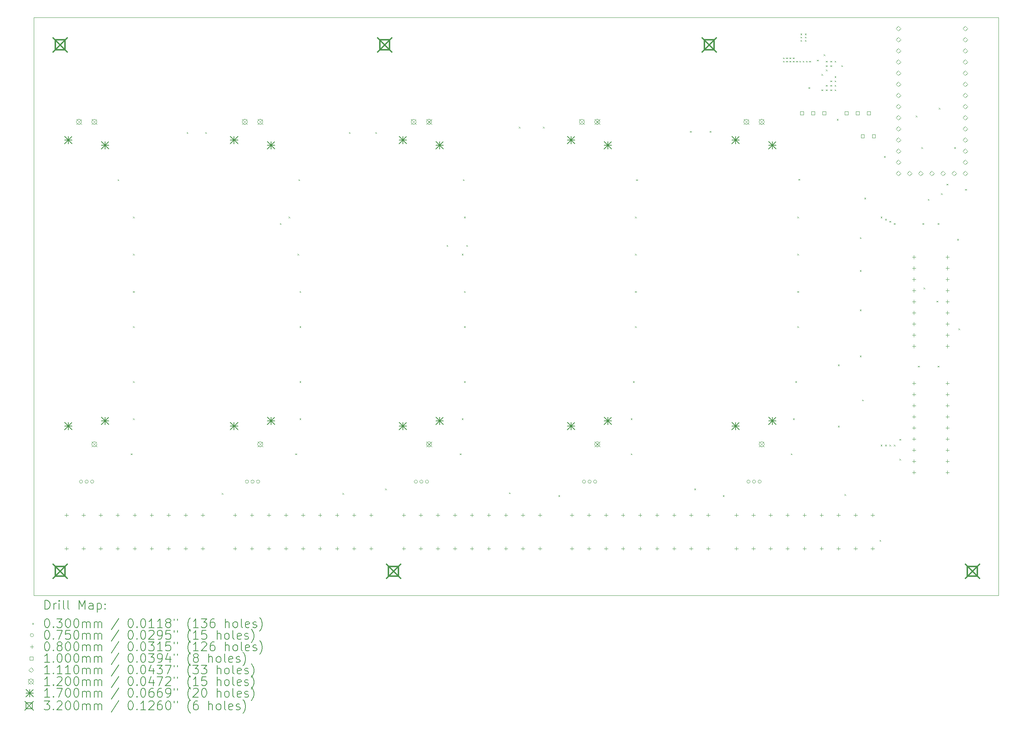
<source format=gbr>
%TF.GenerationSoftware,KiCad,Pcbnew,8.0.1*%
%TF.CreationDate,2024-04-27T00:37:23-05:00*%
%TF.ProjectId,ControlMixer,436f6e74-726f-46c4-9d69-7865722e6b69,rev?*%
%TF.SameCoordinates,Original*%
%TF.FileFunction,Drillmap*%
%TF.FilePolarity,Positive*%
%FSLAX45Y45*%
G04 Gerber Fmt 4.5, Leading zero omitted, Abs format (unit mm)*
G04 Created by KiCad (PCBNEW 8.0.1) date 2024-04-27 00:37:23*
%MOMM*%
%LPD*%
G01*
G04 APERTURE LIST*
%ADD10C,0.050000*%
%ADD11C,0.200000*%
%ADD12C,0.100000*%
%ADD13C,0.111000*%
%ADD14C,0.120000*%
%ADD15C,0.170000*%
%ADD16C,0.320000*%
G04 APERTURE END LIST*
D10*
X3396250Y-2775000D02*
X25396250Y-2775000D01*
X25396250Y-15950000D01*
X3396250Y-15950000D01*
X3396250Y-2775000D01*
D11*
D12*
X5310000Y-6465500D02*
X5340000Y-6495500D01*
X5340000Y-6465500D02*
X5310000Y-6495500D01*
X5610000Y-12715500D02*
X5640000Y-12745500D01*
X5640000Y-12715500D02*
X5610000Y-12745500D01*
X5660000Y-7315500D02*
X5690000Y-7345500D01*
X5690000Y-7315500D02*
X5660000Y-7345500D01*
X5660000Y-8165500D02*
X5690000Y-8195500D01*
X5690000Y-8165500D02*
X5660000Y-8195500D01*
X5660000Y-9015500D02*
X5690000Y-9045500D01*
X5690000Y-9015500D02*
X5660000Y-9045500D01*
X5660000Y-9815500D02*
X5690000Y-9845500D01*
X5690000Y-9815500D02*
X5660000Y-9845500D01*
X5660000Y-11065500D02*
X5690000Y-11095500D01*
X5690000Y-11065500D02*
X5660000Y-11095500D01*
X5660000Y-11915500D02*
X5690000Y-11945500D01*
X5690000Y-11915500D02*
X5660000Y-11945500D01*
X6885000Y-5390500D02*
X6915000Y-5420500D01*
X6915000Y-5390500D02*
X6885000Y-5420500D01*
X7310000Y-5390500D02*
X7340000Y-5420500D01*
X7340000Y-5390500D02*
X7310000Y-5420500D01*
X7685000Y-13615500D02*
X7715000Y-13645500D01*
X7715000Y-13615500D02*
X7685000Y-13645500D01*
X9010000Y-7465500D02*
X9040000Y-7495500D01*
X9040000Y-7465500D02*
X9010000Y-7495500D01*
X9210000Y-7315500D02*
X9240000Y-7345500D01*
X9240000Y-7315500D02*
X9210000Y-7345500D01*
X9360000Y-12715500D02*
X9390000Y-12745500D01*
X9390000Y-12715500D02*
X9360000Y-12745500D01*
X9410000Y-8165500D02*
X9440000Y-8195500D01*
X9440000Y-8165500D02*
X9410000Y-8195500D01*
X9435000Y-6465500D02*
X9465000Y-6495500D01*
X9465000Y-6465500D02*
X9435000Y-6495500D01*
X9460000Y-9015500D02*
X9490000Y-9045500D01*
X9490000Y-9015500D02*
X9460000Y-9045500D01*
X9460000Y-9815500D02*
X9490000Y-9845500D01*
X9490000Y-9815500D02*
X9460000Y-9845500D01*
X9460000Y-11065500D02*
X9490000Y-11095500D01*
X9490000Y-11065500D02*
X9460000Y-11095500D01*
X9460000Y-11915500D02*
X9490000Y-11945500D01*
X9490000Y-11915500D02*
X9460000Y-11945500D01*
X10435000Y-13615500D02*
X10465000Y-13645500D01*
X10465000Y-13615500D02*
X10435000Y-13645500D01*
X10585000Y-5390500D02*
X10615000Y-5420500D01*
X10615000Y-5390500D02*
X10585000Y-5420500D01*
X11185000Y-5390500D02*
X11215000Y-5420500D01*
X11215000Y-5390500D02*
X11185000Y-5420500D01*
X11410000Y-13515500D02*
X11440000Y-13545500D01*
X11440000Y-13515500D02*
X11410000Y-13545500D01*
X12810000Y-7965500D02*
X12840000Y-7995500D01*
X12840000Y-7965500D02*
X12810000Y-7995500D01*
X13110000Y-12715500D02*
X13140000Y-12745500D01*
X13140000Y-12715500D02*
X13110000Y-12745500D01*
X13160000Y-8165500D02*
X13190000Y-8195500D01*
X13190000Y-8165500D02*
X13160000Y-8195500D01*
X13160000Y-11915500D02*
X13190000Y-11945500D01*
X13190000Y-11915500D02*
X13160000Y-11945500D01*
X13185000Y-6465500D02*
X13215000Y-6495500D01*
X13215000Y-6465500D02*
X13185000Y-6495500D01*
X13210000Y-7315500D02*
X13240000Y-7345500D01*
X13240000Y-7315500D02*
X13210000Y-7345500D01*
X13210000Y-9015500D02*
X13240000Y-9045500D01*
X13240000Y-9015500D02*
X13210000Y-9045500D01*
X13210000Y-9815500D02*
X13240000Y-9845500D01*
X13240000Y-9815500D02*
X13210000Y-9845500D01*
X13210000Y-11065500D02*
X13240000Y-11095500D01*
X13240000Y-11065500D02*
X13210000Y-11095500D01*
X13260000Y-7965500D02*
X13290000Y-7995500D01*
X13290000Y-7965500D02*
X13260000Y-7995500D01*
X14235000Y-13604091D02*
X14265000Y-13634091D01*
X14265000Y-13604091D02*
X14235000Y-13634091D01*
X14460000Y-5265500D02*
X14490000Y-5295500D01*
X14490000Y-5265500D02*
X14460000Y-5295500D01*
X15010000Y-5265500D02*
X15040000Y-5295500D01*
X15040000Y-5265500D02*
X15010000Y-5295500D01*
X15360000Y-13665500D02*
X15390000Y-13695500D01*
X15390000Y-13665500D02*
X15360000Y-13695500D01*
X17010000Y-11915500D02*
X17040000Y-11945500D01*
X17040000Y-11915500D02*
X17010000Y-11945500D01*
X17010000Y-12715500D02*
X17040000Y-12745500D01*
X17040000Y-12715500D02*
X17010000Y-12745500D01*
X17060000Y-11065500D02*
X17090000Y-11095500D01*
X17090000Y-11065500D02*
X17060000Y-11095500D01*
X17110000Y-7315500D02*
X17140000Y-7345500D01*
X17140000Y-7315500D02*
X17110000Y-7345500D01*
X17110000Y-8165500D02*
X17140000Y-8195500D01*
X17140000Y-8165500D02*
X17110000Y-8195500D01*
X17110000Y-9015500D02*
X17140000Y-9045500D01*
X17140000Y-9015500D02*
X17110000Y-9045500D01*
X17110000Y-9815500D02*
X17140000Y-9845500D01*
X17140000Y-9815500D02*
X17110000Y-9845500D01*
X17135000Y-6465500D02*
X17165000Y-6495500D01*
X17165000Y-6465500D02*
X17135000Y-6495500D01*
X18360000Y-5365500D02*
X18390000Y-5395500D01*
X18390000Y-5365500D02*
X18360000Y-5395500D01*
X18460000Y-13515500D02*
X18490000Y-13545500D01*
X18490000Y-13515500D02*
X18460000Y-13545500D01*
X18810000Y-5365500D02*
X18840000Y-5395500D01*
X18840000Y-5365500D02*
X18810000Y-5395500D01*
X19110000Y-13665500D02*
X19140000Y-13695500D01*
X19140000Y-13665500D02*
X19110000Y-13695500D01*
X20481246Y-3690500D02*
X20511246Y-3720500D01*
X20511246Y-3690500D02*
X20481246Y-3720500D01*
X20481246Y-3765500D02*
X20511246Y-3795500D01*
X20511246Y-3765500D02*
X20481246Y-3795500D01*
X20556246Y-3690500D02*
X20586246Y-3720500D01*
X20586246Y-3690500D02*
X20556246Y-3720500D01*
X20556246Y-3765500D02*
X20586246Y-3795500D01*
X20586246Y-3765500D02*
X20556246Y-3795500D01*
X20631246Y-3690500D02*
X20661246Y-3720500D01*
X20661246Y-3690500D02*
X20631246Y-3720500D01*
X20631246Y-3765500D02*
X20661246Y-3795500D01*
X20661246Y-3765500D02*
X20631246Y-3795500D01*
X20660000Y-12715500D02*
X20690000Y-12745500D01*
X20690000Y-12715500D02*
X20660000Y-12745500D01*
X20706246Y-3690500D02*
X20736246Y-3720500D01*
X20736246Y-3690500D02*
X20706246Y-3720500D01*
X20706246Y-3765500D02*
X20736246Y-3795500D01*
X20736246Y-3765500D02*
X20706246Y-3795500D01*
X20710000Y-11915500D02*
X20740000Y-11945500D01*
X20740000Y-11915500D02*
X20710000Y-11945500D01*
X20760000Y-11065500D02*
X20790000Y-11095500D01*
X20790000Y-11065500D02*
X20760000Y-11095500D01*
X20781246Y-3765500D02*
X20811246Y-3795500D01*
X20811246Y-3765500D02*
X20781246Y-3795500D01*
X20810000Y-7315500D02*
X20840000Y-7345500D01*
X20840000Y-7315500D02*
X20810000Y-7345500D01*
X20810000Y-8165500D02*
X20840000Y-8195500D01*
X20840000Y-8165500D02*
X20810000Y-8195500D01*
X20810000Y-9015500D02*
X20840000Y-9045500D01*
X20840000Y-9015500D02*
X20810000Y-9045500D01*
X20810000Y-9815500D02*
X20840000Y-9845500D01*
X20840000Y-9815500D02*
X20810000Y-9845500D01*
X20835000Y-6455500D02*
X20865000Y-6485500D01*
X20865000Y-6455500D02*
X20835000Y-6485500D01*
X20856246Y-3765500D02*
X20886246Y-3795500D01*
X20886246Y-3765500D02*
X20856246Y-3795500D01*
X20881246Y-3140500D02*
X20911246Y-3170500D01*
X20911246Y-3140500D02*
X20881246Y-3170500D01*
X20881246Y-3215500D02*
X20911246Y-3245500D01*
X20911246Y-3215500D02*
X20881246Y-3245500D01*
X20881246Y-3290500D02*
X20911246Y-3320500D01*
X20911246Y-3290500D02*
X20881246Y-3320500D01*
X20931246Y-3765500D02*
X20961246Y-3795500D01*
X20961246Y-3765500D02*
X20931246Y-3795500D01*
X20981246Y-3140500D02*
X21011246Y-3170500D01*
X21011246Y-3140500D02*
X20981246Y-3170500D01*
X20981246Y-3215500D02*
X21011246Y-3245500D01*
X21011246Y-3215500D02*
X20981246Y-3245500D01*
X20981246Y-3290500D02*
X21011246Y-3320500D01*
X21011246Y-3290500D02*
X20981246Y-3320500D01*
X21006246Y-3765500D02*
X21036246Y-3795500D01*
X21036246Y-3765500D02*
X21006246Y-3795500D01*
X21060000Y-4365500D02*
X21090000Y-4395500D01*
X21090000Y-4365500D02*
X21060000Y-4395500D01*
X21081246Y-3765500D02*
X21111246Y-3795500D01*
X21111246Y-3765500D02*
X21081246Y-3795500D01*
X21256246Y-3740500D02*
X21286246Y-3770500D01*
X21286246Y-3740500D02*
X21256246Y-3770500D01*
X21360000Y-4065500D02*
X21390000Y-4095500D01*
X21390000Y-4065500D02*
X21360000Y-4095500D01*
X21360000Y-4415500D02*
X21390000Y-4445500D01*
X21390000Y-4415500D02*
X21360000Y-4445500D01*
X21410000Y-3615500D02*
X21440000Y-3645500D01*
X21440000Y-3615500D02*
X21410000Y-3645500D01*
X21460000Y-3765500D02*
X21490000Y-3795500D01*
X21490000Y-3765500D02*
X21460000Y-3795500D01*
X21460000Y-3865500D02*
X21490000Y-3895500D01*
X21490000Y-3865500D02*
X21460000Y-3895500D01*
X21460000Y-3965500D02*
X21490000Y-3995500D01*
X21490000Y-3965500D02*
X21460000Y-3995500D01*
X21460000Y-4315500D02*
X21490000Y-4345500D01*
X21490000Y-4315500D02*
X21460000Y-4345500D01*
X21460000Y-4415500D02*
X21490000Y-4445500D01*
X21490000Y-4415500D02*
X21460000Y-4445500D01*
X21560000Y-3765500D02*
X21590000Y-3795500D01*
X21590000Y-3765500D02*
X21560000Y-3795500D01*
X21560000Y-3865500D02*
X21590000Y-3895500D01*
X21590000Y-3865500D02*
X21560000Y-3895500D01*
X21560000Y-4215500D02*
X21590000Y-4245500D01*
X21590000Y-4215500D02*
X21560000Y-4245500D01*
X21560000Y-4315500D02*
X21590000Y-4345500D01*
X21590000Y-4315500D02*
X21560000Y-4345500D01*
X21560000Y-4415500D02*
X21590000Y-4445500D01*
X21590000Y-4415500D02*
X21560000Y-4445500D01*
X21660000Y-3765500D02*
X21690000Y-3795500D01*
X21690000Y-3765500D02*
X21660000Y-3795500D01*
X21660000Y-4115500D02*
X21690000Y-4145500D01*
X21690000Y-4115500D02*
X21660000Y-4145500D01*
X21660000Y-4215500D02*
X21690000Y-4245500D01*
X21690000Y-4215500D02*
X21660000Y-4245500D01*
X21660000Y-4315500D02*
X21690000Y-4345500D01*
X21690000Y-4315500D02*
X21660000Y-4345500D01*
X21660000Y-4415500D02*
X21690000Y-4445500D01*
X21690000Y-4415500D02*
X21660000Y-4445500D01*
X21710000Y-5090500D02*
X21740000Y-5120500D01*
X21740000Y-5090500D02*
X21710000Y-5120500D01*
X21735000Y-10685000D02*
X21765000Y-10715000D01*
X21765000Y-10685000D02*
X21735000Y-10715000D01*
X21735000Y-12085000D02*
X21765000Y-12115000D01*
X21765000Y-12085000D02*
X21735000Y-12115000D01*
X21810000Y-3865500D02*
X21840000Y-3895500D01*
X21840000Y-3865500D02*
X21810000Y-3895500D01*
X21885000Y-13640500D02*
X21915000Y-13670500D01*
X21915000Y-13640500D02*
X21885000Y-13670500D01*
X22235000Y-7785000D02*
X22265000Y-7815000D01*
X22265000Y-7785000D02*
X22235000Y-7815000D01*
X22235000Y-8535000D02*
X22265000Y-8565000D01*
X22265000Y-8535000D02*
X22235000Y-8565000D01*
X22235000Y-9435000D02*
X22265000Y-9465000D01*
X22265000Y-9435000D02*
X22235000Y-9465000D01*
X22235000Y-10485000D02*
X22265000Y-10515000D01*
X22265000Y-10485000D02*
X22235000Y-10515000D01*
X22285000Y-11485000D02*
X22315000Y-11515000D01*
X22315000Y-11485000D02*
X22285000Y-11515000D01*
X22335000Y-6885000D02*
X22365000Y-6915000D01*
X22365000Y-6885000D02*
X22335000Y-6915000D01*
X22685000Y-14685000D02*
X22715000Y-14715000D01*
X22715000Y-14685000D02*
X22685000Y-14715000D01*
X22710000Y-7315500D02*
X22740000Y-7345500D01*
X22740000Y-7315500D02*
X22710000Y-7345500D01*
X22710000Y-12515500D02*
X22740000Y-12545500D01*
X22740000Y-12515500D02*
X22710000Y-12545500D01*
X22785000Y-5935000D02*
X22815000Y-5965000D01*
X22815000Y-5935000D02*
X22785000Y-5965000D01*
X22810000Y-7365500D02*
X22840000Y-7395500D01*
X22840000Y-7365500D02*
X22810000Y-7395500D01*
X22810000Y-12515500D02*
X22840000Y-12545500D01*
X22840000Y-12515500D02*
X22810000Y-12545500D01*
X22910000Y-7415500D02*
X22940000Y-7445500D01*
X22940000Y-7415500D02*
X22910000Y-7445500D01*
X22910000Y-12515500D02*
X22940000Y-12545500D01*
X22940000Y-12515500D02*
X22910000Y-12545500D01*
X23010000Y-7465500D02*
X23040000Y-7495500D01*
X23040000Y-7465500D02*
X23010000Y-7495500D01*
X23010000Y-12515500D02*
X23040000Y-12545500D01*
X23040000Y-12515500D02*
X23010000Y-12545500D01*
X23135000Y-12385000D02*
X23165000Y-12415000D01*
X23165000Y-12385000D02*
X23135000Y-12415000D01*
X23135000Y-12835000D02*
X23165000Y-12865000D01*
X23165000Y-12835000D02*
X23135000Y-12865000D01*
X23510000Y-5015500D02*
X23540000Y-5045500D01*
X23540000Y-5015500D02*
X23510000Y-5045500D01*
X23560000Y-10715500D02*
X23590000Y-10745500D01*
X23590000Y-10715500D02*
X23560000Y-10745500D01*
X23635000Y-5735000D02*
X23665000Y-5765000D01*
X23665000Y-5735000D02*
X23635000Y-5765000D01*
X23660000Y-7465500D02*
X23690000Y-7495500D01*
X23690000Y-7465500D02*
X23660000Y-7495500D01*
X23685000Y-8935000D02*
X23715000Y-8965000D01*
X23715000Y-8935000D02*
X23685000Y-8965000D01*
X23785000Y-6915500D02*
X23815000Y-6945500D01*
X23815000Y-6915500D02*
X23785000Y-6945500D01*
X23985000Y-9235000D02*
X24015000Y-9265000D01*
X24015000Y-9235000D02*
X23985000Y-9265000D01*
X24010000Y-7465500D02*
X24040000Y-7495500D01*
X24040000Y-7465500D02*
X24010000Y-7495500D01*
X24010000Y-10715500D02*
X24040000Y-10745500D01*
X24040000Y-10715500D02*
X24010000Y-10745500D01*
X24035000Y-4835000D02*
X24065000Y-4865000D01*
X24065000Y-4835000D02*
X24035000Y-4865000D01*
X24085000Y-6785000D02*
X24115000Y-6815000D01*
X24115000Y-6785000D02*
X24085000Y-6815000D01*
X24210000Y-6565500D02*
X24240000Y-6595500D01*
X24240000Y-6565500D02*
X24210000Y-6595500D01*
X24385000Y-5735000D02*
X24415000Y-5765000D01*
X24415000Y-5735000D02*
X24385000Y-5765000D01*
X24451250Y-7824250D02*
X24481250Y-7854250D01*
X24481250Y-7824250D02*
X24451250Y-7854250D01*
X24485000Y-9865500D02*
X24515000Y-9895500D01*
X24515000Y-9865500D02*
X24485000Y-9895500D01*
X24635000Y-6685000D02*
X24665000Y-6715000D01*
X24665000Y-6685000D02*
X24635000Y-6715000D01*
X4514406Y-13356500D02*
G75*
G02*
X4439406Y-13356500I-37500J0D01*
G01*
X4439406Y-13356500D02*
G75*
G02*
X4514406Y-13356500I37500J0D01*
G01*
X4641406Y-13356500D02*
G75*
G02*
X4566406Y-13356500I-37500J0D01*
G01*
X4566406Y-13356500D02*
G75*
G02*
X4641406Y-13356500I37500J0D01*
G01*
X4768406Y-13356500D02*
G75*
G02*
X4693406Y-13356500I-37500J0D01*
G01*
X4693406Y-13356500D02*
G75*
G02*
X4768406Y-13356500I37500J0D01*
G01*
X8296750Y-13356500D02*
G75*
G02*
X8221750Y-13356500I-37500J0D01*
G01*
X8221750Y-13356500D02*
G75*
G02*
X8296750Y-13356500I37500J0D01*
G01*
X8423750Y-13356500D02*
G75*
G02*
X8348750Y-13356500I-37500J0D01*
G01*
X8348750Y-13356500D02*
G75*
G02*
X8423750Y-13356500I37500J0D01*
G01*
X8550750Y-13356500D02*
G75*
G02*
X8475750Y-13356500I-37500J0D01*
G01*
X8475750Y-13356500D02*
G75*
G02*
X8550750Y-13356500I37500J0D01*
G01*
X12146750Y-13356500D02*
G75*
G02*
X12071750Y-13356500I-37500J0D01*
G01*
X12071750Y-13356500D02*
G75*
G02*
X12146750Y-13356500I37500J0D01*
G01*
X12273750Y-13356500D02*
G75*
G02*
X12198750Y-13356500I-37500J0D01*
G01*
X12198750Y-13356500D02*
G75*
G02*
X12273750Y-13356500I37500J0D01*
G01*
X12400750Y-13356500D02*
G75*
G02*
X12325750Y-13356500I-37500J0D01*
G01*
X12325750Y-13356500D02*
G75*
G02*
X12400750Y-13356500I37500J0D01*
G01*
X15981750Y-13356500D02*
G75*
G02*
X15906750Y-13356500I-37500J0D01*
G01*
X15906750Y-13356500D02*
G75*
G02*
X15981750Y-13356500I37500J0D01*
G01*
X16108750Y-13356500D02*
G75*
G02*
X16033750Y-13356500I-37500J0D01*
G01*
X16033750Y-13356500D02*
G75*
G02*
X16108750Y-13356500I37500J0D01*
G01*
X16235750Y-13356500D02*
G75*
G02*
X16160750Y-13356500I-37500J0D01*
G01*
X16160750Y-13356500D02*
G75*
G02*
X16235750Y-13356500I37500J0D01*
G01*
X19731750Y-13356500D02*
G75*
G02*
X19656750Y-13356500I-37500J0D01*
G01*
X19656750Y-13356500D02*
G75*
G02*
X19731750Y-13356500I37500J0D01*
G01*
X19858750Y-13356500D02*
G75*
G02*
X19783750Y-13356500I-37500J0D01*
G01*
X19783750Y-13356500D02*
G75*
G02*
X19858750Y-13356500I37500J0D01*
G01*
X19985750Y-13356500D02*
G75*
G02*
X19910750Y-13356500I-37500J0D01*
G01*
X19910750Y-13356500D02*
G75*
G02*
X19985750Y-13356500I37500J0D01*
G01*
X4145000Y-14079000D02*
X4145000Y-14159000D01*
X4105000Y-14119000D02*
X4185000Y-14119000D01*
X4145000Y-14841000D02*
X4145000Y-14921000D01*
X4105000Y-14881000D02*
X4185000Y-14881000D01*
X4533125Y-14079000D02*
X4533125Y-14159000D01*
X4493125Y-14119000D02*
X4573125Y-14119000D01*
X4533125Y-14841000D02*
X4533125Y-14921000D01*
X4493125Y-14881000D02*
X4573125Y-14881000D01*
X4921250Y-14079000D02*
X4921250Y-14159000D01*
X4881250Y-14119000D02*
X4961250Y-14119000D01*
X4921250Y-14841000D02*
X4921250Y-14921000D01*
X4881250Y-14881000D02*
X4961250Y-14881000D01*
X5309375Y-14079000D02*
X5309375Y-14159000D01*
X5269375Y-14119000D02*
X5349375Y-14119000D01*
X5309375Y-14841000D02*
X5309375Y-14921000D01*
X5269375Y-14881000D02*
X5349375Y-14881000D01*
X5697500Y-14079000D02*
X5697500Y-14159000D01*
X5657500Y-14119000D02*
X5737500Y-14119000D01*
X5697500Y-14841000D02*
X5697500Y-14921000D01*
X5657500Y-14881000D02*
X5737500Y-14881000D01*
X6085625Y-14079000D02*
X6085625Y-14159000D01*
X6045625Y-14119000D02*
X6125625Y-14119000D01*
X6085625Y-14841000D02*
X6085625Y-14921000D01*
X6045625Y-14881000D02*
X6125625Y-14881000D01*
X6473750Y-14079000D02*
X6473750Y-14159000D01*
X6433750Y-14119000D02*
X6513750Y-14119000D01*
X6473750Y-14841000D02*
X6473750Y-14921000D01*
X6433750Y-14881000D02*
X6513750Y-14881000D01*
X6861875Y-14079000D02*
X6861875Y-14159000D01*
X6821875Y-14119000D02*
X6901875Y-14119000D01*
X6861875Y-14841000D02*
X6861875Y-14921000D01*
X6821875Y-14881000D02*
X6901875Y-14881000D01*
X7250000Y-14079000D02*
X7250000Y-14159000D01*
X7210000Y-14119000D02*
X7290000Y-14119000D01*
X7250000Y-14841000D02*
X7250000Y-14921000D01*
X7210000Y-14881000D02*
X7290000Y-14881000D01*
X7983750Y-14079000D02*
X7983750Y-14159000D01*
X7943750Y-14119000D02*
X8023750Y-14119000D01*
X7983750Y-14841000D02*
X7983750Y-14921000D01*
X7943750Y-14881000D02*
X8023750Y-14881000D01*
X8371875Y-14079000D02*
X8371875Y-14159000D01*
X8331875Y-14119000D02*
X8411875Y-14119000D01*
X8371875Y-14841000D02*
X8371875Y-14921000D01*
X8331875Y-14881000D02*
X8411875Y-14881000D01*
X8760000Y-14079000D02*
X8760000Y-14159000D01*
X8720000Y-14119000D02*
X8800000Y-14119000D01*
X8760000Y-14841000D02*
X8760000Y-14921000D01*
X8720000Y-14881000D02*
X8800000Y-14881000D01*
X9148125Y-14079000D02*
X9148125Y-14159000D01*
X9108125Y-14119000D02*
X9188125Y-14119000D01*
X9148125Y-14841000D02*
X9148125Y-14921000D01*
X9108125Y-14881000D02*
X9188125Y-14881000D01*
X9536250Y-14079000D02*
X9536250Y-14159000D01*
X9496250Y-14119000D02*
X9576250Y-14119000D01*
X9536250Y-14841000D02*
X9536250Y-14921000D01*
X9496250Y-14881000D02*
X9576250Y-14881000D01*
X9924375Y-14079000D02*
X9924375Y-14159000D01*
X9884375Y-14119000D02*
X9964375Y-14119000D01*
X9924375Y-14841000D02*
X9924375Y-14921000D01*
X9884375Y-14881000D02*
X9964375Y-14881000D01*
X10312500Y-14079000D02*
X10312500Y-14159000D01*
X10272500Y-14119000D02*
X10352500Y-14119000D01*
X10312500Y-14841000D02*
X10312500Y-14921000D01*
X10272500Y-14881000D02*
X10352500Y-14881000D01*
X10700625Y-14079000D02*
X10700625Y-14159000D01*
X10660625Y-14119000D02*
X10740625Y-14119000D01*
X10700625Y-14841000D02*
X10700625Y-14921000D01*
X10660625Y-14881000D02*
X10740625Y-14881000D01*
X11088750Y-14079000D02*
X11088750Y-14159000D01*
X11048750Y-14119000D02*
X11128750Y-14119000D01*
X11088750Y-14841000D02*
X11088750Y-14921000D01*
X11048750Y-14881000D02*
X11128750Y-14881000D01*
X11833750Y-14079000D02*
X11833750Y-14159000D01*
X11793750Y-14119000D02*
X11873750Y-14119000D01*
X11833750Y-14841000D02*
X11833750Y-14921000D01*
X11793750Y-14881000D02*
X11873750Y-14881000D01*
X12221875Y-14079000D02*
X12221875Y-14159000D01*
X12181875Y-14119000D02*
X12261875Y-14119000D01*
X12221875Y-14841000D02*
X12221875Y-14921000D01*
X12181875Y-14881000D02*
X12261875Y-14881000D01*
X12610000Y-14079000D02*
X12610000Y-14159000D01*
X12570000Y-14119000D02*
X12650000Y-14119000D01*
X12610000Y-14841000D02*
X12610000Y-14921000D01*
X12570000Y-14881000D02*
X12650000Y-14881000D01*
X12998125Y-14079000D02*
X12998125Y-14159000D01*
X12958125Y-14119000D02*
X13038125Y-14119000D01*
X12998125Y-14841000D02*
X12998125Y-14921000D01*
X12958125Y-14881000D02*
X13038125Y-14881000D01*
X13386250Y-14079000D02*
X13386250Y-14159000D01*
X13346250Y-14119000D02*
X13426250Y-14119000D01*
X13386250Y-14841000D02*
X13386250Y-14921000D01*
X13346250Y-14881000D02*
X13426250Y-14881000D01*
X13774375Y-14079000D02*
X13774375Y-14159000D01*
X13734375Y-14119000D02*
X13814375Y-14119000D01*
X13774375Y-14841000D02*
X13774375Y-14921000D01*
X13734375Y-14881000D02*
X13814375Y-14881000D01*
X14162500Y-14079000D02*
X14162500Y-14159000D01*
X14122500Y-14119000D02*
X14202500Y-14119000D01*
X14162500Y-14841000D02*
X14162500Y-14921000D01*
X14122500Y-14881000D02*
X14202500Y-14881000D01*
X14550625Y-14079000D02*
X14550625Y-14159000D01*
X14510625Y-14119000D02*
X14590625Y-14119000D01*
X14550625Y-14841000D02*
X14550625Y-14921000D01*
X14510625Y-14881000D02*
X14590625Y-14881000D01*
X14938750Y-14079000D02*
X14938750Y-14159000D01*
X14898750Y-14119000D02*
X14978750Y-14119000D01*
X14938750Y-14841000D02*
X14938750Y-14921000D01*
X14898750Y-14881000D02*
X14978750Y-14881000D01*
X15668750Y-14079000D02*
X15668750Y-14159000D01*
X15628750Y-14119000D02*
X15708750Y-14119000D01*
X15668750Y-14841000D02*
X15668750Y-14921000D01*
X15628750Y-14881000D02*
X15708750Y-14881000D01*
X16056875Y-14079000D02*
X16056875Y-14159000D01*
X16016875Y-14119000D02*
X16096875Y-14119000D01*
X16056875Y-14841000D02*
X16056875Y-14921000D01*
X16016875Y-14881000D02*
X16096875Y-14881000D01*
X16445000Y-14079000D02*
X16445000Y-14159000D01*
X16405000Y-14119000D02*
X16485000Y-14119000D01*
X16445000Y-14841000D02*
X16445000Y-14921000D01*
X16405000Y-14881000D02*
X16485000Y-14881000D01*
X16833125Y-14079000D02*
X16833125Y-14159000D01*
X16793125Y-14119000D02*
X16873125Y-14119000D01*
X16833125Y-14841000D02*
X16833125Y-14921000D01*
X16793125Y-14881000D02*
X16873125Y-14881000D01*
X17221250Y-14079000D02*
X17221250Y-14159000D01*
X17181250Y-14119000D02*
X17261250Y-14119000D01*
X17221250Y-14841000D02*
X17221250Y-14921000D01*
X17181250Y-14881000D02*
X17261250Y-14881000D01*
X17609375Y-14079000D02*
X17609375Y-14159000D01*
X17569375Y-14119000D02*
X17649375Y-14119000D01*
X17609375Y-14841000D02*
X17609375Y-14921000D01*
X17569375Y-14881000D02*
X17649375Y-14881000D01*
X17997500Y-14079000D02*
X17997500Y-14159000D01*
X17957500Y-14119000D02*
X18037500Y-14119000D01*
X17997500Y-14841000D02*
X17997500Y-14921000D01*
X17957500Y-14881000D02*
X18037500Y-14881000D01*
X18385625Y-14079000D02*
X18385625Y-14159000D01*
X18345625Y-14119000D02*
X18425625Y-14119000D01*
X18385625Y-14841000D02*
X18385625Y-14921000D01*
X18345625Y-14881000D02*
X18425625Y-14881000D01*
X18773750Y-14079000D02*
X18773750Y-14159000D01*
X18733750Y-14119000D02*
X18813750Y-14119000D01*
X18773750Y-14841000D02*
X18773750Y-14921000D01*
X18733750Y-14881000D02*
X18813750Y-14881000D01*
X19418750Y-14079000D02*
X19418750Y-14159000D01*
X19378750Y-14119000D02*
X19458750Y-14119000D01*
X19418750Y-14841000D02*
X19418750Y-14921000D01*
X19378750Y-14881000D02*
X19458750Y-14881000D01*
X19806875Y-14079000D02*
X19806875Y-14159000D01*
X19766875Y-14119000D02*
X19846875Y-14119000D01*
X19806875Y-14841000D02*
X19806875Y-14921000D01*
X19766875Y-14881000D02*
X19846875Y-14881000D01*
X20195000Y-14079000D02*
X20195000Y-14159000D01*
X20155000Y-14119000D02*
X20235000Y-14119000D01*
X20195000Y-14841000D02*
X20195000Y-14921000D01*
X20155000Y-14881000D02*
X20235000Y-14881000D01*
X20583125Y-14079000D02*
X20583125Y-14159000D01*
X20543125Y-14119000D02*
X20623125Y-14119000D01*
X20583125Y-14841000D02*
X20583125Y-14921000D01*
X20543125Y-14881000D02*
X20623125Y-14881000D01*
X20971250Y-14079000D02*
X20971250Y-14159000D01*
X20931250Y-14119000D02*
X21011250Y-14119000D01*
X20971250Y-14841000D02*
X20971250Y-14921000D01*
X20931250Y-14881000D02*
X21011250Y-14881000D01*
X21359375Y-14079000D02*
X21359375Y-14159000D01*
X21319375Y-14119000D02*
X21399375Y-14119000D01*
X21359375Y-14841000D02*
X21359375Y-14921000D01*
X21319375Y-14881000D02*
X21399375Y-14881000D01*
X21747500Y-14079000D02*
X21747500Y-14159000D01*
X21707500Y-14119000D02*
X21787500Y-14119000D01*
X21747500Y-14841000D02*
X21747500Y-14921000D01*
X21707500Y-14881000D02*
X21787500Y-14881000D01*
X22135625Y-14079000D02*
X22135625Y-14159000D01*
X22095625Y-14119000D02*
X22175625Y-14119000D01*
X22135625Y-14841000D02*
X22135625Y-14921000D01*
X22095625Y-14881000D02*
X22175625Y-14881000D01*
X22523750Y-14079000D02*
X22523750Y-14159000D01*
X22483750Y-14119000D02*
X22563750Y-14119000D01*
X22523750Y-14841000D02*
X22523750Y-14921000D01*
X22483750Y-14881000D02*
X22563750Y-14881000D01*
X23468000Y-8198500D02*
X23468000Y-8278500D01*
X23428000Y-8238500D02*
X23508000Y-8238500D01*
X23468000Y-8452500D02*
X23468000Y-8532500D01*
X23428000Y-8492500D02*
X23508000Y-8492500D01*
X23468000Y-8706500D02*
X23468000Y-8786500D01*
X23428000Y-8746500D02*
X23508000Y-8746500D01*
X23468000Y-8960500D02*
X23468000Y-9040500D01*
X23428000Y-9000500D02*
X23508000Y-9000500D01*
X23468000Y-9214500D02*
X23468000Y-9294500D01*
X23428000Y-9254500D02*
X23508000Y-9254500D01*
X23468000Y-9468500D02*
X23468000Y-9548500D01*
X23428000Y-9508500D02*
X23508000Y-9508500D01*
X23468000Y-9722500D02*
X23468000Y-9802500D01*
X23428000Y-9762500D02*
X23508000Y-9762500D01*
X23468000Y-9976500D02*
X23468000Y-10056500D01*
X23428000Y-10016500D02*
X23508000Y-10016500D01*
X23468000Y-10230500D02*
X23468000Y-10310500D01*
X23428000Y-10270500D02*
X23508000Y-10270500D01*
X23468000Y-11073500D02*
X23468000Y-11153500D01*
X23428000Y-11113500D02*
X23508000Y-11113500D01*
X23468000Y-11327500D02*
X23468000Y-11407500D01*
X23428000Y-11367500D02*
X23508000Y-11367500D01*
X23468000Y-11581500D02*
X23468000Y-11661500D01*
X23428000Y-11621500D02*
X23508000Y-11621500D01*
X23468000Y-11835500D02*
X23468000Y-11915500D01*
X23428000Y-11875500D02*
X23508000Y-11875500D01*
X23468000Y-12089500D02*
X23468000Y-12169500D01*
X23428000Y-12129500D02*
X23508000Y-12129500D01*
X23468000Y-12343500D02*
X23468000Y-12423500D01*
X23428000Y-12383500D02*
X23508000Y-12383500D01*
X23468000Y-12597500D02*
X23468000Y-12677500D01*
X23428000Y-12637500D02*
X23508000Y-12637500D01*
X23468000Y-12851500D02*
X23468000Y-12931500D01*
X23428000Y-12891500D02*
X23508000Y-12891500D01*
X23468000Y-13105500D02*
X23468000Y-13185500D01*
X23428000Y-13145500D02*
X23508000Y-13145500D01*
X24230000Y-8198500D02*
X24230000Y-8278500D01*
X24190000Y-8238500D02*
X24270000Y-8238500D01*
X24230000Y-8452500D02*
X24230000Y-8532500D01*
X24190000Y-8492500D02*
X24270000Y-8492500D01*
X24230000Y-8706500D02*
X24230000Y-8786500D01*
X24190000Y-8746500D02*
X24270000Y-8746500D01*
X24230000Y-8960500D02*
X24230000Y-9040500D01*
X24190000Y-9000500D02*
X24270000Y-9000500D01*
X24230000Y-9214500D02*
X24230000Y-9294500D01*
X24190000Y-9254500D02*
X24270000Y-9254500D01*
X24230000Y-9468500D02*
X24230000Y-9548500D01*
X24190000Y-9508500D02*
X24270000Y-9508500D01*
X24230000Y-9722500D02*
X24230000Y-9802500D01*
X24190000Y-9762500D02*
X24270000Y-9762500D01*
X24230000Y-9976500D02*
X24230000Y-10056500D01*
X24190000Y-10016500D02*
X24270000Y-10016500D01*
X24230000Y-10230500D02*
X24230000Y-10310500D01*
X24190000Y-10270500D02*
X24270000Y-10270500D01*
X24230000Y-11073500D02*
X24230000Y-11153500D01*
X24190000Y-11113500D02*
X24270000Y-11113500D01*
X24230000Y-11327500D02*
X24230000Y-11407500D01*
X24190000Y-11367500D02*
X24270000Y-11367500D01*
X24230000Y-11581500D02*
X24230000Y-11661500D01*
X24190000Y-11621500D02*
X24270000Y-11621500D01*
X24230000Y-11835500D02*
X24230000Y-11915500D01*
X24190000Y-11875500D02*
X24270000Y-11875500D01*
X24230000Y-12089500D02*
X24230000Y-12169500D01*
X24190000Y-12129500D02*
X24270000Y-12129500D01*
X24230000Y-12343500D02*
X24230000Y-12423500D01*
X24190000Y-12383500D02*
X24270000Y-12383500D01*
X24230000Y-12597500D02*
X24230000Y-12677500D01*
X24190000Y-12637500D02*
X24270000Y-12637500D01*
X24230000Y-12851500D02*
X24230000Y-12931500D01*
X24190000Y-12891500D02*
X24270000Y-12891500D01*
X24230000Y-13105500D02*
X24230000Y-13185500D01*
X24190000Y-13145500D02*
X24270000Y-13145500D01*
X20947856Y-4990856D02*
X20947856Y-4920144D01*
X20877144Y-4920144D01*
X20877144Y-4990856D01*
X20947856Y-4990856D01*
X21201856Y-4990856D02*
X21201856Y-4920144D01*
X21131144Y-4920144D01*
X21131144Y-4990856D01*
X21201856Y-4990856D01*
X21455856Y-4990856D02*
X21455856Y-4920144D01*
X21385144Y-4920144D01*
X21385144Y-4990856D01*
X21455856Y-4990856D01*
X21963856Y-4990856D02*
X21963856Y-4920144D01*
X21893144Y-4920144D01*
X21893144Y-4990856D01*
X21963856Y-4990856D01*
X22217856Y-4990856D02*
X22217856Y-4920144D01*
X22147144Y-4920144D01*
X22147144Y-4990856D01*
X22217856Y-4990856D01*
X22332856Y-5515856D02*
X22332856Y-5445144D01*
X22262144Y-5445144D01*
X22262144Y-5515856D01*
X22332856Y-5515856D01*
X22471856Y-4990856D02*
X22471856Y-4920144D01*
X22401144Y-4920144D01*
X22401144Y-4990856D01*
X22471856Y-4990856D01*
X22586856Y-5515856D02*
X22586856Y-5445144D01*
X22516144Y-5445144D01*
X22516144Y-5515856D01*
X22586856Y-5515856D01*
D13*
X23113000Y-3085000D02*
X23168500Y-3029500D01*
X23113000Y-2974000D01*
X23057500Y-3029500D01*
X23113000Y-3085000D01*
X23113000Y-3339000D02*
X23168500Y-3283500D01*
X23113000Y-3228000D01*
X23057500Y-3283500D01*
X23113000Y-3339000D01*
X23113000Y-3593000D02*
X23168500Y-3537500D01*
X23113000Y-3482000D01*
X23057500Y-3537500D01*
X23113000Y-3593000D01*
X23113000Y-3847000D02*
X23168500Y-3791500D01*
X23113000Y-3736000D01*
X23057500Y-3791500D01*
X23113000Y-3847000D01*
X23113000Y-4101000D02*
X23168500Y-4045500D01*
X23113000Y-3990000D01*
X23057500Y-4045500D01*
X23113000Y-4101000D01*
X23113000Y-4355000D02*
X23168500Y-4299500D01*
X23113000Y-4244000D01*
X23057500Y-4299500D01*
X23113000Y-4355000D01*
X23113000Y-4609000D02*
X23168500Y-4553500D01*
X23113000Y-4498000D01*
X23057500Y-4553500D01*
X23113000Y-4609000D01*
X23113000Y-4863000D02*
X23168500Y-4807500D01*
X23113000Y-4752000D01*
X23057500Y-4807500D01*
X23113000Y-4863000D01*
X23113000Y-5117000D02*
X23168500Y-5061500D01*
X23113000Y-5006000D01*
X23057500Y-5061500D01*
X23113000Y-5117000D01*
X23113000Y-5371000D02*
X23168500Y-5315500D01*
X23113000Y-5260000D01*
X23057500Y-5315500D01*
X23113000Y-5371000D01*
X23113000Y-5625000D02*
X23168500Y-5569500D01*
X23113000Y-5514000D01*
X23057500Y-5569500D01*
X23113000Y-5625000D01*
X23113000Y-5879000D02*
X23168500Y-5823500D01*
X23113000Y-5768000D01*
X23057500Y-5823500D01*
X23113000Y-5879000D01*
X23113000Y-6133000D02*
X23168500Y-6077500D01*
X23113000Y-6022000D01*
X23057500Y-6077500D01*
X23113000Y-6133000D01*
X23113000Y-6387000D02*
X23168500Y-6331500D01*
X23113000Y-6276000D01*
X23057500Y-6331500D01*
X23113000Y-6387000D01*
X23367000Y-6387000D02*
X23422500Y-6331500D01*
X23367000Y-6276000D01*
X23311500Y-6331500D01*
X23367000Y-6387000D01*
X23621000Y-6387000D02*
X23676500Y-6331500D01*
X23621000Y-6276000D01*
X23565500Y-6331500D01*
X23621000Y-6387000D01*
X23875000Y-6387000D02*
X23930500Y-6331500D01*
X23875000Y-6276000D01*
X23819500Y-6331500D01*
X23875000Y-6387000D01*
X24129000Y-6387000D02*
X24184500Y-6331500D01*
X24129000Y-6276000D01*
X24073500Y-6331500D01*
X24129000Y-6387000D01*
X24383000Y-6387000D02*
X24438500Y-6331500D01*
X24383000Y-6276000D01*
X24327500Y-6331500D01*
X24383000Y-6387000D01*
X24637000Y-3085000D02*
X24692500Y-3029500D01*
X24637000Y-2974000D01*
X24581500Y-3029500D01*
X24637000Y-3085000D01*
X24637000Y-3339000D02*
X24692500Y-3283500D01*
X24637000Y-3228000D01*
X24581500Y-3283500D01*
X24637000Y-3339000D01*
X24637000Y-3593000D02*
X24692500Y-3537500D01*
X24637000Y-3482000D01*
X24581500Y-3537500D01*
X24637000Y-3593000D01*
X24637000Y-3847000D02*
X24692500Y-3791500D01*
X24637000Y-3736000D01*
X24581500Y-3791500D01*
X24637000Y-3847000D01*
X24637000Y-4101000D02*
X24692500Y-4045500D01*
X24637000Y-3990000D01*
X24581500Y-4045500D01*
X24637000Y-4101000D01*
X24637000Y-4355000D02*
X24692500Y-4299500D01*
X24637000Y-4244000D01*
X24581500Y-4299500D01*
X24637000Y-4355000D01*
X24637000Y-4609000D02*
X24692500Y-4553500D01*
X24637000Y-4498000D01*
X24581500Y-4553500D01*
X24637000Y-4609000D01*
X24637000Y-4863000D02*
X24692500Y-4807500D01*
X24637000Y-4752000D01*
X24581500Y-4807500D01*
X24637000Y-4863000D01*
X24637000Y-5117000D02*
X24692500Y-5061500D01*
X24637000Y-5006000D01*
X24581500Y-5061500D01*
X24637000Y-5117000D01*
X24637000Y-5371000D02*
X24692500Y-5315500D01*
X24637000Y-5260000D01*
X24581500Y-5315500D01*
X24637000Y-5371000D01*
X24637000Y-5625000D02*
X24692500Y-5569500D01*
X24637000Y-5514000D01*
X24581500Y-5569500D01*
X24637000Y-5625000D01*
X24637000Y-5879000D02*
X24692500Y-5823500D01*
X24637000Y-5768000D01*
X24581500Y-5823500D01*
X24637000Y-5879000D01*
X24637000Y-6133000D02*
X24692500Y-6077500D01*
X24637000Y-6022000D01*
X24581500Y-6077500D01*
X24637000Y-6133000D01*
X24637000Y-6387000D02*
X24692500Y-6331500D01*
X24637000Y-6276000D01*
X24581500Y-6331500D01*
X24637000Y-6387000D01*
D14*
X4368906Y-5095500D02*
X4488906Y-5215500D01*
X4488906Y-5095500D02*
X4368906Y-5215500D01*
X4488906Y-5155500D02*
G75*
G02*
X4368906Y-5155500I-60000J0D01*
G01*
X4368906Y-5155500D02*
G75*
G02*
X4488906Y-5155500I60000J0D01*
G01*
X4718906Y-5095500D02*
X4838906Y-5215500D01*
X4838906Y-5095500D02*
X4718906Y-5215500D01*
X4838906Y-5155500D02*
G75*
G02*
X4718906Y-5155500I-60000J0D01*
G01*
X4718906Y-5155500D02*
G75*
G02*
X4838906Y-5155500I60000J0D01*
G01*
X4718906Y-12445500D02*
X4838906Y-12565500D01*
X4838906Y-12445500D02*
X4718906Y-12565500D01*
X4838906Y-12505500D02*
G75*
G02*
X4718906Y-12505500I-60000J0D01*
G01*
X4718906Y-12505500D02*
G75*
G02*
X4838906Y-12505500I60000J0D01*
G01*
X8151250Y-5095500D02*
X8271250Y-5215500D01*
X8271250Y-5095500D02*
X8151250Y-5215500D01*
X8271250Y-5155500D02*
G75*
G02*
X8151250Y-5155500I-60000J0D01*
G01*
X8151250Y-5155500D02*
G75*
G02*
X8271250Y-5155500I60000J0D01*
G01*
X8501250Y-5095500D02*
X8621250Y-5215500D01*
X8621250Y-5095500D02*
X8501250Y-5215500D01*
X8621250Y-5155500D02*
G75*
G02*
X8501250Y-5155500I-60000J0D01*
G01*
X8501250Y-5155500D02*
G75*
G02*
X8621250Y-5155500I60000J0D01*
G01*
X8501250Y-12445500D02*
X8621250Y-12565500D01*
X8621250Y-12445500D02*
X8501250Y-12565500D01*
X8621250Y-12505500D02*
G75*
G02*
X8501250Y-12505500I-60000J0D01*
G01*
X8501250Y-12505500D02*
G75*
G02*
X8621250Y-12505500I60000J0D01*
G01*
X12001250Y-5095500D02*
X12121250Y-5215500D01*
X12121250Y-5095500D02*
X12001250Y-5215500D01*
X12121250Y-5155500D02*
G75*
G02*
X12001250Y-5155500I-60000J0D01*
G01*
X12001250Y-5155500D02*
G75*
G02*
X12121250Y-5155500I60000J0D01*
G01*
X12351250Y-5095500D02*
X12471250Y-5215500D01*
X12471250Y-5095500D02*
X12351250Y-5215500D01*
X12471250Y-5155500D02*
G75*
G02*
X12351250Y-5155500I-60000J0D01*
G01*
X12351250Y-5155500D02*
G75*
G02*
X12471250Y-5155500I60000J0D01*
G01*
X12351250Y-12445500D02*
X12471250Y-12565500D01*
X12471250Y-12445500D02*
X12351250Y-12565500D01*
X12471250Y-12505500D02*
G75*
G02*
X12351250Y-12505500I-60000J0D01*
G01*
X12351250Y-12505500D02*
G75*
G02*
X12471250Y-12505500I60000J0D01*
G01*
X15836250Y-5095500D02*
X15956250Y-5215500D01*
X15956250Y-5095500D02*
X15836250Y-5215500D01*
X15956250Y-5155500D02*
G75*
G02*
X15836250Y-5155500I-60000J0D01*
G01*
X15836250Y-5155500D02*
G75*
G02*
X15956250Y-5155500I60000J0D01*
G01*
X16186250Y-5095500D02*
X16306250Y-5215500D01*
X16306250Y-5095500D02*
X16186250Y-5215500D01*
X16306250Y-5155500D02*
G75*
G02*
X16186250Y-5155500I-60000J0D01*
G01*
X16186250Y-5155500D02*
G75*
G02*
X16306250Y-5155500I60000J0D01*
G01*
X16186250Y-12445500D02*
X16306250Y-12565500D01*
X16306250Y-12445500D02*
X16186250Y-12565500D01*
X16306250Y-12505500D02*
G75*
G02*
X16186250Y-12505500I-60000J0D01*
G01*
X16186250Y-12505500D02*
G75*
G02*
X16306250Y-12505500I60000J0D01*
G01*
X19586250Y-5095500D02*
X19706250Y-5215500D01*
X19706250Y-5095500D02*
X19586250Y-5215500D01*
X19706250Y-5155500D02*
G75*
G02*
X19586250Y-5155500I-60000J0D01*
G01*
X19586250Y-5155500D02*
G75*
G02*
X19706250Y-5155500I60000J0D01*
G01*
X19936250Y-5095500D02*
X20056250Y-5215500D01*
X20056250Y-5095500D02*
X19936250Y-5215500D01*
X20056250Y-5155500D02*
G75*
G02*
X19936250Y-5155500I-60000J0D01*
G01*
X19936250Y-5155500D02*
G75*
G02*
X20056250Y-5155500I60000J0D01*
G01*
X19936250Y-12445500D02*
X20056250Y-12565500D01*
X20056250Y-12445500D02*
X19936250Y-12565500D01*
X20056250Y-12505500D02*
G75*
G02*
X19936250Y-12505500I-60000J0D01*
G01*
X19936250Y-12505500D02*
G75*
G02*
X20056250Y-12505500I60000J0D01*
G01*
D15*
X4098906Y-5485500D02*
X4268906Y-5655500D01*
X4268906Y-5485500D02*
X4098906Y-5655500D01*
X4183906Y-5485500D02*
X4183906Y-5655500D01*
X4098906Y-5570500D02*
X4268906Y-5570500D01*
X4098906Y-12005500D02*
X4268906Y-12175500D01*
X4268906Y-12005500D02*
X4098906Y-12175500D01*
X4183906Y-12005500D02*
X4183906Y-12175500D01*
X4098906Y-12090500D02*
X4268906Y-12090500D01*
X4938906Y-5605500D02*
X5108906Y-5775500D01*
X5108906Y-5605500D02*
X4938906Y-5775500D01*
X5023906Y-5605500D02*
X5023906Y-5775500D01*
X4938906Y-5690500D02*
X5108906Y-5690500D01*
X4938906Y-11885500D02*
X5108906Y-12055500D01*
X5108906Y-11885500D02*
X4938906Y-12055500D01*
X5023906Y-11885500D02*
X5023906Y-12055500D01*
X4938906Y-11970500D02*
X5108906Y-11970500D01*
X7881250Y-5485500D02*
X8051250Y-5655500D01*
X8051250Y-5485500D02*
X7881250Y-5655500D01*
X7966250Y-5485500D02*
X7966250Y-5655500D01*
X7881250Y-5570500D02*
X8051250Y-5570500D01*
X7881250Y-12005500D02*
X8051250Y-12175500D01*
X8051250Y-12005500D02*
X7881250Y-12175500D01*
X7966250Y-12005500D02*
X7966250Y-12175500D01*
X7881250Y-12090500D02*
X8051250Y-12090500D01*
X8721250Y-5605500D02*
X8891250Y-5775500D01*
X8891250Y-5605500D02*
X8721250Y-5775500D01*
X8806250Y-5605500D02*
X8806250Y-5775500D01*
X8721250Y-5690500D02*
X8891250Y-5690500D01*
X8721250Y-11885500D02*
X8891250Y-12055500D01*
X8891250Y-11885500D02*
X8721250Y-12055500D01*
X8806250Y-11885500D02*
X8806250Y-12055500D01*
X8721250Y-11970500D02*
X8891250Y-11970500D01*
X11731250Y-5485500D02*
X11901250Y-5655500D01*
X11901250Y-5485500D02*
X11731250Y-5655500D01*
X11816250Y-5485500D02*
X11816250Y-5655500D01*
X11731250Y-5570500D02*
X11901250Y-5570500D01*
X11731250Y-12005500D02*
X11901250Y-12175500D01*
X11901250Y-12005500D02*
X11731250Y-12175500D01*
X11816250Y-12005500D02*
X11816250Y-12175500D01*
X11731250Y-12090500D02*
X11901250Y-12090500D01*
X12571250Y-5605500D02*
X12741250Y-5775500D01*
X12741250Y-5605500D02*
X12571250Y-5775500D01*
X12656250Y-5605500D02*
X12656250Y-5775500D01*
X12571250Y-5690500D02*
X12741250Y-5690500D01*
X12571250Y-11885500D02*
X12741250Y-12055500D01*
X12741250Y-11885500D02*
X12571250Y-12055500D01*
X12656250Y-11885500D02*
X12656250Y-12055500D01*
X12571250Y-11970500D02*
X12741250Y-11970500D01*
X15566250Y-5485500D02*
X15736250Y-5655500D01*
X15736250Y-5485500D02*
X15566250Y-5655500D01*
X15651250Y-5485500D02*
X15651250Y-5655500D01*
X15566250Y-5570500D02*
X15736250Y-5570500D01*
X15566250Y-12005500D02*
X15736250Y-12175500D01*
X15736250Y-12005500D02*
X15566250Y-12175500D01*
X15651250Y-12005500D02*
X15651250Y-12175500D01*
X15566250Y-12090500D02*
X15736250Y-12090500D01*
X16406250Y-5605500D02*
X16576250Y-5775500D01*
X16576250Y-5605500D02*
X16406250Y-5775500D01*
X16491250Y-5605500D02*
X16491250Y-5775500D01*
X16406250Y-5690500D02*
X16576250Y-5690500D01*
X16406250Y-11885500D02*
X16576250Y-12055500D01*
X16576250Y-11885500D02*
X16406250Y-12055500D01*
X16491250Y-11885500D02*
X16491250Y-12055500D01*
X16406250Y-11970500D02*
X16576250Y-11970500D01*
X19316250Y-5485500D02*
X19486250Y-5655500D01*
X19486250Y-5485500D02*
X19316250Y-5655500D01*
X19401250Y-5485500D02*
X19401250Y-5655500D01*
X19316250Y-5570500D02*
X19486250Y-5570500D01*
X19316250Y-12005500D02*
X19486250Y-12175500D01*
X19486250Y-12005500D02*
X19316250Y-12175500D01*
X19401250Y-12005500D02*
X19401250Y-12175500D01*
X19316250Y-12090500D02*
X19486250Y-12090500D01*
X20156250Y-5605500D02*
X20326250Y-5775500D01*
X20326250Y-5605500D02*
X20156250Y-5775500D01*
X20241250Y-5605500D02*
X20241250Y-5775500D01*
X20156250Y-5690500D02*
X20326250Y-5690500D01*
X20156250Y-11885500D02*
X20326250Y-12055500D01*
X20326250Y-11885500D02*
X20156250Y-12055500D01*
X20241250Y-11885500D02*
X20241250Y-12055500D01*
X20156250Y-11970500D02*
X20326250Y-11970500D01*
D16*
X3840000Y-3240000D02*
X4160000Y-3560000D01*
X4160000Y-3240000D02*
X3840000Y-3560000D01*
X4113138Y-3513138D02*
X4113138Y-3286862D01*
X3886862Y-3286862D01*
X3886862Y-3513138D01*
X4113138Y-3513138D01*
X3840000Y-15240000D02*
X4160000Y-15560000D01*
X4160000Y-15240000D02*
X3840000Y-15560000D01*
X4113138Y-15513138D02*
X4113138Y-15286862D01*
X3886862Y-15286862D01*
X3886862Y-15513138D01*
X4113138Y-15513138D01*
X11240000Y-3240000D02*
X11560000Y-3560000D01*
X11560000Y-3240000D02*
X11240000Y-3560000D01*
X11513138Y-3513138D02*
X11513138Y-3286862D01*
X11286862Y-3286862D01*
X11286862Y-3513138D01*
X11513138Y-3513138D01*
X11440000Y-15240000D02*
X11760000Y-15560000D01*
X11760000Y-15240000D02*
X11440000Y-15560000D01*
X11713138Y-15513138D02*
X11713138Y-15286862D01*
X11486862Y-15286862D01*
X11486862Y-15513138D01*
X11713138Y-15513138D01*
X18640000Y-3240000D02*
X18960000Y-3560000D01*
X18960000Y-3240000D02*
X18640000Y-3560000D01*
X18913138Y-3513138D02*
X18913138Y-3286862D01*
X18686862Y-3286862D01*
X18686862Y-3513138D01*
X18913138Y-3513138D01*
X24640000Y-15240000D02*
X24960000Y-15560000D01*
X24960000Y-15240000D02*
X24640000Y-15560000D01*
X24913138Y-15513138D02*
X24913138Y-15286862D01*
X24686862Y-15286862D01*
X24686862Y-15513138D01*
X24913138Y-15513138D01*
D11*
X3654527Y-16263984D02*
X3654527Y-16063984D01*
X3654527Y-16063984D02*
X3702146Y-16063984D01*
X3702146Y-16063984D02*
X3730717Y-16073508D01*
X3730717Y-16073508D02*
X3749765Y-16092555D01*
X3749765Y-16092555D02*
X3759289Y-16111603D01*
X3759289Y-16111603D02*
X3768812Y-16149698D01*
X3768812Y-16149698D02*
X3768812Y-16178269D01*
X3768812Y-16178269D02*
X3759289Y-16216365D01*
X3759289Y-16216365D02*
X3749765Y-16235412D01*
X3749765Y-16235412D02*
X3730717Y-16254460D01*
X3730717Y-16254460D02*
X3702146Y-16263984D01*
X3702146Y-16263984D02*
X3654527Y-16263984D01*
X3854527Y-16263984D02*
X3854527Y-16130650D01*
X3854527Y-16168746D02*
X3864051Y-16149698D01*
X3864051Y-16149698D02*
X3873574Y-16140174D01*
X3873574Y-16140174D02*
X3892622Y-16130650D01*
X3892622Y-16130650D02*
X3911670Y-16130650D01*
X3978336Y-16263984D02*
X3978336Y-16130650D01*
X3978336Y-16063984D02*
X3968812Y-16073508D01*
X3968812Y-16073508D02*
X3978336Y-16083031D01*
X3978336Y-16083031D02*
X3987860Y-16073508D01*
X3987860Y-16073508D02*
X3978336Y-16063984D01*
X3978336Y-16063984D02*
X3978336Y-16083031D01*
X4102146Y-16263984D02*
X4083098Y-16254460D01*
X4083098Y-16254460D02*
X4073574Y-16235412D01*
X4073574Y-16235412D02*
X4073574Y-16063984D01*
X4206908Y-16263984D02*
X4187860Y-16254460D01*
X4187860Y-16254460D02*
X4178336Y-16235412D01*
X4178336Y-16235412D02*
X4178336Y-16063984D01*
X4435479Y-16263984D02*
X4435479Y-16063984D01*
X4435479Y-16063984D02*
X4502146Y-16206841D01*
X4502146Y-16206841D02*
X4568813Y-16063984D01*
X4568813Y-16063984D02*
X4568813Y-16263984D01*
X4749765Y-16263984D02*
X4749765Y-16159222D01*
X4749765Y-16159222D02*
X4740241Y-16140174D01*
X4740241Y-16140174D02*
X4721194Y-16130650D01*
X4721194Y-16130650D02*
X4683098Y-16130650D01*
X4683098Y-16130650D02*
X4664051Y-16140174D01*
X4749765Y-16254460D02*
X4730717Y-16263984D01*
X4730717Y-16263984D02*
X4683098Y-16263984D01*
X4683098Y-16263984D02*
X4664051Y-16254460D01*
X4664051Y-16254460D02*
X4654527Y-16235412D01*
X4654527Y-16235412D02*
X4654527Y-16216365D01*
X4654527Y-16216365D02*
X4664051Y-16197317D01*
X4664051Y-16197317D02*
X4683098Y-16187793D01*
X4683098Y-16187793D02*
X4730717Y-16187793D01*
X4730717Y-16187793D02*
X4749765Y-16178269D01*
X4845003Y-16130650D02*
X4845003Y-16330650D01*
X4845003Y-16140174D02*
X4864051Y-16130650D01*
X4864051Y-16130650D02*
X4902146Y-16130650D01*
X4902146Y-16130650D02*
X4921194Y-16140174D01*
X4921194Y-16140174D02*
X4930717Y-16149698D01*
X4930717Y-16149698D02*
X4940241Y-16168746D01*
X4940241Y-16168746D02*
X4940241Y-16225888D01*
X4940241Y-16225888D02*
X4930717Y-16244936D01*
X4930717Y-16244936D02*
X4921194Y-16254460D01*
X4921194Y-16254460D02*
X4902146Y-16263984D01*
X4902146Y-16263984D02*
X4864051Y-16263984D01*
X4864051Y-16263984D02*
X4845003Y-16254460D01*
X5025955Y-16244936D02*
X5035479Y-16254460D01*
X5035479Y-16254460D02*
X5025955Y-16263984D01*
X5025955Y-16263984D02*
X5016432Y-16254460D01*
X5016432Y-16254460D02*
X5025955Y-16244936D01*
X5025955Y-16244936D02*
X5025955Y-16263984D01*
X5025955Y-16140174D02*
X5035479Y-16149698D01*
X5035479Y-16149698D02*
X5025955Y-16159222D01*
X5025955Y-16159222D02*
X5016432Y-16149698D01*
X5016432Y-16149698D02*
X5025955Y-16140174D01*
X5025955Y-16140174D02*
X5025955Y-16159222D01*
D12*
X3363750Y-16577500D02*
X3393750Y-16607500D01*
X3393750Y-16577500D02*
X3363750Y-16607500D01*
D11*
X3692622Y-16483984D02*
X3711670Y-16483984D01*
X3711670Y-16483984D02*
X3730717Y-16493508D01*
X3730717Y-16493508D02*
X3740241Y-16503031D01*
X3740241Y-16503031D02*
X3749765Y-16522079D01*
X3749765Y-16522079D02*
X3759289Y-16560174D01*
X3759289Y-16560174D02*
X3759289Y-16607793D01*
X3759289Y-16607793D02*
X3749765Y-16645888D01*
X3749765Y-16645888D02*
X3740241Y-16664936D01*
X3740241Y-16664936D02*
X3730717Y-16674460D01*
X3730717Y-16674460D02*
X3711670Y-16683984D01*
X3711670Y-16683984D02*
X3692622Y-16683984D01*
X3692622Y-16683984D02*
X3673574Y-16674460D01*
X3673574Y-16674460D02*
X3664051Y-16664936D01*
X3664051Y-16664936D02*
X3654527Y-16645888D01*
X3654527Y-16645888D02*
X3645003Y-16607793D01*
X3645003Y-16607793D02*
X3645003Y-16560174D01*
X3645003Y-16560174D02*
X3654527Y-16522079D01*
X3654527Y-16522079D02*
X3664051Y-16503031D01*
X3664051Y-16503031D02*
X3673574Y-16493508D01*
X3673574Y-16493508D02*
X3692622Y-16483984D01*
X3845003Y-16664936D02*
X3854527Y-16674460D01*
X3854527Y-16674460D02*
X3845003Y-16683984D01*
X3845003Y-16683984D02*
X3835479Y-16674460D01*
X3835479Y-16674460D02*
X3845003Y-16664936D01*
X3845003Y-16664936D02*
X3845003Y-16683984D01*
X3921193Y-16483984D02*
X4045003Y-16483984D01*
X4045003Y-16483984D02*
X3978336Y-16560174D01*
X3978336Y-16560174D02*
X4006908Y-16560174D01*
X4006908Y-16560174D02*
X4025955Y-16569698D01*
X4025955Y-16569698D02*
X4035479Y-16579222D01*
X4035479Y-16579222D02*
X4045003Y-16598269D01*
X4045003Y-16598269D02*
X4045003Y-16645888D01*
X4045003Y-16645888D02*
X4035479Y-16664936D01*
X4035479Y-16664936D02*
X4025955Y-16674460D01*
X4025955Y-16674460D02*
X4006908Y-16683984D01*
X4006908Y-16683984D02*
X3949765Y-16683984D01*
X3949765Y-16683984D02*
X3930717Y-16674460D01*
X3930717Y-16674460D02*
X3921193Y-16664936D01*
X4168812Y-16483984D02*
X4187860Y-16483984D01*
X4187860Y-16483984D02*
X4206908Y-16493508D01*
X4206908Y-16493508D02*
X4216432Y-16503031D01*
X4216432Y-16503031D02*
X4225955Y-16522079D01*
X4225955Y-16522079D02*
X4235479Y-16560174D01*
X4235479Y-16560174D02*
X4235479Y-16607793D01*
X4235479Y-16607793D02*
X4225955Y-16645888D01*
X4225955Y-16645888D02*
X4216432Y-16664936D01*
X4216432Y-16664936D02*
X4206908Y-16674460D01*
X4206908Y-16674460D02*
X4187860Y-16683984D01*
X4187860Y-16683984D02*
X4168812Y-16683984D01*
X4168812Y-16683984D02*
X4149765Y-16674460D01*
X4149765Y-16674460D02*
X4140241Y-16664936D01*
X4140241Y-16664936D02*
X4130717Y-16645888D01*
X4130717Y-16645888D02*
X4121193Y-16607793D01*
X4121193Y-16607793D02*
X4121193Y-16560174D01*
X4121193Y-16560174D02*
X4130717Y-16522079D01*
X4130717Y-16522079D02*
X4140241Y-16503031D01*
X4140241Y-16503031D02*
X4149765Y-16493508D01*
X4149765Y-16493508D02*
X4168812Y-16483984D01*
X4359289Y-16483984D02*
X4378336Y-16483984D01*
X4378336Y-16483984D02*
X4397384Y-16493508D01*
X4397384Y-16493508D02*
X4406908Y-16503031D01*
X4406908Y-16503031D02*
X4416432Y-16522079D01*
X4416432Y-16522079D02*
X4425955Y-16560174D01*
X4425955Y-16560174D02*
X4425955Y-16607793D01*
X4425955Y-16607793D02*
X4416432Y-16645888D01*
X4416432Y-16645888D02*
X4406908Y-16664936D01*
X4406908Y-16664936D02*
X4397384Y-16674460D01*
X4397384Y-16674460D02*
X4378336Y-16683984D01*
X4378336Y-16683984D02*
X4359289Y-16683984D01*
X4359289Y-16683984D02*
X4340241Y-16674460D01*
X4340241Y-16674460D02*
X4330717Y-16664936D01*
X4330717Y-16664936D02*
X4321194Y-16645888D01*
X4321194Y-16645888D02*
X4311670Y-16607793D01*
X4311670Y-16607793D02*
X4311670Y-16560174D01*
X4311670Y-16560174D02*
X4321194Y-16522079D01*
X4321194Y-16522079D02*
X4330717Y-16503031D01*
X4330717Y-16503031D02*
X4340241Y-16493508D01*
X4340241Y-16493508D02*
X4359289Y-16483984D01*
X4511670Y-16683984D02*
X4511670Y-16550650D01*
X4511670Y-16569698D02*
X4521194Y-16560174D01*
X4521194Y-16560174D02*
X4540241Y-16550650D01*
X4540241Y-16550650D02*
X4568813Y-16550650D01*
X4568813Y-16550650D02*
X4587860Y-16560174D01*
X4587860Y-16560174D02*
X4597384Y-16579222D01*
X4597384Y-16579222D02*
X4597384Y-16683984D01*
X4597384Y-16579222D02*
X4606908Y-16560174D01*
X4606908Y-16560174D02*
X4625955Y-16550650D01*
X4625955Y-16550650D02*
X4654527Y-16550650D01*
X4654527Y-16550650D02*
X4673575Y-16560174D01*
X4673575Y-16560174D02*
X4683098Y-16579222D01*
X4683098Y-16579222D02*
X4683098Y-16683984D01*
X4778336Y-16683984D02*
X4778336Y-16550650D01*
X4778336Y-16569698D02*
X4787860Y-16560174D01*
X4787860Y-16560174D02*
X4806908Y-16550650D01*
X4806908Y-16550650D02*
X4835479Y-16550650D01*
X4835479Y-16550650D02*
X4854527Y-16560174D01*
X4854527Y-16560174D02*
X4864051Y-16579222D01*
X4864051Y-16579222D02*
X4864051Y-16683984D01*
X4864051Y-16579222D02*
X4873575Y-16560174D01*
X4873575Y-16560174D02*
X4892622Y-16550650D01*
X4892622Y-16550650D02*
X4921194Y-16550650D01*
X4921194Y-16550650D02*
X4940241Y-16560174D01*
X4940241Y-16560174D02*
X4949765Y-16579222D01*
X4949765Y-16579222D02*
X4949765Y-16683984D01*
X5340241Y-16474460D02*
X5168813Y-16731603D01*
X5597384Y-16483984D02*
X5616432Y-16483984D01*
X5616432Y-16483984D02*
X5635479Y-16493508D01*
X5635479Y-16493508D02*
X5645003Y-16503031D01*
X5645003Y-16503031D02*
X5654527Y-16522079D01*
X5654527Y-16522079D02*
X5664051Y-16560174D01*
X5664051Y-16560174D02*
X5664051Y-16607793D01*
X5664051Y-16607793D02*
X5654527Y-16645888D01*
X5654527Y-16645888D02*
X5645003Y-16664936D01*
X5645003Y-16664936D02*
X5635479Y-16674460D01*
X5635479Y-16674460D02*
X5616432Y-16683984D01*
X5616432Y-16683984D02*
X5597384Y-16683984D01*
X5597384Y-16683984D02*
X5578337Y-16674460D01*
X5578337Y-16674460D02*
X5568813Y-16664936D01*
X5568813Y-16664936D02*
X5559289Y-16645888D01*
X5559289Y-16645888D02*
X5549765Y-16607793D01*
X5549765Y-16607793D02*
X5549765Y-16560174D01*
X5549765Y-16560174D02*
X5559289Y-16522079D01*
X5559289Y-16522079D02*
X5568813Y-16503031D01*
X5568813Y-16503031D02*
X5578337Y-16493508D01*
X5578337Y-16493508D02*
X5597384Y-16483984D01*
X5749765Y-16664936D02*
X5759289Y-16674460D01*
X5759289Y-16674460D02*
X5749765Y-16683984D01*
X5749765Y-16683984D02*
X5740241Y-16674460D01*
X5740241Y-16674460D02*
X5749765Y-16664936D01*
X5749765Y-16664936D02*
X5749765Y-16683984D01*
X5883098Y-16483984D02*
X5902146Y-16483984D01*
X5902146Y-16483984D02*
X5921194Y-16493508D01*
X5921194Y-16493508D02*
X5930717Y-16503031D01*
X5930717Y-16503031D02*
X5940241Y-16522079D01*
X5940241Y-16522079D02*
X5949765Y-16560174D01*
X5949765Y-16560174D02*
X5949765Y-16607793D01*
X5949765Y-16607793D02*
X5940241Y-16645888D01*
X5940241Y-16645888D02*
X5930717Y-16664936D01*
X5930717Y-16664936D02*
X5921194Y-16674460D01*
X5921194Y-16674460D02*
X5902146Y-16683984D01*
X5902146Y-16683984D02*
X5883098Y-16683984D01*
X5883098Y-16683984D02*
X5864051Y-16674460D01*
X5864051Y-16674460D02*
X5854527Y-16664936D01*
X5854527Y-16664936D02*
X5845003Y-16645888D01*
X5845003Y-16645888D02*
X5835479Y-16607793D01*
X5835479Y-16607793D02*
X5835479Y-16560174D01*
X5835479Y-16560174D02*
X5845003Y-16522079D01*
X5845003Y-16522079D02*
X5854527Y-16503031D01*
X5854527Y-16503031D02*
X5864051Y-16493508D01*
X5864051Y-16493508D02*
X5883098Y-16483984D01*
X6140241Y-16683984D02*
X6025956Y-16683984D01*
X6083098Y-16683984D02*
X6083098Y-16483984D01*
X6083098Y-16483984D02*
X6064051Y-16512555D01*
X6064051Y-16512555D02*
X6045003Y-16531603D01*
X6045003Y-16531603D02*
X6025956Y-16541127D01*
X6330717Y-16683984D02*
X6216432Y-16683984D01*
X6273575Y-16683984D02*
X6273575Y-16483984D01*
X6273575Y-16483984D02*
X6254527Y-16512555D01*
X6254527Y-16512555D02*
X6235479Y-16531603D01*
X6235479Y-16531603D02*
X6216432Y-16541127D01*
X6445003Y-16569698D02*
X6425956Y-16560174D01*
X6425956Y-16560174D02*
X6416432Y-16550650D01*
X6416432Y-16550650D02*
X6406908Y-16531603D01*
X6406908Y-16531603D02*
X6406908Y-16522079D01*
X6406908Y-16522079D02*
X6416432Y-16503031D01*
X6416432Y-16503031D02*
X6425956Y-16493508D01*
X6425956Y-16493508D02*
X6445003Y-16483984D01*
X6445003Y-16483984D02*
X6483098Y-16483984D01*
X6483098Y-16483984D02*
X6502146Y-16493508D01*
X6502146Y-16493508D02*
X6511670Y-16503031D01*
X6511670Y-16503031D02*
X6521194Y-16522079D01*
X6521194Y-16522079D02*
X6521194Y-16531603D01*
X6521194Y-16531603D02*
X6511670Y-16550650D01*
X6511670Y-16550650D02*
X6502146Y-16560174D01*
X6502146Y-16560174D02*
X6483098Y-16569698D01*
X6483098Y-16569698D02*
X6445003Y-16569698D01*
X6445003Y-16569698D02*
X6425956Y-16579222D01*
X6425956Y-16579222D02*
X6416432Y-16588746D01*
X6416432Y-16588746D02*
X6406908Y-16607793D01*
X6406908Y-16607793D02*
X6406908Y-16645888D01*
X6406908Y-16645888D02*
X6416432Y-16664936D01*
X6416432Y-16664936D02*
X6425956Y-16674460D01*
X6425956Y-16674460D02*
X6445003Y-16683984D01*
X6445003Y-16683984D02*
X6483098Y-16683984D01*
X6483098Y-16683984D02*
X6502146Y-16674460D01*
X6502146Y-16674460D02*
X6511670Y-16664936D01*
X6511670Y-16664936D02*
X6521194Y-16645888D01*
X6521194Y-16645888D02*
X6521194Y-16607793D01*
X6521194Y-16607793D02*
X6511670Y-16588746D01*
X6511670Y-16588746D02*
X6502146Y-16579222D01*
X6502146Y-16579222D02*
X6483098Y-16569698D01*
X6597384Y-16483984D02*
X6597384Y-16522079D01*
X6673575Y-16483984D02*
X6673575Y-16522079D01*
X6968813Y-16760174D02*
X6959289Y-16750650D01*
X6959289Y-16750650D02*
X6940241Y-16722079D01*
X6940241Y-16722079D02*
X6930718Y-16703031D01*
X6930718Y-16703031D02*
X6921194Y-16674460D01*
X6921194Y-16674460D02*
X6911670Y-16626841D01*
X6911670Y-16626841D02*
X6911670Y-16588746D01*
X6911670Y-16588746D02*
X6921194Y-16541127D01*
X6921194Y-16541127D02*
X6930718Y-16512555D01*
X6930718Y-16512555D02*
X6940241Y-16493508D01*
X6940241Y-16493508D02*
X6959289Y-16464936D01*
X6959289Y-16464936D02*
X6968813Y-16455412D01*
X7149765Y-16683984D02*
X7035479Y-16683984D01*
X7092622Y-16683984D02*
X7092622Y-16483984D01*
X7092622Y-16483984D02*
X7073575Y-16512555D01*
X7073575Y-16512555D02*
X7054527Y-16531603D01*
X7054527Y-16531603D02*
X7035479Y-16541127D01*
X7216432Y-16483984D02*
X7340241Y-16483984D01*
X7340241Y-16483984D02*
X7273575Y-16560174D01*
X7273575Y-16560174D02*
X7302146Y-16560174D01*
X7302146Y-16560174D02*
X7321194Y-16569698D01*
X7321194Y-16569698D02*
X7330718Y-16579222D01*
X7330718Y-16579222D02*
X7340241Y-16598269D01*
X7340241Y-16598269D02*
X7340241Y-16645888D01*
X7340241Y-16645888D02*
X7330718Y-16664936D01*
X7330718Y-16664936D02*
X7321194Y-16674460D01*
X7321194Y-16674460D02*
X7302146Y-16683984D01*
X7302146Y-16683984D02*
X7245003Y-16683984D01*
X7245003Y-16683984D02*
X7225956Y-16674460D01*
X7225956Y-16674460D02*
X7216432Y-16664936D01*
X7511670Y-16483984D02*
X7473575Y-16483984D01*
X7473575Y-16483984D02*
X7454527Y-16493508D01*
X7454527Y-16493508D02*
X7445003Y-16503031D01*
X7445003Y-16503031D02*
X7425956Y-16531603D01*
X7425956Y-16531603D02*
X7416432Y-16569698D01*
X7416432Y-16569698D02*
X7416432Y-16645888D01*
X7416432Y-16645888D02*
X7425956Y-16664936D01*
X7425956Y-16664936D02*
X7435479Y-16674460D01*
X7435479Y-16674460D02*
X7454527Y-16683984D01*
X7454527Y-16683984D02*
X7492622Y-16683984D01*
X7492622Y-16683984D02*
X7511670Y-16674460D01*
X7511670Y-16674460D02*
X7521194Y-16664936D01*
X7521194Y-16664936D02*
X7530718Y-16645888D01*
X7530718Y-16645888D02*
X7530718Y-16598269D01*
X7530718Y-16598269D02*
X7521194Y-16579222D01*
X7521194Y-16579222D02*
X7511670Y-16569698D01*
X7511670Y-16569698D02*
X7492622Y-16560174D01*
X7492622Y-16560174D02*
X7454527Y-16560174D01*
X7454527Y-16560174D02*
X7435479Y-16569698D01*
X7435479Y-16569698D02*
X7425956Y-16579222D01*
X7425956Y-16579222D02*
X7416432Y-16598269D01*
X7768813Y-16683984D02*
X7768813Y-16483984D01*
X7854527Y-16683984D02*
X7854527Y-16579222D01*
X7854527Y-16579222D02*
X7845003Y-16560174D01*
X7845003Y-16560174D02*
X7825956Y-16550650D01*
X7825956Y-16550650D02*
X7797384Y-16550650D01*
X7797384Y-16550650D02*
X7778337Y-16560174D01*
X7778337Y-16560174D02*
X7768813Y-16569698D01*
X7978337Y-16683984D02*
X7959289Y-16674460D01*
X7959289Y-16674460D02*
X7949765Y-16664936D01*
X7949765Y-16664936D02*
X7940241Y-16645888D01*
X7940241Y-16645888D02*
X7940241Y-16588746D01*
X7940241Y-16588746D02*
X7949765Y-16569698D01*
X7949765Y-16569698D02*
X7959289Y-16560174D01*
X7959289Y-16560174D02*
X7978337Y-16550650D01*
X7978337Y-16550650D02*
X8006908Y-16550650D01*
X8006908Y-16550650D02*
X8025956Y-16560174D01*
X8025956Y-16560174D02*
X8035480Y-16569698D01*
X8035480Y-16569698D02*
X8045003Y-16588746D01*
X8045003Y-16588746D02*
X8045003Y-16645888D01*
X8045003Y-16645888D02*
X8035480Y-16664936D01*
X8035480Y-16664936D02*
X8025956Y-16674460D01*
X8025956Y-16674460D02*
X8006908Y-16683984D01*
X8006908Y-16683984D02*
X7978337Y-16683984D01*
X8159289Y-16683984D02*
X8140241Y-16674460D01*
X8140241Y-16674460D02*
X8130718Y-16655412D01*
X8130718Y-16655412D02*
X8130718Y-16483984D01*
X8311670Y-16674460D02*
X8292622Y-16683984D01*
X8292622Y-16683984D02*
X8254527Y-16683984D01*
X8254527Y-16683984D02*
X8235480Y-16674460D01*
X8235480Y-16674460D02*
X8225956Y-16655412D01*
X8225956Y-16655412D02*
X8225956Y-16579222D01*
X8225956Y-16579222D02*
X8235480Y-16560174D01*
X8235480Y-16560174D02*
X8254527Y-16550650D01*
X8254527Y-16550650D02*
X8292622Y-16550650D01*
X8292622Y-16550650D02*
X8311670Y-16560174D01*
X8311670Y-16560174D02*
X8321194Y-16579222D01*
X8321194Y-16579222D02*
X8321194Y-16598269D01*
X8321194Y-16598269D02*
X8225956Y-16617317D01*
X8397384Y-16674460D02*
X8416432Y-16683984D01*
X8416432Y-16683984D02*
X8454527Y-16683984D01*
X8454527Y-16683984D02*
X8473575Y-16674460D01*
X8473575Y-16674460D02*
X8483099Y-16655412D01*
X8483099Y-16655412D02*
X8483099Y-16645888D01*
X8483099Y-16645888D02*
X8473575Y-16626841D01*
X8473575Y-16626841D02*
X8454527Y-16617317D01*
X8454527Y-16617317D02*
X8425956Y-16617317D01*
X8425956Y-16617317D02*
X8406908Y-16607793D01*
X8406908Y-16607793D02*
X8397384Y-16588746D01*
X8397384Y-16588746D02*
X8397384Y-16579222D01*
X8397384Y-16579222D02*
X8406908Y-16560174D01*
X8406908Y-16560174D02*
X8425956Y-16550650D01*
X8425956Y-16550650D02*
X8454527Y-16550650D01*
X8454527Y-16550650D02*
X8473575Y-16560174D01*
X8549765Y-16760174D02*
X8559289Y-16750650D01*
X8559289Y-16750650D02*
X8578337Y-16722079D01*
X8578337Y-16722079D02*
X8587861Y-16703031D01*
X8587861Y-16703031D02*
X8597384Y-16674460D01*
X8597384Y-16674460D02*
X8606908Y-16626841D01*
X8606908Y-16626841D02*
X8606908Y-16588746D01*
X8606908Y-16588746D02*
X8597384Y-16541127D01*
X8597384Y-16541127D02*
X8587861Y-16512555D01*
X8587861Y-16512555D02*
X8578337Y-16493508D01*
X8578337Y-16493508D02*
X8559289Y-16464936D01*
X8559289Y-16464936D02*
X8549765Y-16455412D01*
D12*
X3393750Y-16856500D02*
G75*
G02*
X3318750Y-16856500I-37500J0D01*
G01*
X3318750Y-16856500D02*
G75*
G02*
X3393750Y-16856500I37500J0D01*
G01*
D11*
X3692622Y-16747984D02*
X3711670Y-16747984D01*
X3711670Y-16747984D02*
X3730717Y-16757508D01*
X3730717Y-16757508D02*
X3740241Y-16767031D01*
X3740241Y-16767031D02*
X3749765Y-16786079D01*
X3749765Y-16786079D02*
X3759289Y-16824174D01*
X3759289Y-16824174D02*
X3759289Y-16871793D01*
X3759289Y-16871793D02*
X3749765Y-16909889D01*
X3749765Y-16909889D02*
X3740241Y-16928936D01*
X3740241Y-16928936D02*
X3730717Y-16938460D01*
X3730717Y-16938460D02*
X3711670Y-16947984D01*
X3711670Y-16947984D02*
X3692622Y-16947984D01*
X3692622Y-16947984D02*
X3673574Y-16938460D01*
X3673574Y-16938460D02*
X3664051Y-16928936D01*
X3664051Y-16928936D02*
X3654527Y-16909889D01*
X3654527Y-16909889D02*
X3645003Y-16871793D01*
X3645003Y-16871793D02*
X3645003Y-16824174D01*
X3645003Y-16824174D02*
X3654527Y-16786079D01*
X3654527Y-16786079D02*
X3664051Y-16767031D01*
X3664051Y-16767031D02*
X3673574Y-16757508D01*
X3673574Y-16757508D02*
X3692622Y-16747984D01*
X3845003Y-16928936D02*
X3854527Y-16938460D01*
X3854527Y-16938460D02*
X3845003Y-16947984D01*
X3845003Y-16947984D02*
X3835479Y-16938460D01*
X3835479Y-16938460D02*
X3845003Y-16928936D01*
X3845003Y-16928936D02*
X3845003Y-16947984D01*
X3921193Y-16747984D02*
X4054527Y-16747984D01*
X4054527Y-16747984D02*
X3968812Y-16947984D01*
X4225955Y-16747984D02*
X4130717Y-16747984D01*
X4130717Y-16747984D02*
X4121193Y-16843222D01*
X4121193Y-16843222D02*
X4130717Y-16833698D01*
X4130717Y-16833698D02*
X4149765Y-16824174D01*
X4149765Y-16824174D02*
X4197384Y-16824174D01*
X4197384Y-16824174D02*
X4216432Y-16833698D01*
X4216432Y-16833698D02*
X4225955Y-16843222D01*
X4225955Y-16843222D02*
X4235479Y-16862270D01*
X4235479Y-16862270D02*
X4235479Y-16909889D01*
X4235479Y-16909889D02*
X4225955Y-16928936D01*
X4225955Y-16928936D02*
X4216432Y-16938460D01*
X4216432Y-16938460D02*
X4197384Y-16947984D01*
X4197384Y-16947984D02*
X4149765Y-16947984D01*
X4149765Y-16947984D02*
X4130717Y-16938460D01*
X4130717Y-16938460D02*
X4121193Y-16928936D01*
X4359289Y-16747984D02*
X4378336Y-16747984D01*
X4378336Y-16747984D02*
X4397384Y-16757508D01*
X4397384Y-16757508D02*
X4406908Y-16767031D01*
X4406908Y-16767031D02*
X4416432Y-16786079D01*
X4416432Y-16786079D02*
X4425955Y-16824174D01*
X4425955Y-16824174D02*
X4425955Y-16871793D01*
X4425955Y-16871793D02*
X4416432Y-16909889D01*
X4416432Y-16909889D02*
X4406908Y-16928936D01*
X4406908Y-16928936D02*
X4397384Y-16938460D01*
X4397384Y-16938460D02*
X4378336Y-16947984D01*
X4378336Y-16947984D02*
X4359289Y-16947984D01*
X4359289Y-16947984D02*
X4340241Y-16938460D01*
X4340241Y-16938460D02*
X4330717Y-16928936D01*
X4330717Y-16928936D02*
X4321194Y-16909889D01*
X4321194Y-16909889D02*
X4311670Y-16871793D01*
X4311670Y-16871793D02*
X4311670Y-16824174D01*
X4311670Y-16824174D02*
X4321194Y-16786079D01*
X4321194Y-16786079D02*
X4330717Y-16767031D01*
X4330717Y-16767031D02*
X4340241Y-16757508D01*
X4340241Y-16757508D02*
X4359289Y-16747984D01*
X4511670Y-16947984D02*
X4511670Y-16814650D01*
X4511670Y-16833698D02*
X4521194Y-16824174D01*
X4521194Y-16824174D02*
X4540241Y-16814650D01*
X4540241Y-16814650D02*
X4568813Y-16814650D01*
X4568813Y-16814650D02*
X4587860Y-16824174D01*
X4587860Y-16824174D02*
X4597384Y-16843222D01*
X4597384Y-16843222D02*
X4597384Y-16947984D01*
X4597384Y-16843222D02*
X4606908Y-16824174D01*
X4606908Y-16824174D02*
X4625955Y-16814650D01*
X4625955Y-16814650D02*
X4654527Y-16814650D01*
X4654527Y-16814650D02*
X4673575Y-16824174D01*
X4673575Y-16824174D02*
X4683098Y-16843222D01*
X4683098Y-16843222D02*
X4683098Y-16947984D01*
X4778336Y-16947984D02*
X4778336Y-16814650D01*
X4778336Y-16833698D02*
X4787860Y-16824174D01*
X4787860Y-16824174D02*
X4806908Y-16814650D01*
X4806908Y-16814650D02*
X4835479Y-16814650D01*
X4835479Y-16814650D02*
X4854527Y-16824174D01*
X4854527Y-16824174D02*
X4864051Y-16843222D01*
X4864051Y-16843222D02*
X4864051Y-16947984D01*
X4864051Y-16843222D02*
X4873575Y-16824174D01*
X4873575Y-16824174D02*
X4892622Y-16814650D01*
X4892622Y-16814650D02*
X4921194Y-16814650D01*
X4921194Y-16814650D02*
X4940241Y-16824174D01*
X4940241Y-16824174D02*
X4949765Y-16843222D01*
X4949765Y-16843222D02*
X4949765Y-16947984D01*
X5340241Y-16738460D02*
X5168813Y-16995603D01*
X5597384Y-16747984D02*
X5616432Y-16747984D01*
X5616432Y-16747984D02*
X5635479Y-16757508D01*
X5635479Y-16757508D02*
X5645003Y-16767031D01*
X5645003Y-16767031D02*
X5654527Y-16786079D01*
X5654527Y-16786079D02*
X5664051Y-16824174D01*
X5664051Y-16824174D02*
X5664051Y-16871793D01*
X5664051Y-16871793D02*
X5654527Y-16909889D01*
X5654527Y-16909889D02*
X5645003Y-16928936D01*
X5645003Y-16928936D02*
X5635479Y-16938460D01*
X5635479Y-16938460D02*
X5616432Y-16947984D01*
X5616432Y-16947984D02*
X5597384Y-16947984D01*
X5597384Y-16947984D02*
X5578337Y-16938460D01*
X5578337Y-16938460D02*
X5568813Y-16928936D01*
X5568813Y-16928936D02*
X5559289Y-16909889D01*
X5559289Y-16909889D02*
X5549765Y-16871793D01*
X5549765Y-16871793D02*
X5549765Y-16824174D01*
X5549765Y-16824174D02*
X5559289Y-16786079D01*
X5559289Y-16786079D02*
X5568813Y-16767031D01*
X5568813Y-16767031D02*
X5578337Y-16757508D01*
X5578337Y-16757508D02*
X5597384Y-16747984D01*
X5749765Y-16928936D02*
X5759289Y-16938460D01*
X5759289Y-16938460D02*
X5749765Y-16947984D01*
X5749765Y-16947984D02*
X5740241Y-16938460D01*
X5740241Y-16938460D02*
X5749765Y-16928936D01*
X5749765Y-16928936D02*
X5749765Y-16947984D01*
X5883098Y-16747984D02*
X5902146Y-16747984D01*
X5902146Y-16747984D02*
X5921194Y-16757508D01*
X5921194Y-16757508D02*
X5930717Y-16767031D01*
X5930717Y-16767031D02*
X5940241Y-16786079D01*
X5940241Y-16786079D02*
X5949765Y-16824174D01*
X5949765Y-16824174D02*
X5949765Y-16871793D01*
X5949765Y-16871793D02*
X5940241Y-16909889D01*
X5940241Y-16909889D02*
X5930717Y-16928936D01*
X5930717Y-16928936D02*
X5921194Y-16938460D01*
X5921194Y-16938460D02*
X5902146Y-16947984D01*
X5902146Y-16947984D02*
X5883098Y-16947984D01*
X5883098Y-16947984D02*
X5864051Y-16938460D01*
X5864051Y-16938460D02*
X5854527Y-16928936D01*
X5854527Y-16928936D02*
X5845003Y-16909889D01*
X5845003Y-16909889D02*
X5835479Y-16871793D01*
X5835479Y-16871793D02*
X5835479Y-16824174D01*
X5835479Y-16824174D02*
X5845003Y-16786079D01*
X5845003Y-16786079D02*
X5854527Y-16767031D01*
X5854527Y-16767031D02*
X5864051Y-16757508D01*
X5864051Y-16757508D02*
X5883098Y-16747984D01*
X6025956Y-16767031D02*
X6035479Y-16757508D01*
X6035479Y-16757508D02*
X6054527Y-16747984D01*
X6054527Y-16747984D02*
X6102146Y-16747984D01*
X6102146Y-16747984D02*
X6121194Y-16757508D01*
X6121194Y-16757508D02*
X6130717Y-16767031D01*
X6130717Y-16767031D02*
X6140241Y-16786079D01*
X6140241Y-16786079D02*
X6140241Y-16805127D01*
X6140241Y-16805127D02*
X6130717Y-16833698D01*
X6130717Y-16833698D02*
X6016432Y-16947984D01*
X6016432Y-16947984D02*
X6140241Y-16947984D01*
X6235479Y-16947984D02*
X6273575Y-16947984D01*
X6273575Y-16947984D02*
X6292622Y-16938460D01*
X6292622Y-16938460D02*
X6302146Y-16928936D01*
X6302146Y-16928936D02*
X6321194Y-16900365D01*
X6321194Y-16900365D02*
X6330717Y-16862270D01*
X6330717Y-16862270D02*
X6330717Y-16786079D01*
X6330717Y-16786079D02*
X6321194Y-16767031D01*
X6321194Y-16767031D02*
X6311670Y-16757508D01*
X6311670Y-16757508D02*
X6292622Y-16747984D01*
X6292622Y-16747984D02*
X6254527Y-16747984D01*
X6254527Y-16747984D02*
X6235479Y-16757508D01*
X6235479Y-16757508D02*
X6225956Y-16767031D01*
X6225956Y-16767031D02*
X6216432Y-16786079D01*
X6216432Y-16786079D02*
X6216432Y-16833698D01*
X6216432Y-16833698D02*
X6225956Y-16852746D01*
X6225956Y-16852746D02*
X6235479Y-16862270D01*
X6235479Y-16862270D02*
X6254527Y-16871793D01*
X6254527Y-16871793D02*
X6292622Y-16871793D01*
X6292622Y-16871793D02*
X6311670Y-16862270D01*
X6311670Y-16862270D02*
X6321194Y-16852746D01*
X6321194Y-16852746D02*
X6330717Y-16833698D01*
X6511670Y-16747984D02*
X6416432Y-16747984D01*
X6416432Y-16747984D02*
X6406908Y-16843222D01*
X6406908Y-16843222D02*
X6416432Y-16833698D01*
X6416432Y-16833698D02*
X6435479Y-16824174D01*
X6435479Y-16824174D02*
X6483098Y-16824174D01*
X6483098Y-16824174D02*
X6502146Y-16833698D01*
X6502146Y-16833698D02*
X6511670Y-16843222D01*
X6511670Y-16843222D02*
X6521194Y-16862270D01*
X6521194Y-16862270D02*
X6521194Y-16909889D01*
X6521194Y-16909889D02*
X6511670Y-16928936D01*
X6511670Y-16928936D02*
X6502146Y-16938460D01*
X6502146Y-16938460D02*
X6483098Y-16947984D01*
X6483098Y-16947984D02*
X6435479Y-16947984D01*
X6435479Y-16947984D02*
X6416432Y-16938460D01*
X6416432Y-16938460D02*
X6406908Y-16928936D01*
X6597384Y-16747984D02*
X6597384Y-16786079D01*
X6673575Y-16747984D02*
X6673575Y-16786079D01*
X6968813Y-17024174D02*
X6959289Y-17014650D01*
X6959289Y-17014650D02*
X6940241Y-16986079D01*
X6940241Y-16986079D02*
X6930718Y-16967031D01*
X6930718Y-16967031D02*
X6921194Y-16938460D01*
X6921194Y-16938460D02*
X6911670Y-16890841D01*
X6911670Y-16890841D02*
X6911670Y-16852746D01*
X6911670Y-16852746D02*
X6921194Y-16805127D01*
X6921194Y-16805127D02*
X6930718Y-16776555D01*
X6930718Y-16776555D02*
X6940241Y-16757508D01*
X6940241Y-16757508D02*
X6959289Y-16728936D01*
X6959289Y-16728936D02*
X6968813Y-16719412D01*
X7149765Y-16947984D02*
X7035479Y-16947984D01*
X7092622Y-16947984D02*
X7092622Y-16747984D01*
X7092622Y-16747984D02*
X7073575Y-16776555D01*
X7073575Y-16776555D02*
X7054527Y-16795603D01*
X7054527Y-16795603D02*
X7035479Y-16805127D01*
X7330718Y-16747984D02*
X7235479Y-16747984D01*
X7235479Y-16747984D02*
X7225956Y-16843222D01*
X7225956Y-16843222D02*
X7235479Y-16833698D01*
X7235479Y-16833698D02*
X7254527Y-16824174D01*
X7254527Y-16824174D02*
X7302146Y-16824174D01*
X7302146Y-16824174D02*
X7321194Y-16833698D01*
X7321194Y-16833698D02*
X7330718Y-16843222D01*
X7330718Y-16843222D02*
X7340241Y-16862270D01*
X7340241Y-16862270D02*
X7340241Y-16909889D01*
X7340241Y-16909889D02*
X7330718Y-16928936D01*
X7330718Y-16928936D02*
X7321194Y-16938460D01*
X7321194Y-16938460D02*
X7302146Y-16947984D01*
X7302146Y-16947984D02*
X7254527Y-16947984D01*
X7254527Y-16947984D02*
X7235479Y-16938460D01*
X7235479Y-16938460D02*
X7225956Y-16928936D01*
X7578337Y-16947984D02*
X7578337Y-16747984D01*
X7664051Y-16947984D02*
X7664051Y-16843222D01*
X7664051Y-16843222D02*
X7654527Y-16824174D01*
X7654527Y-16824174D02*
X7635480Y-16814650D01*
X7635480Y-16814650D02*
X7606908Y-16814650D01*
X7606908Y-16814650D02*
X7587860Y-16824174D01*
X7587860Y-16824174D02*
X7578337Y-16833698D01*
X7787860Y-16947984D02*
X7768813Y-16938460D01*
X7768813Y-16938460D02*
X7759289Y-16928936D01*
X7759289Y-16928936D02*
X7749765Y-16909889D01*
X7749765Y-16909889D02*
X7749765Y-16852746D01*
X7749765Y-16852746D02*
X7759289Y-16833698D01*
X7759289Y-16833698D02*
X7768813Y-16824174D01*
X7768813Y-16824174D02*
X7787860Y-16814650D01*
X7787860Y-16814650D02*
X7816432Y-16814650D01*
X7816432Y-16814650D02*
X7835480Y-16824174D01*
X7835480Y-16824174D02*
X7845003Y-16833698D01*
X7845003Y-16833698D02*
X7854527Y-16852746D01*
X7854527Y-16852746D02*
X7854527Y-16909889D01*
X7854527Y-16909889D02*
X7845003Y-16928936D01*
X7845003Y-16928936D02*
X7835480Y-16938460D01*
X7835480Y-16938460D02*
X7816432Y-16947984D01*
X7816432Y-16947984D02*
X7787860Y-16947984D01*
X7968813Y-16947984D02*
X7949765Y-16938460D01*
X7949765Y-16938460D02*
X7940241Y-16919412D01*
X7940241Y-16919412D02*
X7940241Y-16747984D01*
X8121194Y-16938460D02*
X8102146Y-16947984D01*
X8102146Y-16947984D02*
X8064051Y-16947984D01*
X8064051Y-16947984D02*
X8045003Y-16938460D01*
X8045003Y-16938460D02*
X8035480Y-16919412D01*
X8035480Y-16919412D02*
X8035480Y-16843222D01*
X8035480Y-16843222D02*
X8045003Y-16824174D01*
X8045003Y-16824174D02*
X8064051Y-16814650D01*
X8064051Y-16814650D02*
X8102146Y-16814650D01*
X8102146Y-16814650D02*
X8121194Y-16824174D01*
X8121194Y-16824174D02*
X8130718Y-16843222D01*
X8130718Y-16843222D02*
X8130718Y-16862270D01*
X8130718Y-16862270D02*
X8035480Y-16881317D01*
X8206908Y-16938460D02*
X8225956Y-16947984D01*
X8225956Y-16947984D02*
X8264051Y-16947984D01*
X8264051Y-16947984D02*
X8283099Y-16938460D01*
X8283099Y-16938460D02*
X8292622Y-16919412D01*
X8292622Y-16919412D02*
X8292622Y-16909889D01*
X8292622Y-16909889D02*
X8283099Y-16890841D01*
X8283099Y-16890841D02*
X8264051Y-16881317D01*
X8264051Y-16881317D02*
X8235480Y-16881317D01*
X8235480Y-16881317D02*
X8216432Y-16871793D01*
X8216432Y-16871793D02*
X8206908Y-16852746D01*
X8206908Y-16852746D02*
X8206908Y-16843222D01*
X8206908Y-16843222D02*
X8216432Y-16824174D01*
X8216432Y-16824174D02*
X8235480Y-16814650D01*
X8235480Y-16814650D02*
X8264051Y-16814650D01*
X8264051Y-16814650D02*
X8283099Y-16824174D01*
X8359289Y-17024174D02*
X8368813Y-17014650D01*
X8368813Y-17014650D02*
X8387861Y-16986079D01*
X8387861Y-16986079D02*
X8397384Y-16967031D01*
X8397384Y-16967031D02*
X8406908Y-16938460D01*
X8406908Y-16938460D02*
X8416432Y-16890841D01*
X8416432Y-16890841D02*
X8416432Y-16852746D01*
X8416432Y-16852746D02*
X8406908Y-16805127D01*
X8406908Y-16805127D02*
X8397384Y-16776555D01*
X8397384Y-16776555D02*
X8387861Y-16757508D01*
X8387861Y-16757508D02*
X8368813Y-16728936D01*
X8368813Y-16728936D02*
X8359289Y-16719412D01*
D12*
X3353750Y-17080500D02*
X3353750Y-17160500D01*
X3313750Y-17120500D02*
X3393750Y-17120500D01*
D11*
X3692622Y-17011984D02*
X3711670Y-17011984D01*
X3711670Y-17011984D02*
X3730717Y-17021508D01*
X3730717Y-17021508D02*
X3740241Y-17031031D01*
X3740241Y-17031031D02*
X3749765Y-17050079D01*
X3749765Y-17050079D02*
X3759289Y-17088174D01*
X3759289Y-17088174D02*
X3759289Y-17135793D01*
X3759289Y-17135793D02*
X3749765Y-17173889D01*
X3749765Y-17173889D02*
X3740241Y-17192936D01*
X3740241Y-17192936D02*
X3730717Y-17202460D01*
X3730717Y-17202460D02*
X3711670Y-17211984D01*
X3711670Y-17211984D02*
X3692622Y-17211984D01*
X3692622Y-17211984D02*
X3673574Y-17202460D01*
X3673574Y-17202460D02*
X3664051Y-17192936D01*
X3664051Y-17192936D02*
X3654527Y-17173889D01*
X3654527Y-17173889D02*
X3645003Y-17135793D01*
X3645003Y-17135793D02*
X3645003Y-17088174D01*
X3645003Y-17088174D02*
X3654527Y-17050079D01*
X3654527Y-17050079D02*
X3664051Y-17031031D01*
X3664051Y-17031031D02*
X3673574Y-17021508D01*
X3673574Y-17021508D02*
X3692622Y-17011984D01*
X3845003Y-17192936D02*
X3854527Y-17202460D01*
X3854527Y-17202460D02*
X3845003Y-17211984D01*
X3845003Y-17211984D02*
X3835479Y-17202460D01*
X3835479Y-17202460D02*
X3845003Y-17192936D01*
X3845003Y-17192936D02*
X3845003Y-17211984D01*
X3968812Y-17097698D02*
X3949765Y-17088174D01*
X3949765Y-17088174D02*
X3940241Y-17078650D01*
X3940241Y-17078650D02*
X3930717Y-17059603D01*
X3930717Y-17059603D02*
X3930717Y-17050079D01*
X3930717Y-17050079D02*
X3940241Y-17031031D01*
X3940241Y-17031031D02*
X3949765Y-17021508D01*
X3949765Y-17021508D02*
X3968812Y-17011984D01*
X3968812Y-17011984D02*
X4006908Y-17011984D01*
X4006908Y-17011984D02*
X4025955Y-17021508D01*
X4025955Y-17021508D02*
X4035479Y-17031031D01*
X4035479Y-17031031D02*
X4045003Y-17050079D01*
X4045003Y-17050079D02*
X4045003Y-17059603D01*
X4045003Y-17059603D02*
X4035479Y-17078650D01*
X4035479Y-17078650D02*
X4025955Y-17088174D01*
X4025955Y-17088174D02*
X4006908Y-17097698D01*
X4006908Y-17097698D02*
X3968812Y-17097698D01*
X3968812Y-17097698D02*
X3949765Y-17107222D01*
X3949765Y-17107222D02*
X3940241Y-17116746D01*
X3940241Y-17116746D02*
X3930717Y-17135793D01*
X3930717Y-17135793D02*
X3930717Y-17173889D01*
X3930717Y-17173889D02*
X3940241Y-17192936D01*
X3940241Y-17192936D02*
X3949765Y-17202460D01*
X3949765Y-17202460D02*
X3968812Y-17211984D01*
X3968812Y-17211984D02*
X4006908Y-17211984D01*
X4006908Y-17211984D02*
X4025955Y-17202460D01*
X4025955Y-17202460D02*
X4035479Y-17192936D01*
X4035479Y-17192936D02*
X4045003Y-17173889D01*
X4045003Y-17173889D02*
X4045003Y-17135793D01*
X4045003Y-17135793D02*
X4035479Y-17116746D01*
X4035479Y-17116746D02*
X4025955Y-17107222D01*
X4025955Y-17107222D02*
X4006908Y-17097698D01*
X4168812Y-17011984D02*
X4187860Y-17011984D01*
X4187860Y-17011984D02*
X4206908Y-17021508D01*
X4206908Y-17021508D02*
X4216432Y-17031031D01*
X4216432Y-17031031D02*
X4225955Y-17050079D01*
X4225955Y-17050079D02*
X4235479Y-17088174D01*
X4235479Y-17088174D02*
X4235479Y-17135793D01*
X4235479Y-17135793D02*
X4225955Y-17173889D01*
X4225955Y-17173889D02*
X4216432Y-17192936D01*
X4216432Y-17192936D02*
X4206908Y-17202460D01*
X4206908Y-17202460D02*
X4187860Y-17211984D01*
X4187860Y-17211984D02*
X4168812Y-17211984D01*
X4168812Y-17211984D02*
X4149765Y-17202460D01*
X4149765Y-17202460D02*
X4140241Y-17192936D01*
X4140241Y-17192936D02*
X4130717Y-17173889D01*
X4130717Y-17173889D02*
X4121193Y-17135793D01*
X4121193Y-17135793D02*
X4121193Y-17088174D01*
X4121193Y-17088174D02*
X4130717Y-17050079D01*
X4130717Y-17050079D02*
X4140241Y-17031031D01*
X4140241Y-17031031D02*
X4149765Y-17021508D01*
X4149765Y-17021508D02*
X4168812Y-17011984D01*
X4359289Y-17011984D02*
X4378336Y-17011984D01*
X4378336Y-17011984D02*
X4397384Y-17021508D01*
X4397384Y-17021508D02*
X4406908Y-17031031D01*
X4406908Y-17031031D02*
X4416432Y-17050079D01*
X4416432Y-17050079D02*
X4425955Y-17088174D01*
X4425955Y-17088174D02*
X4425955Y-17135793D01*
X4425955Y-17135793D02*
X4416432Y-17173889D01*
X4416432Y-17173889D02*
X4406908Y-17192936D01*
X4406908Y-17192936D02*
X4397384Y-17202460D01*
X4397384Y-17202460D02*
X4378336Y-17211984D01*
X4378336Y-17211984D02*
X4359289Y-17211984D01*
X4359289Y-17211984D02*
X4340241Y-17202460D01*
X4340241Y-17202460D02*
X4330717Y-17192936D01*
X4330717Y-17192936D02*
X4321194Y-17173889D01*
X4321194Y-17173889D02*
X4311670Y-17135793D01*
X4311670Y-17135793D02*
X4311670Y-17088174D01*
X4311670Y-17088174D02*
X4321194Y-17050079D01*
X4321194Y-17050079D02*
X4330717Y-17031031D01*
X4330717Y-17031031D02*
X4340241Y-17021508D01*
X4340241Y-17021508D02*
X4359289Y-17011984D01*
X4511670Y-17211984D02*
X4511670Y-17078650D01*
X4511670Y-17097698D02*
X4521194Y-17088174D01*
X4521194Y-17088174D02*
X4540241Y-17078650D01*
X4540241Y-17078650D02*
X4568813Y-17078650D01*
X4568813Y-17078650D02*
X4587860Y-17088174D01*
X4587860Y-17088174D02*
X4597384Y-17107222D01*
X4597384Y-17107222D02*
X4597384Y-17211984D01*
X4597384Y-17107222D02*
X4606908Y-17088174D01*
X4606908Y-17088174D02*
X4625955Y-17078650D01*
X4625955Y-17078650D02*
X4654527Y-17078650D01*
X4654527Y-17078650D02*
X4673575Y-17088174D01*
X4673575Y-17088174D02*
X4683098Y-17107222D01*
X4683098Y-17107222D02*
X4683098Y-17211984D01*
X4778336Y-17211984D02*
X4778336Y-17078650D01*
X4778336Y-17097698D02*
X4787860Y-17088174D01*
X4787860Y-17088174D02*
X4806908Y-17078650D01*
X4806908Y-17078650D02*
X4835479Y-17078650D01*
X4835479Y-17078650D02*
X4854527Y-17088174D01*
X4854527Y-17088174D02*
X4864051Y-17107222D01*
X4864051Y-17107222D02*
X4864051Y-17211984D01*
X4864051Y-17107222D02*
X4873575Y-17088174D01*
X4873575Y-17088174D02*
X4892622Y-17078650D01*
X4892622Y-17078650D02*
X4921194Y-17078650D01*
X4921194Y-17078650D02*
X4940241Y-17088174D01*
X4940241Y-17088174D02*
X4949765Y-17107222D01*
X4949765Y-17107222D02*
X4949765Y-17211984D01*
X5340241Y-17002460D02*
X5168813Y-17259603D01*
X5597384Y-17011984D02*
X5616432Y-17011984D01*
X5616432Y-17011984D02*
X5635479Y-17021508D01*
X5635479Y-17021508D02*
X5645003Y-17031031D01*
X5645003Y-17031031D02*
X5654527Y-17050079D01*
X5654527Y-17050079D02*
X5664051Y-17088174D01*
X5664051Y-17088174D02*
X5664051Y-17135793D01*
X5664051Y-17135793D02*
X5654527Y-17173889D01*
X5654527Y-17173889D02*
X5645003Y-17192936D01*
X5645003Y-17192936D02*
X5635479Y-17202460D01*
X5635479Y-17202460D02*
X5616432Y-17211984D01*
X5616432Y-17211984D02*
X5597384Y-17211984D01*
X5597384Y-17211984D02*
X5578337Y-17202460D01*
X5578337Y-17202460D02*
X5568813Y-17192936D01*
X5568813Y-17192936D02*
X5559289Y-17173889D01*
X5559289Y-17173889D02*
X5549765Y-17135793D01*
X5549765Y-17135793D02*
X5549765Y-17088174D01*
X5549765Y-17088174D02*
X5559289Y-17050079D01*
X5559289Y-17050079D02*
X5568813Y-17031031D01*
X5568813Y-17031031D02*
X5578337Y-17021508D01*
X5578337Y-17021508D02*
X5597384Y-17011984D01*
X5749765Y-17192936D02*
X5759289Y-17202460D01*
X5759289Y-17202460D02*
X5749765Y-17211984D01*
X5749765Y-17211984D02*
X5740241Y-17202460D01*
X5740241Y-17202460D02*
X5749765Y-17192936D01*
X5749765Y-17192936D02*
X5749765Y-17211984D01*
X5883098Y-17011984D02*
X5902146Y-17011984D01*
X5902146Y-17011984D02*
X5921194Y-17021508D01*
X5921194Y-17021508D02*
X5930717Y-17031031D01*
X5930717Y-17031031D02*
X5940241Y-17050079D01*
X5940241Y-17050079D02*
X5949765Y-17088174D01*
X5949765Y-17088174D02*
X5949765Y-17135793D01*
X5949765Y-17135793D02*
X5940241Y-17173889D01*
X5940241Y-17173889D02*
X5930717Y-17192936D01*
X5930717Y-17192936D02*
X5921194Y-17202460D01*
X5921194Y-17202460D02*
X5902146Y-17211984D01*
X5902146Y-17211984D02*
X5883098Y-17211984D01*
X5883098Y-17211984D02*
X5864051Y-17202460D01*
X5864051Y-17202460D02*
X5854527Y-17192936D01*
X5854527Y-17192936D02*
X5845003Y-17173889D01*
X5845003Y-17173889D02*
X5835479Y-17135793D01*
X5835479Y-17135793D02*
X5835479Y-17088174D01*
X5835479Y-17088174D02*
X5845003Y-17050079D01*
X5845003Y-17050079D02*
X5854527Y-17031031D01*
X5854527Y-17031031D02*
X5864051Y-17021508D01*
X5864051Y-17021508D02*
X5883098Y-17011984D01*
X6016432Y-17011984D02*
X6140241Y-17011984D01*
X6140241Y-17011984D02*
X6073575Y-17088174D01*
X6073575Y-17088174D02*
X6102146Y-17088174D01*
X6102146Y-17088174D02*
X6121194Y-17097698D01*
X6121194Y-17097698D02*
X6130717Y-17107222D01*
X6130717Y-17107222D02*
X6140241Y-17126270D01*
X6140241Y-17126270D02*
X6140241Y-17173889D01*
X6140241Y-17173889D02*
X6130717Y-17192936D01*
X6130717Y-17192936D02*
X6121194Y-17202460D01*
X6121194Y-17202460D02*
X6102146Y-17211984D01*
X6102146Y-17211984D02*
X6045003Y-17211984D01*
X6045003Y-17211984D02*
X6025956Y-17202460D01*
X6025956Y-17202460D02*
X6016432Y-17192936D01*
X6330717Y-17211984D02*
X6216432Y-17211984D01*
X6273575Y-17211984D02*
X6273575Y-17011984D01*
X6273575Y-17011984D02*
X6254527Y-17040555D01*
X6254527Y-17040555D02*
X6235479Y-17059603D01*
X6235479Y-17059603D02*
X6216432Y-17069127D01*
X6511670Y-17011984D02*
X6416432Y-17011984D01*
X6416432Y-17011984D02*
X6406908Y-17107222D01*
X6406908Y-17107222D02*
X6416432Y-17097698D01*
X6416432Y-17097698D02*
X6435479Y-17088174D01*
X6435479Y-17088174D02*
X6483098Y-17088174D01*
X6483098Y-17088174D02*
X6502146Y-17097698D01*
X6502146Y-17097698D02*
X6511670Y-17107222D01*
X6511670Y-17107222D02*
X6521194Y-17126270D01*
X6521194Y-17126270D02*
X6521194Y-17173889D01*
X6521194Y-17173889D02*
X6511670Y-17192936D01*
X6511670Y-17192936D02*
X6502146Y-17202460D01*
X6502146Y-17202460D02*
X6483098Y-17211984D01*
X6483098Y-17211984D02*
X6435479Y-17211984D01*
X6435479Y-17211984D02*
X6416432Y-17202460D01*
X6416432Y-17202460D02*
X6406908Y-17192936D01*
X6597384Y-17011984D02*
X6597384Y-17050079D01*
X6673575Y-17011984D02*
X6673575Y-17050079D01*
X6968813Y-17288174D02*
X6959289Y-17278650D01*
X6959289Y-17278650D02*
X6940241Y-17250079D01*
X6940241Y-17250079D02*
X6930718Y-17231031D01*
X6930718Y-17231031D02*
X6921194Y-17202460D01*
X6921194Y-17202460D02*
X6911670Y-17154841D01*
X6911670Y-17154841D02*
X6911670Y-17116746D01*
X6911670Y-17116746D02*
X6921194Y-17069127D01*
X6921194Y-17069127D02*
X6930718Y-17040555D01*
X6930718Y-17040555D02*
X6940241Y-17021508D01*
X6940241Y-17021508D02*
X6959289Y-16992936D01*
X6959289Y-16992936D02*
X6968813Y-16983412D01*
X7149765Y-17211984D02*
X7035479Y-17211984D01*
X7092622Y-17211984D02*
X7092622Y-17011984D01*
X7092622Y-17011984D02*
X7073575Y-17040555D01*
X7073575Y-17040555D02*
X7054527Y-17059603D01*
X7054527Y-17059603D02*
X7035479Y-17069127D01*
X7225956Y-17031031D02*
X7235479Y-17021508D01*
X7235479Y-17021508D02*
X7254527Y-17011984D01*
X7254527Y-17011984D02*
X7302146Y-17011984D01*
X7302146Y-17011984D02*
X7321194Y-17021508D01*
X7321194Y-17021508D02*
X7330718Y-17031031D01*
X7330718Y-17031031D02*
X7340241Y-17050079D01*
X7340241Y-17050079D02*
X7340241Y-17069127D01*
X7340241Y-17069127D02*
X7330718Y-17097698D01*
X7330718Y-17097698D02*
X7216432Y-17211984D01*
X7216432Y-17211984D02*
X7340241Y-17211984D01*
X7511670Y-17011984D02*
X7473575Y-17011984D01*
X7473575Y-17011984D02*
X7454527Y-17021508D01*
X7454527Y-17021508D02*
X7445003Y-17031031D01*
X7445003Y-17031031D02*
X7425956Y-17059603D01*
X7425956Y-17059603D02*
X7416432Y-17097698D01*
X7416432Y-17097698D02*
X7416432Y-17173889D01*
X7416432Y-17173889D02*
X7425956Y-17192936D01*
X7425956Y-17192936D02*
X7435479Y-17202460D01*
X7435479Y-17202460D02*
X7454527Y-17211984D01*
X7454527Y-17211984D02*
X7492622Y-17211984D01*
X7492622Y-17211984D02*
X7511670Y-17202460D01*
X7511670Y-17202460D02*
X7521194Y-17192936D01*
X7521194Y-17192936D02*
X7530718Y-17173889D01*
X7530718Y-17173889D02*
X7530718Y-17126270D01*
X7530718Y-17126270D02*
X7521194Y-17107222D01*
X7521194Y-17107222D02*
X7511670Y-17097698D01*
X7511670Y-17097698D02*
X7492622Y-17088174D01*
X7492622Y-17088174D02*
X7454527Y-17088174D01*
X7454527Y-17088174D02*
X7435479Y-17097698D01*
X7435479Y-17097698D02*
X7425956Y-17107222D01*
X7425956Y-17107222D02*
X7416432Y-17126270D01*
X7768813Y-17211984D02*
X7768813Y-17011984D01*
X7854527Y-17211984D02*
X7854527Y-17107222D01*
X7854527Y-17107222D02*
X7845003Y-17088174D01*
X7845003Y-17088174D02*
X7825956Y-17078650D01*
X7825956Y-17078650D02*
X7797384Y-17078650D01*
X7797384Y-17078650D02*
X7778337Y-17088174D01*
X7778337Y-17088174D02*
X7768813Y-17097698D01*
X7978337Y-17211984D02*
X7959289Y-17202460D01*
X7959289Y-17202460D02*
X7949765Y-17192936D01*
X7949765Y-17192936D02*
X7940241Y-17173889D01*
X7940241Y-17173889D02*
X7940241Y-17116746D01*
X7940241Y-17116746D02*
X7949765Y-17097698D01*
X7949765Y-17097698D02*
X7959289Y-17088174D01*
X7959289Y-17088174D02*
X7978337Y-17078650D01*
X7978337Y-17078650D02*
X8006908Y-17078650D01*
X8006908Y-17078650D02*
X8025956Y-17088174D01*
X8025956Y-17088174D02*
X8035480Y-17097698D01*
X8035480Y-17097698D02*
X8045003Y-17116746D01*
X8045003Y-17116746D02*
X8045003Y-17173889D01*
X8045003Y-17173889D02*
X8035480Y-17192936D01*
X8035480Y-17192936D02*
X8025956Y-17202460D01*
X8025956Y-17202460D02*
X8006908Y-17211984D01*
X8006908Y-17211984D02*
X7978337Y-17211984D01*
X8159289Y-17211984D02*
X8140241Y-17202460D01*
X8140241Y-17202460D02*
X8130718Y-17183412D01*
X8130718Y-17183412D02*
X8130718Y-17011984D01*
X8311670Y-17202460D02*
X8292622Y-17211984D01*
X8292622Y-17211984D02*
X8254527Y-17211984D01*
X8254527Y-17211984D02*
X8235480Y-17202460D01*
X8235480Y-17202460D02*
X8225956Y-17183412D01*
X8225956Y-17183412D02*
X8225956Y-17107222D01*
X8225956Y-17107222D02*
X8235480Y-17088174D01*
X8235480Y-17088174D02*
X8254527Y-17078650D01*
X8254527Y-17078650D02*
X8292622Y-17078650D01*
X8292622Y-17078650D02*
X8311670Y-17088174D01*
X8311670Y-17088174D02*
X8321194Y-17107222D01*
X8321194Y-17107222D02*
X8321194Y-17126270D01*
X8321194Y-17126270D02*
X8225956Y-17145317D01*
X8397384Y-17202460D02*
X8416432Y-17211984D01*
X8416432Y-17211984D02*
X8454527Y-17211984D01*
X8454527Y-17211984D02*
X8473575Y-17202460D01*
X8473575Y-17202460D02*
X8483099Y-17183412D01*
X8483099Y-17183412D02*
X8483099Y-17173889D01*
X8483099Y-17173889D02*
X8473575Y-17154841D01*
X8473575Y-17154841D02*
X8454527Y-17145317D01*
X8454527Y-17145317D02*
X8425956Y-17145317D01*
X8425956Y-17145317D02*
X8406908Y-17135793D01*
X8406908Y-17135793D02*
X8397384Y-17116746D01*
X8397384Y-17116746D02*
X8397384Y-17107222D01*
X8397384Y-17107222D02*
X8406908Y-17088174D01*
X8406908Y-17088174D02*
X8425956Y-17078650D01*
X8425956Y-17078650D02*
X8454527Y-17078650D01*
X8454527Y-17078650D02*
X8473575Y-17088174D01*
X8549765Y-17288174D02*
X8559289Y-17278650D01*
X8559289Y-17278650D02*
X8578337Y-17250079D01*
X8578337Y-17250079D02*
X8587861Y-17231031D01*
X8587861Y-17231031D02*
X8597384Y-17202460D01*
X8597384Y-17202460D02*
X8606908Y-17154841D01*
X8606908Y-17154841D02*
X8606908Y-17116746D01*
X8606908Y-17116746D02*
X8597384Y-17069127D01*
X8597384Y-17069127D02*
X8587861Y-17040555D01*
X8587861Y-17040555D02*
X8578337Y-17021508D01*
X8578337Y-17021508D02*
X8559289Y-16992936D01*
X8559289Y-16992936D02*
X8549765Y-16983412D01*
D12*
X3379106Y-17419856D02*
X3379106Y-17349144D01*
X3308394Y-17349144D01*
X3308394Y-17419856D01*
X3379106Y-17419856D01*
D11*
X3759289Y-17475984D02*
X3645003Y-17475984D01*
X3702146Y-17475984D02*
X3702146Y-17275984D01*
X3702146Y-17275984D02*
X3683098Y-17304555D01*
X3683098Y-17304555D02*
X3664051Y-17323603D01*
X3664051Y-17323603D02*
X3645003Y-17333127D01*
X3845003Y-17456936D02*
X3854527Y-17466460D01*
X3854527Y-17466460D02*
X3845003Y-17475984D01*
X3845003Y-17475984D02*
X3835479Y-17466460D01*
X3835479Y-17466460D02*
X3845003Y-17456936D01*
X3845003Y-17456936D02*
X3845003Y-17475984D01*
X3978336Y-17275984D02*
X3997384Y-17275984D01*
X3997384Y-17275984D02*
X4016432Y-17285508D01*
X4016432Y-17285508D02*
X4025955Y-17295031D01*
X4025955Y-17295031D02*
X4035479Y-17314079D01*
X4035479Y-17314079D02*
X4045003Y-17352174D01*
X4045003Y-17352174D02*
X4045003Y-17399793D01*
X4045003Y-17399793D02*
X4035479Y-17437889D01*
X4035479Y-17437889D02*
X4025955Y-17456936D01*
X4025955Y-17456936D02*
X4016432Y-17466460D01*
X4016432Y-17466460D02*
X3997384Y-17475984D01*
X3997384Y-17475984D02*
X3978336Y-17475984D01*
X3978336Y-17475984D02*
X3959289Y-17466460D01*
X3959289Y-17466460D02*
X3949765Y-17456936D01*
X3949765Y-17456936D02*
X3940241Y-17437889D01*
X3940241Y-17437889D02*
X3930717Y-17399793D01*
X3930717Y-17399793D02*
X3930717Y-17352174D01*
X3930717Y-17352174D02*
X3940241Y-17314079D01*
X3940241Y-17314079D02*
X3949765Y-17295031D01*
X3949765Y-17295031D02*
X3959289Y-17285508D01*
X3959289Y-17285508D02*
X3978336Y-17275984D01*
X4168812Y-17275984D02*
X4187860Y-17275984D01*
X4187860Y-17275984D02*
X4206908Y-17285508D01*
X4206908Y-17285508D02*
X4216432Y-17295031D01*
X4216432Y-17295031D02*
X4225955Y-17314079D01*
X4225955Y-17314079D02*
X4235479Y-17352174D01*
X4235479Y-17352174D02*
X4235479Y-17399793D01*
X4235479Y-17399793D02*
X4225955Y-17437889D01*
X4225955Y-17437889D02*
X4216432Y-17456936D01*
X4216432Y-17456936D02*
X4206908Y-17466460D01*
X4206908Y-17466460D02*
X4187860Y-17475984D01*
X4187860Y-17475984D02*
X4168812Y-17475984D01*
X4168812Y-17475984D02*
X4149765Y-17466460D01*
X4149765Y-17466460D02*
X4140241Y-17456936D01*
X4140241Y-17456936D02*
X4130717Y-17437889D01*
X4130717Y-17437889D02*
X4121193Y-17399793D01*
X4121193Y-17399793D02*
X4121193Y-17352174D01*
X4121193Y-17352174D02*
X4130717Y-17314079D01*
X4130717Y-17314079D02*
X4140241Y-17295031D01*
X4140241Y-17295031D02*
X4149765Y-17285508D01*
X4149765Y-17285508D02*
X4168812Y-17275984D01*
X4359289Y-17275984D02*
X4378336Y-17275984D01*
X4378336Y-17275984D02*
X4397384Y-17285508D01*
X4397384Y-17285508D02*
X4406908Y-17295031D01*
X4406908Y-17295031D02*
X4416432Y-17314079D01*
X4416432Y-17314079D02*
X4425955Y-17352174D01*
X4425955Y-17352174D02*
X4425955Y-17399793D01*
X4425955Y-17399793D02*
X4416432Y-17437889D01*
X4416432Y-17437889D02*
X4406908Y-17456936D01*
X4406908Y-17456936D02*
X4397384Y-17466460D01*
X4397384Y-17466460D02*
X4378336Y-17475984D01*
X4378336Y-17475984D02*
X4359289Y-17475984D01*
X4359289Y-17475984D02*
X4340241Y-17466460D01*
X4340241Y-17466460D02*
X4330717Y-17456936D01*
X4330717Y-17456936D02*
X4321194Y-17437889D01*
X4321194Y-17437889D02*
X4311670Y-17399793D01*
X4311670Y-17399793D02*
X4311670Y-17352174D01*
X4311670Y-17352174D02*
X4321194Y-17314079D01*
X4321194Y-17314079D02*
X4330717Y-17295031D01*
X4330717Y-17295031D02*
X4340241Y-17285508D01*
X4340241Y-17285508D02*
X4359289Y-17275984D01*
X4511670Y-17475984D02*
X4511670Y-17342650D01*
X4511670Y-17361698D02*
X4521194Y-17352174D01*
X4521194Y-17352174D02*
X4540241Y-17342650D01*
X4540241Y-17342650D02*
X4568813Y-17342650D01*
X4568813Y-17342650D02*
X4587860Y-17352174D01*
X4587860Y-17352174D02*
X4597384Y-17371222D01*
X4597384Y-17371222D02*
X4597384Y-17475984D01*
X4597384Y-17371222D02*
X4606908Y-17352174D01*
X4606908Y-17352174D02*
X4625955Y-17342650D01*
X4625955Y-17342650D02*
X4654527Y-17342650D01*
X4654527Y-17342650D02*
X4673575Y-17352174D01*
X4673575Y-17352174D02*
X4683098Y-17371222D01*
X4683098Y-17371222D02*
X4683098Y-17475984D01*
X4778336Y-17475984D02*
X4778336Y-17342650D01*
X4778336Y-17361698D02*
X4787860Y-17352174D01*
X4787860Y-17352174D02*
X4806908Y-17342650D01*
X4806908Y-17342650D02*
X4835479Y-17342650D01*
X4835479Y-17342650D02*
X4854527Y-17352174D01*
X4854527Y-17352174D02*
X4864051Y-17371222D01*
X4864051Y-17371222D02*
X4864051Y-17475984D01*
X4864051Y-17371222D02*
X4873575Y-17352174D01*
X4873575Y-17352174D02*
X4892622Y-17342650D01*
X4892622Y-17342650D02*
X4921194Y-17342650D01*
X4921194Y-17342650D02*
X4940241Y-17352174D01*
X4940241Y-17352174D02*
X4949765Y-17371222D01*
X4949765Y-17371222D02*
X4949765Y-17475984D01*
X5340241Y-17266460D02*
X5168813Y-17523603D01*
X5597384Y-17275984D02*
X5616432Y-17275984D01*
X5616432Y-17275984D02*
X5635479Y-17285508D01*
X5635479Y-17285508D02*
X5645003Y-17295031D01*
X5645003Y-17295031D02*
X5654527Y-17314079D01*
X5654527Y-17314079D02*
X5664051Y-17352174D01*
X5664051Y-17352174D02*
X5664051Y-17399793D01*
X5664051Y-17399793D02*
X5654527Y-17437889D01*
X5654527Y-17437889D02*
X5645003Y-17456936D01*
X5645003Y-17456936D02*
X5635479Y-17466460D01*
X5635479Y-17466460D02*
X5616432Y-17475984D01*
X5616432Y-17475984D02*
X5597384Y-17475984D01*
X5597384Y-17475984D02*
X5578337Y-17466460D01*
X5578337Y-17466460D02*
X5568813Y-17456936D01*
X5568813Y-17456936D02*
X5559289Y-17437889D01*
X5559289Y-17437889D02*
X5549765Y-17399793D01*
X5549765Y-17399793D02*
X5549765Y-17352174D01*
X5549765Y-17352174D02*
X5559289Y-17314079D01*
X5559289Y-17314079D02*
X5568813Y-17295031D01*
X5568813Y-17295031D02*
X5578337Y-17285508D01*
X5578337Y-17285508D02*
X5597384Y-17275984D01*
X5749765Y-17456936D02*
X5759289Y-17466460D01*
X5759289Y-17466460D02*
X5749765Y-17475984D01*
X5749765Y-17475984D02*
X5740241Y-17466460D01*
X5740241Y-17466460D02*
X5749765Y-17456936D01*
X5749765Y-17456936D02*
X5749765Y-17475984D01*
X5883098Y-17275984D02*
X5902146Y-17275984D01*
X5902146Y-17275984D02*
X5921194Y-17285508D01*
X5921194Y-17285508D02*
X5930717Y-17295031D01*
X5930717Y-17295031D02*
X5940241Y-17314079D01*
X5940241Y-17314079D02*
X5949765Y-17352174D01*
X5949765Y-17352174D02*
X5949765Y-17399793D01*
X5949765Y-17399793D02*
X5940241Y-17437889D01*
X5940241Y-17437889D02*
X5930717Y-17456936D01*
X5930717Y-17456936D02*
X5921194Y-17466460D01*
X5921194Y-17466460D02*
X5902146Y-17475984D01*
X5902146Y-17475984D02*
X5883098Y-17475984D01*
X5883098Y-17475984D02*
X5864051Y-17466460D01*
X5864051Y-17466460D02*
X5854527Y-17456936D01*
X5854527Y-17456936D02*
X5845003Y-17437889D01*
X5845003Y-17437889D02*
X5835479Y-17399793D01*
X5835479Y-17399793D02*
X5835479Y-17352174D01*
X5835479Y-17352174D02*
X5845003Y-17314079D01*
X5845003Y-17314079D02*
X5854527Y-17295031D01*
X5854527Y-17295031D02*
X5864051Y-17285508D01*
X5864051Y-17285508D02*
X5883098Y-17275984D01*
X6016432Y-17275984D02*
X6140241Y-17275984D01*
X6140241Y-17275984D02*
X6073575Y-17352174D01*
X6073575Y-17352174D02*
X6102146Y-17352174D01*
X6102146Y-17352174D02*
X6121194Y-17361698D01*
X6121194Y-17361698D02*
X6130717Y-17371222D01*
X6130717Y-17371222D02*
X6140241Y-17390270D01*
X6140241Y-17390270D02*
X6140241Y-17437889D01*
X6140241Y-17437889D02*
X6130717Y-17456936D01*
X6130717Y-17456936D02*
X6121194Y-17466460D01*
X6121194Y-17466460D02*
X6102146Y-17475984D01*
X6102146Y-17475984D02*
X6045003Y-17475984D01*
X6045003Y-17475984D02*
X6025956Y-17466460D01*
X6025956Y-17466460D02*
X6016432Y-17456936D01*
X6235479Y-17475984D02*
X6273575Y-17475984D01*
X6273575Y-17475984D02*
X6292622Y-17466460D01*
X6292622Y-17466460D02*
X6302146Y-17456936D01*
X6302146Y-17456936D02*
X6321194Y-17428365D01*
X6321194Y-17428365D02*
X6330717Y-17390270D01*
X6330717Y-17390270D02*
X6330717Y-17314079D01*
X6330717Y-17314079D02*
X6321194Y-17295031D01*
X6321194Y-17295031D02*
X6311670Y-17285508D01*
X6311670Y-17285508D02*
X6292622Y-17275984D01*
X6292622Y-17275984D02*
X6254527Y-17275984D01*
X6254527Y-17275984D02*
X6235479Y-17285508D01*
X6235479Y-17285508D02*
X6225956Y-17295031D01*
X6225956Y-17295031D02*
X6216432Y-17314079D01*
X6216432Y-17314079D02*
X6216432Y-17361698D01*
X6216432Y-17361698D02*
X6225956Y-17380746D01*
X6225956Y-17380746D02*
X6235479Y-17390270D01*
X6235479Y-17390270D02*
X6254527Y-17399793D01*
X6254527Y-17399793D02*
X6292622Y-17399793D01*
X6292622Y-17399793D02*
X6311670Y-17390270D01*
X6311670Y-17390270D02*
X6321194Y-17380746D01*
X6321194Y-17380746D02*
X6330717Y-17361698D01*
X6502146Y-17342650D02*
X6502146Y-17475984D01*
X6454527Y-17266460D02*
X6406908Y-17409317D01*
X6406908Y-17409317D02*
X6530717Y-17409317D01*
X6597384Y-17275984D02*
X6597384Y-17314079D01*
X6673575Y-17275984D02*
X6673575Y-17314079D01*
X6968813Y-17552174D02*
X6959289Y-17542650D01*
X6959289Y-17542650D02*
X6940241Y-17514079D01*
X6940241Y-17514079D02*
X6930718Y-17495031D01*
X6930718Y-17495031D02*
X6921194Y-17466460D01*
X6921194Y-17466460D02*
X6911670Y-17418841D01*
X6911670Y-17418841D02*
X6911670Y-17380746D01*
X6911670Y-17380746D02*
X6921194Y-17333127D01*
X6921194Y-17333127D02*
X6930718Y-17304555D01*
X6930718Y-17304555D02*
X6940241Y-17285508D01*
X6940241Y-17285508D02*
X6959289Y-17256936D01*
X6959289Y-17256936D02*
X6968813Y-17247412D01*
X7073575Y-17361698D02*
X7054527Y-17352174D01*
X7054527Y-17352174D02*
X7045003Y-17342650D01*
X7045003Y-17342650D02*
X7035479Y-17323603D01*
X7035479Y-17323603D02*
X7035479Y-17314079D01*
X7035479Y-17314079D02*
X7045003Y-17295031D01*
X7045003Y-17295031D02*
X7054527Y-17285508D01*
X7054527Y-17285508D02*
X7073575Y-17275984D01*
X7073575Y-17275984D02*
X7111670Y-17275984D01*
X7111670Y-17275984D02*
X7130718Y-17285508D01*
X7130718Y-17285508D02*
X7140241Y-17295031D01*
X7140241Y-17295031D02*
X7149765Y-17314079D01*
X7149765Y-17314079D02*
X7149765Y-17323603D01*
X7149765Y-17323603D02*
X7140241Y-17342650D01*
X7140241Y-17342650D02*
X7130718Y-17352174D01*
X7130718Y-17352174D02*
X7111670Y-17361698D01*
X7111670Y-17361698D02*
X7073575Y-17361698D01*
X7073575Y-17361698D02*
X7054527Y-17371222D01*
X7054527Y-17371222D02*
X7045003Y-17380746D01*
X7045003Y-17380746D02*
X7035479Y-17399793D01*
X7035479Y-17399793D02*
X7035479Y-17437889D01*
X7035479Y-17437889D02*
X7045003Y-17456936D01*
X7045003Y-17456936D02*
X7054527Y-17466460D01*
X7054527Y-17466460D02*
X7073575Y-17475984D01*
X7073575Y-17475984D02*
X7111670Y-17475984D01*
X7111670Y-17475984D02*
X7130718Y-17466460D01*
X7130718Y-17466460D02*
X7140241Y-17456936D01*
X7140241Y-17456936D02*
X7149765Y-17437889D01*
X7149765Y-17437889D02*
X7149765Y-17399793D01*
X7149765Y-17399793D02*
X7140241Y-17380746D01*
X7140241Y-17380746D02*
X7130718Y-17371222D01*
X7130718Y-17371222D02*
X7111670Y-17361698D01*
X7387860Y-17475984D02*
X7387860Y-17275984D01*
X7473575Y-17475984D02*
X7473575Y-17371222D01*
X7473575Y-17371222D02*
X7464051Y-17352174D01*
X7464051Y-17352174D02*
X7445003Y-17342650D01*
X7445003Y-17342650D02*
X7416432Y-17342650D01*
X7416432Y-17342650D02*
X7397384Y-17352174D01*
X7397384Y-17352174D02*
X7387860Y-17361698D01*
X7597384Y-17475984D02*
X7578337Y-17466460D01*
X7578337Y-17466460D02*
X7568813Y-17456936D01*
X7568813Y-17456936D02*
X7559289Y-17437889D01*
X7559289Y-17437889D02*
X7559289Y-17380746D01*
X7559289Y-17380746D02*
X7568813Y-17361698D01*
X7568813Y-17361698D02*
X7578337Y-17352174D01*
X7578337Y-17352174D02*
X7597384Y-17342650D01*
X7597384Y-17342650D02*
X7625956Y-17342650D01*
X7625956Y-17342650D02*
X7645003Y-17352174D01*
X7645003Y-17352174D02*
X7654527Y-17361698D01*
X7654527Y-17361698D02*
X7664051Y-17380746D01*
X7664051Y-17380746D02*
X7664051Y-17437889D01*
X7664051Y-17437889D02*
X7654527Y-17456936D01*
X7654527Y-17456936D02*
X7645003Y-17466460D01*
X7645003Y-17466460D02*
X7625956Y-17475984D01*
X7625956Y-17475984D02*
X7597384Y-17475984D01*
X7778337Y-17475984D02*
X7759289Y-17466460D01*
X7759289Y-17466460D02*
X7749765Y-17447412D01*
X7749765Y-17447412D02*
X7749765Y-17275984D01*
X7930718Y-17466460D02*
X7911670Y-17475984D01*
X7911670Y-17475984D02*
X7873575Y-17475984D01*
X7873575Y-17475984D02*
X7854527Y-17466460D01*
X7854527Y-17466460D02*
X7845003Y-17447412D01*
X7845003Y-17447412D02*
X7845003Y-17371222D01*
X7845003Y-17371222D02*
X7854527Y-17352174D01*
X7854527Y-17352174D02*
X7873575Y-17342650D01*
X7873575Y-17342650D02*
X7911670Y-17342650D01*
X7911670Y-17342650D02*
X7930718Y-17352174D01*
X7930718Y-17352174D02*
X7940241Y-17371222D01*
X7940241Y-17371222D02*
X7940241Y-17390270D01*
X7940241Y-17390270D02*
X7845003Y-17409317D01*
X8016432Y-17466460D02*
X8035480Y-17475984D01*
X8035480Y-17475984D02*
X8073575Y-17475984D01*
X8073575Y-17475984D02*
X8092622Y-17466460D01*
X8092622Y-17466460D02*
X8102146Y-17447412D01*
X8102146Y-17447412D02*
X8102146Y-17437889D01*
X8102146Y-17437889D02*
X8092622Y-17418841D01*
X8092622Y-17418841D02*
X8073575Y-17409317D01*
X8073575Y-17409317D02*
X8045003Y-17409317D01*
X8045003Y-17409317D02*
X8025956Y-17399793D01*
X8025956Y-17399793D02*
X8016432Y-17380746D01*
X8016432Y-17380746D02*
X8016432Y-17371222D01*
X8016432Y-17371222D02*
X8025956Y-17352174D01*
X8025956Y-17352174D02*
X8045003Y-17342650D01*
X8045003Y-17342650D02*
X8073575Y-17342650D01*
X8073575Y-17342650D02*
X8092622Y-17352174D01*
X8168813Y-17552174D02*
X8178337Y-17542650D01*
X8178337Y-17542650D02*
X8197384Y-17514079D01*
X8197384Y-17514079D02*
X8206908Y-17495031D01*
X8206908Y-17495031D02*
X8216432Y-17466460D01*
X8216432Y-17466460D02*
X8225956Y-17418841D01*
X8225956Y-17418841D02*
X8225956Y-17380746D01*
X8225956Y-17380746D02*
X8216432Y-17333127D01*
X8216432Y-17333127D02*
X8206908Y-17304555D01*
X8206908Y-17304555D02*
X8197384Y-17285508D01*
X8197384Y-17285508D02*
X8178337Y-17256936D01*
X8178337Y-17256936D02*
X8168813Y-17247412D01*
D13*
X3338250Y-17704000D02*
X3393750Y-17648500D01*
X3338250Y-17593000D01*
X3282750Y-17648500D01*
X3338250Y-17704000D01*
D11*
X3759289Y-17739984D02*
X3645003Y-17739984D01*
X3702146Y-17739984D02*
X3702146Y-17539984D01*
X3702146Y-17539984D02*
X3683098Y-17568555D01*
X3683098Y-17568555D02*
X3664051Y-17587603D01*
X3664051Y-17587603D02*
X3645003Y-17597127D01*
X3845003Y-17720936D02*
X3854527Y-17730460D01*
X3854527Y-17730460D02*
X3845003Y-17739984D01*
X3845003Y-17739984D02*
X3835479Y-17730460D01*
X3835479Y-17730460D02*
X3845003Y-17720936D01*
X3845003Y-17720936D02*
X3845003Y-17739984D01*
X4045003Y-17739984D02*
X3930717Y-17739984D01*
X3987860Y-17739984D02*
X3987860Y-17539984D01*
X3987860Y-17539984D02*
X3968812Y-17568555D01*
X3968812Y-17568555D02*
X3949765Y-17587603D01*
X3949765Y-17587603D02*
X3930717Y-17597127D01*
X4235479Y-17739984D02*
X4121193Y-17739984D01*
X4178336Y-17739984D02*
X4178336Y-17539984D01*
X4178336Y-17539984D02*
X4159289Y-17568555D01*
X4159289Y-17568555D02*
X4140241Y-17587603D01*
X4140241Y-17587603D02*
X4121193Y-17597127D01*
X4359289Y-17539984D02*
X4378336Y-17539984D01*
X4378336Y-17539984D02*
X4397384Y-17549508D01*
X4397384Y-17549508D02*
X4406908Y-17559031D01*
X4406908Y-17559031D02*
X4416432Y-17578079D01*
X4416432Y-17578079D02*
X4425955Y-17616174D01*
X4425955Y-17616174D02*
X4425955Y-17663793D01*
X4425955Y-17663793D02*
X4416432Y-17701889D01*
X4416432Y-17701889D02*
X4406908Y-17720936D01*
X4406908Y-17720936D02*
X4397384Y-17730460D01*
X4397384Y-17730460D02*
X4378336Y-17739984D01*
X4378336Y-17739984D02*
X4359289Y-17739984D01*
X4359289Y-17739984D02*
X4340241Y-17730460D01*
X4340241Y-17730460D02*
X4330717Y-17720936D01*
X4330717Y-17720936D02*
X4321194Y-17701889D01*
X4321194Y-17701889D02*
X4311670Y-17663793D01*
X4311670Y-17663793D02*
X4311670Y-17616174D01*
X4311670Y-17616174D02*
X4321194Y-17578079D01*
X4321194Y-17578079D02*
X4330717Y-17559031D01*
X4330717Y-17559031D02*
X4340241Y-17549508D01*
X4340241Y-17549508D02*
X4359289Y-17539984D01*
X4511670Y-17739984D02*
X4511670Y-17606650D01*
X4511670Y-17625698D02*
X4521194Y-17616174D01*
X4521194Y-17616174D02*
X4540241Y-17606650D01*
X4540241Y-17606650D02*
X4568813Y-17606650D01*
X4568813Y-17606650D02*
X4587860Y-17616174D01*
X4587860Y-17616174D02*
X4597384Y-17635222D01*
X4597384Y-17635222D02*
X4597384Y-17739984D01*
X4597384Y-17635222D02*
X4606908Y-17616174D01*
X4606908Y-17616174D02*
X4625955Y-17606650D01*
X4625955Y-17606650D02*
X4654527Y-17606650D01*
X4654527Y-17606650D02*
X4673575Y-17616174D01*
X4673575Y-17616174D02*
X4683098Y-17635222D01*
X4683098Y-17635222D02*
X4683098Y-17739984D01*
X4778336Y-17739984D02*
X4778336Y-17606650D01*
X4778336Y-17625698D02*
X4787860Y-17616174D01*
X4787860Y-17616174D02*
X4806908Y-17606650D01*
X4806908Y-17606650D02*
X4835479Y-17606650D01*
X4835479Y-17606650D02*
X4854527Y-17616174D01*
X4854527Y-17616174D02*
X4864051Y-17635222D01*
X4864051Y-17635222D02*
X4864051Y-17739984D01*
X4864051Y-17635222D02*
X4873575Y-17616174D01*
X4873575Y-17616174D02*
X4892622Y-17606650D01*
X4892622Y-17606650D02*
X4921194Y-17606650D01*
X4921194Y-17606650D02*
X4940241Y-17616174D01*
X4940241Y-17616174D02*
X4949765Y-17635222D01*
X4949765Y-17635222D02*
X4949765Y-17739984D01*
X5340241Y-17530460D02*
X5168813Y-17787603D01*
X5597384Y-17539984D02*
X5616432Y-17539984D01*
X5616432Y-17539984D02*
X5635479Y-17549508D01*
X5635479Y-17549508D02*
X5645003Y-17559031D01*
X5645003Y-17559031D02*
X5654527Y-17578079D01*
X5654527Y-17578079D02*
X5664051Y-17616174D01*
X5664051Y-17616174D02*
X5664051Y-17663793D01*
X5664051Y-17663793D02*
X5654527Y-17701889D01*
X5654527Y-17701889D02*
X5645003Y-17720936D01*
X5645003Y-17720936D02*
X5635479Y-17730460D01*
X5635479Y-17730460D02*
X5616432Y-17739984D01*
X5616432Y-17739984D02*
X5597384Y-17739984D01*
X5597384Y-17739984D02*
X5578337Y-17730460D01*
X5578337Y-17730460D02*
X5568813Y-17720936D01*
X5568813Y-17720936D02*
X5559289Y-17701889D01*
X5559289Y-17701889D02*
X5549765Y-17663793D01*
X5549765Y-17663793D02*
X5549765Y-17616174D01*
X5549765Y-17616174D02*
X5559289Y-17578079D01*
X5559289Y-17578079D02*
X5568813Y-17559031D01*
X5568813Y-17559031D02*
X5578337Y-17549508D01*
X5578337Y-17549508D02*
X5597384Y-17539984D01*
X5749765Y-17720936D02*
X5759289Y-17730460D01*
X5759289Y-17730460D02*
X5749765Y-17739984D01*
X5749765Y-17739984D02*
X5740241Y-17730460D01*
X5740241Y-17730460D02*
X5749765Y-17720936D01*
X5749765Y-17720936D02*
X5749765Y-17739984D01*
X5883098Y-17539984D02*
X5902146Y-17539984D01*
X5902146Y-17539984D02*
X5921194Y-17549508D01*
X5921194Y-17549508D02*
X5930717Y-17559031D01*
X5930717Y-17559031D02*
X5940241Y-17578079D01*
X5940241Y-17578079D02*
X5949765Y-17616174D01*
X5949765Y-17616174D02*
X5949765Y-17663793D01*
X5949765Y-17663793D02*
X5940241Y-17701889D01*
X5940241Y-17701889D02*
X5930717Y-17720936D01*
X5930717Y-17720936D02*
X5921194Y-17730460D01*
X5921194Y-17730460D02*
X5902146Y-17739984D01*
X5902146Y-17739984D02*
X5883098Y-17739984D01*
X5883098Y-17739984D02*
X5864051Y-17730460D01*
X5864051Y-17730460D02*
X5854527Y-17720936D01*
X5854527Y-17720936D02*
X5845003Y-17701889D01*
X5845003Y-17701889D02*
X5835479Y-17663793D01*
X5835479Y-17663793D02*
X5835479Y-17616174D01*
X5835479Y-17616174D02*
X5845003Y-17578079D01*
X5845003Y-17578079D02*
X5854527Y-17559031D01*
X5854527Y-17559031D02*
X5864051Y-17549508D01*
X5864051Y-17549508D02*
X5883098Y-17539984D01*
X6121194Y-17606650D02*
X6121194Y-17739984D01*
X6073575Y-17530460D02*
X6025956Y-17673317D01*
X6025956Y-17673317D02*
X6149765Y-17673317D01*
X6206908Y-17539984D02*
X6330717Y-17539984D01*
X6330717Y-17539984D02*
X6264051Y-17616174D01*
X6264051Y-17616174D02*
X6292622Y-17616174D01*
X6292622Y-17616174D02*
X6311670Y-17625698D01*
X6311670Y-17625698D02*
X6321194Y-17635222D01*
X6321194Y-17635222D02*
X6330717Y-17654270D01*
X6330717Y-17654270D02*
X6330717Y-17701889D01*
X6330717Y-17701889D02*
X6321194Y-17720936D01*
X6321194Y-17720936D02*
X6311670Y-17730460D01*
X6311670Y-17730460D02*
X6292622Y-17739984D01*
X6292622Y-17739984D02*
X6235479Y-17739984D01*
X6235479Y-17739984D02*
X6216432Y-17730460D01*
X6216432Y-17730460D02*
X6206908Y-17720936D01*
X6397384Y-17539984D02*
X6530717Y-17539984D01*
X6530717Y-17539984D02*
X6445003Y-17739984D01*
X6597384Y-17539984D02*
X6597384Y-17578079D01*
X6673575Y-17539984D02*
X6673575Y-17578079D01*
X6968813Y-17816174D02*
X6959289Y-17806650D01*
X6959289Y-17806650D02*
X6940241Y-17778079D01*
X6940241Y-17778079D02*
X6930718Y-17759031D01*
X6930718Y-17759031D02*
X6921194Y-17730460D01*
X6921194Y-17730460D02*
X6911670Y-17682841D01*
X6911670Y-17682841D02*
X6911670Y-17644746D01*
X6911670Y-17644746D02*
X6921194Y-17597127D01*
X6921194Y-17597127D02*
X6930718Y-17568555D01*
X6930718Y-17568555D02*
X6940241Y-17549508D01*
X6940241Y-17549508D02*
X6959289Y-17520936D01*
X6959289Y-17520936D02*
X6968813Y-17511412D01*
X7025956Y-17539984D02*
X7149765Y-17539984D01*
X7149765Y-17539984D02*
X7083098Y-17616174D01*
X7083098Y-17616174D02*
X7111670Y-17616174D01*
X7111670Y-17616174D02*
X7130718Y-17625698D01*
X7130718Y-17625698D02*
X7140241Y-17635222D01*
X7140241Y-17635222D02*
X7149765Y-17654270D01*
X7149765Y-17654270D02*
X7149765Y-17701889D01*
X7149765Y-17701889D02*
X7140241Y-17720936D01*
X7140241Y-17720936D02*
X7130718Y-17730460D01*
X7130718Y-17730460D02*
X7111670Y-17739984D01*
X7111670Y-17739984D02*
X7054527Y-17739984D01*
X7054527Y-17739984D02*
X7035479Y-17730460D01*
X7035479Y-17730460D02*
X7025956Y-17720936D01*
X7216432Y-17539984D02*
X7340241Y-17539984D01*
X7340241Y-17539984D02*
X7273575Y-17616174D01*
X7273575Y-17616174D02*
X7302146Y-17616174D01*
X7302146Y-17616174D02*
X7321194Y-17625698D01*
X7321194Y-17625698D02*
X7330718Y-17635222D01*
X7330718Y-17635222D02*
X7340241Y-17654270D01*
X7340241Y-17654270D02*
X7340241Y-17701889D01*
X7340241Y-17701889D02*
X7330718Y-17720936D01*
X7330718Y-17720936D02*
X7321194Y-17730460D01*
X7321194Y-17730460D02*
X7302146Y-17739984D01*
X7302146Y-17739984D02*
X7245003Y-17739984D01*
X7245003Y-17739984D02*
X7225956Y-17730460D01*
X7225956Y-17730460D02*
X7216432Y-17720936D01*
X7578337Y-17739984D02*
X7578337Y-17539984D01*
X7664051Y-17739984D02*
X7664051Y-17635222D01*
X7664051Y-17635222D02*
X7654527Y-17616174D01*
X7654527Y-17616174D02*
X7635480Y-17606650D01*
X7635480Y-17606650D02*
X7606908Y-17606650D01*
X7606908Y-17606650D02*
X7587860Y-17616174D01*
X7587860Y-17616174D02*
X7578337Y-17625698D01*
X7787860Y-17739984D02*
X7768813Y-17730460D01*
X7768813Y-17730460D02*
X7759289Y-17720936D01*
X7759289Y-17720936D02*
X7749765Y-17701889D01*
X7749765Y-17701889D02*
X7749765Y-17644746D01*
X7749765Y-17644746D02*
X7759289Y-17625698D01*
X7759289Y-17625698D02*
X7768813Y-17616174D01*
X7768813Y-17616174D02*
X7787860Y-17606650D01*
X7787860Y-17606650D02*
X7816432Y-17606650D01*
X7816432Y-17606650D02*
X7835480Y-17616174D01*
X7835480Y-17616174D02*
X7845003Y-17625698D01*
X7845003Y-17625698D02*
X7854527Y-17644746D01*
X7854527Y-17644746D02*
X7854527Y-17701889D01*
X7854527Y-17701889D02*
X7845003Y-17720936D01*
X7845003Y-17720936D02*
X7835480Y-17730460D01*
X7835480Y-17730460D02*
X7816432Y-17739984D01*
X7816432Y-17739984D02*
X7787860Y-17739984D01*
X7968813Y-17739984D02*
X7949765Y-17730460D01*
X7949765Y-17730460D02*
X7940241Y-17711412D01*
X7940241Y-17711412D02*
X7940241Y-17539984D01*
X8121194Y-17730460D02*
X8102146Y-17739984D01*
X8102146Y-17739984D02*
X8064051Y-17739984D01*
X8064051Y-17739984D02*
X8045003Y-17730460D01*
X8045003Y-17730460D02*
X8035480Y-17711412D01*
X8035480Y-17711412D02*
X8035480Y-17635222D01*
X8035480Y-17635222D02*
X8045003Y-17616174D01*
X8045003Y-17616174D02*
X8064051Y-17606650D01*
X8064051Y-17606650D02*
X8102146Y-17606650D01*
X8102146Y-17606650D02*
X8121194Y-17616174D01*
X8121194Y-17616174D02*
X8130718Y-17635222D01*
X8130718Y-17635222D02*
X8130718Y-17654270D01*
X8130718Y-17654270D02*
X8035480Y-17673317D01*
X8206908Y-17730460D02*
X8225956Y-17739984D01*
X8225956Y-17739984D02*
X8264051Y-17739984D01*
X8264051Y-17739984D02*
X8283099Y-17730460D01*
X8283099Y-17730460D02*
X8292622Y-17711412D01*
X8292622Y-17711412D02*
X8292622Y-17701889D01*
X8292622Y-17701889D02*
X8283099Y-17682841D01*
X8283099Y-17682841D02*
X8264051Y-17673317D01*
X8264051Y-17673317D02*
X8235480Y-17673317D01*
X8235480Y-17673317D02*
X8216432Y-17663793D01*
X8216432Y-17663793D02*
X8206908Y-17644746D01*
X8206908Y-17644746D02*
X8206908Y-17635222D01*
X8206908Y-17635222D02*
X8216432Y-17616174D01*
X8216432Y-17616174D02*
X8235480Y-17606650D01*
X8235480Y-17606650D02*
X8264051Y-17606650D01*
X8264051Y-17606650D02*
X8283099Y-17616174D01*
X8359289Y-17816174D02*
X8368813Y-17806650D01*
X8368813Y-17806650D02*
X8387861Y-17778079D01*
X8387861Y-17778079D02*
X8397384Y-17759031D01*
X8397384Y-17759031D02*
X8406908Y-17730460D01*
X8406908Y-17730460D02*
X8416432Y-17682841D01*
X8416432Y-17682841D02*
X8416432Y-17644746D01*
X8416432Y-17644746D02*
X8406908Y-17597127D01*
X8406908Y-17597127D02*
X8397384Y-17568555D01*
X8397384Y-17568555D02*
X8387861Y-17549508D01*
X8387861Y-17549508D02*
X8368813Y-17520936D01*
X8368813Y-17520936D02*
X8359289Y-17511412D01*
D14*
X3273750Y-17852500D02*
X3393750Y-17972500D01*
X3393750Y-17852500D02*
X3273750Y-17972500D01*
X3393750Y-17912500D02*
G75*
G02*
X3273750Y-17912500I-60000J0D01*
G01*
X3273750Y-17912500D02*
G75*
G02*
X3393750Y-17912500I60000J0D01*
G01*
D11*
X3759289Y-18003984D02*
X3645003Y-18003984D01*
X3702146Y-18003984D02*
X3702146Y-17803984D01*
X3702146Y-17803984D02*
X3683098Y-17832555D01*
X3683098Y-17832555D02*
X3664051Y-17851603D01*
X3664051Y-17851603D02*
X3645003Y-17861127D01*
X3845003Y-17984936D02*
X3854527Y-17994460D01*
X3854527Y-17994460D02*
X3845003Y-18003984D01*
X3845003Y-18003984D02*
X3835479Y-17994460D01*
X3835479Y-17994460D02*
X3845003Y-17984936D01*
X3845003Y-17984936D02*
X3845003Y-18003984D01*
X3930717Y-17823031D02*
X3940241Y-17813508D01*
X3940241Y-17813508D02*
X3959289Y-17803984D01*
X3959289Y-17803984D02*
X4006908Y-17803984D01*
X4006908Y-17803984D02*
X4025955Y-17813508D01*
X4025955Y-17813508D02*
X4035479Y-17823031D01*
X4035479Y-17823031D02*
X4045003Y-17842079D01*
X4045003Y-17842079D02*
X4045003Y-17861127D01*
X4045003Y-17861127D02*
X4035479Y-17889698D01*
X4035479Y-17889698D02*
X3921193Y-18003984D01*
X3921193Y-18003984D02*
X4045003Y-18003984D01*
X4168812Y-17803984D02*
X4187860Y-17803984D01*
X4187860Y-17803984D02*
X4206908Y-17813508D01*
X4206908Y-17813508D02*
X4216432Y-17823031D01*
X4216432Y-17823031D02*
X4225955Y-17842079D01*
X4225955Y-17842079D02*
X4235479Y-17880174D01*
X4235479Y-17880174D02*
X4235479Y-17927793D01*
X4235479Y-17927793D02*
X4225955Y-17965889D01*
X4225955Y-17965889D02*
X4216432Y-17984936D01*
X4216432Y-17984936D02*
X4206908Y-17994460D01*
X4206908Y-17994460D02*
X4187860Y-18003984D01*
X4187860Y-18003984D02*
X4168812Y-18003984D01*
X4168812Y-18003984D02*
X4149765Y-17994460D01*
X4149765Y-17994460D02*
X4140241Y-17984936D01*
X4140241Y-17984936D02*
X4130717Y-17965889D01*
X4130717Y-17965889D02*
X4121193Y-17927793D01*
X4121193Y-17927793D02*
X4121193Y-17880174D01*
X4121193Y-17880174D02*
X4130717Y-17842079D01*
X4130717Y-17842079D02*
X4140241Y-17823031D01*
X4140241Y-17823031D02*
X4149765Y-17813508D01*
X4149765Y-17813508D02*
X4168812Y-17803984D01*
X4359289Y-17803984D02*
X4378336Y-17803984D01*
X4378336Y-17803984D02*
X4397384Y-17813508D01*
X4397384Y-17813508D02*
X4406908Y-17823031D01*
X4406908Y-17823031D02*
X4416432Y-17842079D01*
X4416432Y-17842079D02*
X4425955Y-17880174D01*
X4425955Y-17880174D02*
X4425955Y-17927793D01*
X4425955Y-17927793D02*
X4416432Y-17965889D01*
X4416432Y-17965889D02*
X4406908Y-17984936D01*
X4406908Y-17984936D02*
X4397384Y-17994460D01*
X4397384Y-17994460D02*
X4378336Y-18003984D01*
X4378336Y-18003984D02*
X4359289Y-18003984D01*
X4359289Y-18003984D02*
X4340241Y-17994460D01*
X4340241Y-17994460D02*
X4330717Y-17984936D01*
X4330717Y-17984936D02*
X4321194Y-17965889D01*
X4321194Y-17965889D02*
X4311670Y-17927793D01*
X4311670Y-17927793D02*
X4311670Y-17880174D01*
X4311670Y-17880174D02*
X4321194Y-17842079D01*
X4321194Y-17842079D02*
X4330717Y-17823031D01*
X4330717Y-17823031D02*
X4340241Y-17813508D01*
X4340241Y-17813508D02*
X4359289Y-17803984D01*
X4511670Y-18003984D02*
X4511670Y-17870650D01*
X4511670Y-17889698D02*
X4521194Y-17880174D01*
X4521194Y-17880174D02*
X4540241Y-17870650D01*
X4540241Y-17870650D02*
X4568813Y-17870650D01*
X4568813Y-17870650D02*
X4587860Y-17880174D01*
X4587860Y-17880174D02*
X4597384Y-17899222D01*
X4597384Y-17899222D02*
X4597384Y-18003984D01*
X4597384Y-17899222D02*
X4606908Y-17880174D01*
X4606908Y-17880174D02*
X4625955Y-17870650D01*
X4625955Y-17870650D02*
X4654527Y-17870650D01*
X4654527Y-17870650D02*
X4673575Y-17880174D01*
X4673575Y-17880174D02*
X4683098Y-17899222D01*
X4683098Y-17899222D02*
X4683098Y-18003984D01*
X4778336Y-18003984D02*
X4778336Y-17870650D01*
X4778336Y-17889698D02*
X4787860Y-17880174D01*
X4787860Y-17880174D02*
X4806908Y-17870650D01*
X4806908Y-17870650D02*
X4835479Y-17870650D01*
X4835479Y-17870650D02*
X4854527Y-17880174D01*
X4854527Y-17880174D02*
X4864051Y-17899222D01*
X4864051Y-17899222D02*
X4864051Y-18003984D01*
X4864051Y-17899222D02*
X4873575Y-17880174D01*
X4873575Y-17880174D02*
X4892622Y-17870650D01*
X4892622Y-17870650D02*
X4921194Y-17870650D01*
X4921194Y-17870650D02*
X4940241Y-17880174D01*
X4940241Y-17880174D02*
X4949765Y-17899222D01*
X4949765Y-17899222D02*
X4949765Y-18003984D01*
X5340241Y-17794460D02*
X5168813Y-18051603D01*
X5597384Y-17803984D02*
X5616432Y-17803984D01*
X5616432Y-17803984D02*
X5635479Y-17813508D01*
X5635479Y-17813508D02*
X5645003Y-17823031D01*
X5645003Y-17823031D02*
X5654527Y-17842079D01*
X5654527Y-17842079D02*
X5664051Y-17880174D01*
X5664051Y-17880174D02*
X5664051Y-17927793D01*
X5664051Y-17927793D02*
X5654527Y-17965889D01*
X5654527Y-17965889D02*
X5645003Y-17984936D01*
X5645003Y-17984936D02*
X5635479Y-17994460D01*
X5635479Y-17994460D02*
X5616432Y-18003984D01*
X5616432Y-18003984D02*
X5597384Y-18003984D01*
X5597384Y-18003984D02*
X5578337Y-17994460D01*
X5578337Y-17994460D02*
X5568813Y-17984936D01*
X5568813Y-17984936D02*
X5559289Y-17965889D01*
X5559289Y-17965889D02*
X5549765Y-17927793D01*
X5549765Y-17927793D02*
X5549765Y-17880174D01*
X5549765Y-17880174D02*
X5559289Y-17842079D01*
X5559289Y-17842079D02*
X5568813Y-17823031D01*
X5568813Y-17823031D02*
X5578337Y-17813508D01*
X5578337Y-17813508D02*
X5597384Y-17803984D01*
X5749765Y-17984936D02*
X5759289Y-17994460D01*
X5759289Y-17994460D02*
X5749765Y-18003984D01*
X5749765Y-18003984D02*
X5740241Y-17994460D01*
X5740241Y-17994460D02*
X5749765Y-17984936D01*
X5749765Y-17984936D02*
X5749765Y-18003984D01*
X5883098Y-17803984D02*
X5902146Y-17803984D01*
X5902146Y-17803984D02*
X5921194Y-17813508D01*
X5921194Y-17813508D02*
X5930717Y-17823031D01*
X5930717Y-17823031D02*
X5940241Y-17842079D01*
X5940241Y-17842079D02*
X5949765Y-17880174D01*
X5949765Y-17880174D02*
X5949765Y-17927793D01*
X5949765Y-17927793D02*
X5940241Y-17965889D01*
X5940241Y-17965889D02*
X5930717Y-17984936D01*
X5930717Y-17984936D02*
X5921194Y-17994460D01*
X5921194Y-17994460D02*
X5902146Y-18003984D01*
X5902146Y-18003984D02*
X5883098Y-18003984D01*
X5883098Y-18003984D02*
X5864051Y-17994460D01*
X5864051Y-17994460D02*
X5854527Y-17984936D01*
X5854527Y-17984936D02*
X5845003Y-17965889D01*
X5845003Y-17965889D02*
X5835479Y-17927793D01*
X5835479Y-17927793D02*
X5835479Y-17880174D01*
X5835479Y-17880174D02*
X5845003Y-17842079D01*
X5845003Y-17842079D02*
X5854527Y-17823031D01*
X5854527Y-17823031D02*
X5864051Y-17813508D01*
X5864051Y-17813508D02*
X5883098Y-17803984D01*
X6121194Y-17870650D02*
X6121194Y-18003984D01*
X6073575Y-17794460D02*
X6025956Y-17937317D01*
X6025956Y-17937317D02*
X6149765Y-17937317D01*
X6206908Y-17803984D02*
X6340241Y-17803984D01*
X6340241Y-17803984D02*
X6254527Y-18003984D01*
X6406908Y-17823031D02*
X6416432Y-17813508D01*
X6416432Y-17813508D02*
X6435479Y-17803984D01*
X6435479Y-17803984D02*
X6483098Y-17803984D01*
X6483098Y-17803984D02*
X6502146Y-17813508D01*
X6502146Y-17813508D02*
X6511670Y-17823031D01*
X6511670Y-17823031D02*
X6521194Y-17842079D01*
X6521194Y-17842079D02*
X6521194Y-17861127D01*
X6521194Y-17861127D02*
X6511670Y-17889698D01*
X6511670Y-17889698D02*
X6397384Y-18003984D01*
X6397384Y-18003984D02*
X6521194Y-18003984D01*
X6597384Y-17803984D02*
X6597384Y-17842079D01*
X6673575Y-17803984D02*
X6673575Y-17842079D01*
X6968813Y-18080174D02*
X6959289Y-18070650D01*
X6959289Y-18070650D02*
X6940241Y-18042079D01*
X6940241Y-18042079D02*
X6930718Y-18023031D01*
X6930718Y-18023031D02*
X6921194Y-17994460D01*
X6921194Y-17994460D02*
X6911670Y-17946841D01*
X6911670Y-17946841D02*
X6911670Y-17908746D01*
X6911670Y-17908746D02*
X6921194Y-17861127D01*
X6921194Y-17861127D02*
X6930718Y-17832555D01*
X6930718Y-17832555D02*
X6940241Y-17813508D01*
X6940241Y-17813508D02*
X6959289Y-17784936D01*
X6959289Y-17784936D02*
X6968813Y-17775412D01*
X7149765Y-18003984D02*
X7035479Y-18003984D01*
X7092622Y-18003984D02*
X7092622Y-17803984D01*
X7092622Y-17803984D02*
X7073575Y-17832555D01*
X7073575Y-17832555D02*
X7054527Y-17851603D01*
X7054527Y-17851603D02*
X7035479Y-17861127D01*
X7330718Y-17803984D02*
X7235479Y-17803984D01*
X7235479Y-17803984D02*
X7225956Y-17899222D01*
X7225956Y-17899222D02*
X7235479Y-17889698D01*
X7235479Y-17889698D02*
X7254527Y-17880174D01*
X7254527Y-17880174D02*
X7302146Y-17880174D01*
X7302146Y-17880174D02*
X7321194Y-17889698D01*
X7321194Y-17889698D02*
X7330718Y-17899222D01*
X7330718Y-17899222D02*
X7340241Y-17918270D01*
X7340241Y-17918270D02*
X7340241Y-17965889D01*
X7340241Y-17965889D02*
X7330718Y-17984936D01*
X7330718Y-17984936D02*
X7321194Y-17994460D01*
X7321194Y-17994460D02*
X7302146Y-18003984D01*
X7302146Y-18003984D02*
X7254527Y-18003984D01*
X7254527Y-18003984D02*
X7235479Y-17994460D01*
X7235479Y-17994460D02*
X7225956Y-17984936D01*
X7578337Y-18003984D02*
X7578337Y-17803984D01*
X7664051Y-18003984D02*
X7664051Y-17899222D01*
X7664051Y-17899222D02*
X7654527Y-17880174D01*
X7654527Y-17880174D02*
X7635480Y-17870650D01*
X7635480Y-17870650D02*
X7606908Y-17870650D01*
X7606908Y-17870650D02*
X7587860Y-17880174D01*
X7587860Y-17880174D02*
X7578337Y-17889698D01*
X7787860Y-18003984D02*
X7768813Y-17994460D01*
X7768813Y-17994460D02*
X7759289Y-17984936D01*
X7759289Y-17984936D02*
X7749765Y-17965889D01*
X7749765Y-17965889D02*
X7749765Y-17908746D01*
X7749765Y-17908746D02*
X7759289Y-17889698D01*
X7759289Y-17889698D02*
X7768813Y-17880174D01*
X7768813Y-17880174D02*
X7787860Y-17870650D01*
X7787860Y-17870650D02*
X7816432Y-17870650D01*
X7816432Y-17870650D02*
X7835480Y-17880174D01*
X7835480Y-17880174D02*
X7845003Y-17889698D01*
X7845003Y-17889698D02*
X7854527Y-17908746D01*
X7854527Y-17908746D02*
X7854527Y-17965889D01*
X7854527Y-17965889D02*
X7845003Y-17984936D01*
X7845003Y-17984936D02*
X7835480Y-17994460D01*
X7835480Y-17994460D02*
X7816432Y-18003984D01*
X7816432Y-18003984D02*
X7787860Y-18003984D01*
X7968813Y-18003984D02*
X7949765Y-17994460D01*
X7949765Y-17994460D02*
X7940241Y-17975412D01*
X7940241Y-17975412D02*
X7940241Y-17803984D01*
X8121194Y-17994460D02*
X8102146Y-18003984D01*
X8102146Y-18003984D02*
X8064051Y-18003984D01*
X8064051Y-18003984D02*
X8045003Y-17994460D01*
X8045003Y-17994460D02*
X8035480Y-17975412D01*
X8035480Y-17975412D02*
X8035480Y-17899222D01*
X8035480Y-17899222D02*
X8045003Y-17880174D01*
X8045003Y-17880174D02*
X8064051Y-17870650D01*
X8064051Y-17870650D02*
X8102146Y-17870650D01*
X8102146Y-17870650D02*
X8121194Y-17880174D01*
X8121194Y-17880174D02*
X8130718Y-17899222D01*
X8130718Y-17899222D02*
X8130718Y-17918270D01*
X8130718Y-17918270D02*
X8035480Y-17937317D01*
X8206908Y-17994460D02*
X8225956Y-18003984D01*
X8225956Y-18003984D02*
X8264051Y-18003984D01*
X8264051Y-18003984D02*
X8283099Y-17994460D01*
X8283099Y-17994460D02*
X8292622Y-17975412D01*
X8292622Y-17975412D02*
X8292622Y-17965889D01*
X8292622Y-17965889D02*
X8283099Y-17946841D01*
X8283099Y-17946841D02*
X8264051Y-17937317D01*
X8264051Y-17937317D02*
X8235480Y-17937317D01*
X8235480Y-17937317D02*
X8216432Y-17927793D01*
X8216432Y-17927793D02*
X8206908Y-17908746D01*
X8206908Y-17908746D02*
X8206908Y-17899222D01*
X8206908Y-17899222D02*
X8216432Y-17880174D01*
X8216432Y-17880174D02*
X8235480Y-17870650D01*
X8235480Y-17870650D02*
X8264051Y-17870650D01*
X8264051Y-17870650D02*
X8283099Y-17880174D01*
X8359289Y-18080174D02*
X8368813Y-18070650D01*
X8368813Y-18070650D02*
X8387861Y-18042079D01*
X8387861Y-18042079D02*
X8397384Y-18023031D01*
X8397384Y-18023031D02*
X8406908Y-17994460D01*
X8406908Y-17994460D02*
X8416432Y-17946841D01*
X8416432Y-17946841D02*
X8416432Y-17908746D01*
X8416432Y-17908746D02*
X8406908Y-17861127D01*
X8406908Y-17861127D02*
X8397384Y-17832555D01*
X8397384Y-17832555D02*
X8387861Y-17813508D01*
X8387861Y-17813508D02*
X8368813Y-17784936D01*
X8368813Y-17784936D02*
X8359289Y-17775412D01*
D15*
X3223750Y-18091500D02*
X3393750Y-18261500D01*
X3393750Y-18091500D02*
X3223750Y-18261500D01*
X3308750Y-18091500D02*
X3308750Y-18261500D01*
X3223750Y-18176500D02*
X3393750Y-18176500D01*
D11*
X3759289Y-18267984D02*
X3645003Y-18267984D01*
X3702146Y-18267984D02*
X3702146Y-18067984D01*
X3702146Y-18067984D02*
X3683098Y-18096555D01*
X3683098Y-18096555D02*
X3664051Y-18115603D01*
X3664051Y-18115603D02*
X3645003Y-18125127D01*
X3845003Y-18248936D02*
X3854527Y-18258460D01*
X3854527Y-18258460D02*
X3845003Y-18267984D01*
X3845003Y-18267984D02*
X3835479Y-18258460D01*
X3835479Y-18258460D02*
X3845003Y-18248936D01*
X3845003Y-18248936D02*
X3845003Y-18267984D01*
X3921193Y-18067984D02*
X4054527Y-18067984D01*
X4054527Y-18067984D02*
X3968812Y-18267984D01*
X4168812Y-18067984D02*
X4187860Y-18067984D01*
X4187860Y-18067984D02*
X4206908Y-18077508D01*
X4206908Y-18077508D02*
X4216432Y-18087031D01*
X4216432Y-18087031D02*
X4225955Y-18106079D01*
X4225955Y-18106079D02*
X4235479Y-18144174D01*
X4235479Y-18144174D02*
X4235479Y-18191793D01*
X4235479Y-18191793D02*
X4225955Y-18229889D01*
X4225955Y-18229889D02*
X4216432Y-18248936D01*
X4216432Y-18248936D02*
X4206908Y-18258460D01*
X4206908Y-18258460D02*
X4187860Y-18267984D01*
X4187860Y-18267984D02*
X4168812Y-18267984D01*
X4168812Y-18267984D02*
X4149765Y-18258460D01*
X4149765Y-18258460D02*
X4140241Y-18248936D01*
X4140241Y-18248936D02*
X4130717Y-18229889D01*
X4130717Y-18229889D02*
X4121193Y-18191793D01*
X4121193Y-18191793D02*
X4121193Y-18144174D01*
X4121193Y-18144174D02*
X4130717Y-18106079D01*
X4130717Y-18106079D02*
X4140241Y-18087031D01*
X4140241Y-18087031D02*
X4149765Y-18077508D01*
X4149765Y-18077508D02*
X4168812Y-18067984D01*
X4359289Y-18067984D02*
X4378336Y-18067984D01*
X4378336Y-18067984D02*
X4397384Y-18077508D01*
X4397384Y-18077508D02*
X4406908Y-18087031D01*
X4406908Y-18087031D02*
X4416432Y-18106079D01*
X4416432Y-18106079D02*
X4425955Y-18144174D01*
X4425955Y-18144174D02*
X4425955Y-18191793D01*
X4425955Y-18191793D02*
X4416432Y-18229889D01*
X4416432Y-18229889D02*
X4406908Y-18248936D01*
X4406908Y-18248936D02*
X4397384Y-18258460D01*
X4397384Y-18258460D02*
X4378336Y-18267984D01*
X4378336Y-18267984D02*
X4359289Y-18267984D01*
X4359289Y-18267984D02*
X4340241Y-18258460D01*
X4340241Y-18258460D02*
X4330717Y-18248936D01*
X4330717Y-18248936D02*
X4321194Y-18229889D01*
X4321194Y-18229889D02*
X4311670Y-18191793D01*
X4311670Y-18191793D02*
X4311670Y-18144174D01*
X4311670Y-18144174D02*
X4321194Y-18106079D01*
X4321194Y-18106079D02*
X4330717Y-18087031D01*
X4330717Y-18087031D02*
X4340241Y-18077508D01*
X4340241Y-18077508D02*
X4359289Y-18067984D01*
X4511670Y-18267984D02*
X4511670Y-18134650D01*
X4511670Y-18153698D02*
X4521194Y-18144174D01*
X4521194Y-18144174D02*
X4540241Y-18134650D01*
X4540241Y-18134650D02*
X4568813Y-18134650D01*
X4568813Y-18134650D02*
X4587860Y-18144174D01*
X4587860Y-18144174D02*
X4597384Y-18163222D01*
X4597384Y-18163222D02*
X4597384Y-18267984D01*
X4597384Y-18163222D02*
X4606908Y-18144174D01*
X4606908Y-18144174D02*
X4625955Y-18134650D01*
X4625955Y-18134650D02*
X4654527Y-18134650D01*
X4654527Y-18134650D02*
X4673575Y-18144174D01*
X4673575Y-18144174D02*
X4683098Y-18163222D01*
X4683098Y-18163222D02*
X4683098Y-18267984D01*
X4778336Y-18267984D02*
X4778336Y-18134650D01*
X4778336Y-18153698D02*
X4787860Y-18144174D01*
X4787860Y-18144174D02*
X4806908Y-18134650D01*
X4806908Y-18134650D02*
X4835479Y-18134650D01*
X4835479Y-18134650D02*
X4854527Y-18144174D01*
X4854527Y-18144174D02*
X4864051Y-18163222D01*
X4864051Y-18163222D02*
X4864051Y-18267984D01*
X4864051Y-18163222D02*
X4873575Y-18144174D01*
X4873575Y-18144174D02*
X4892622Y-18134650D01*
X4892622Y-18134650D02*
X4921194Y-18134650D01*
X4921194Y-18134650D02*
X4940241Y-18144174D01*
X4940241Y-18144174D02*
X4949765Y-18163222D01*
X4949765Y-18163222D02*
X4949765Y-18267984D01*
X5340241Y-18058460D02*
X5168813Y-18315603D01*
X5597384Y-18067984D02*
X5616432Y-18067984D01*
X5616432Y-18067984D02*
X5635479Y-18077508D01*
X5635479Y-18077508D02*
X5645003Y-18087031D01*
X5645003Y-18087031D02*
X5654527Y-18106079D01*
X5654527Y-18106079D02*
X5664051Y-18144174D01*
X5664051Y-18144174D02*
X5664051Y-18191793D01*
X5664051Y-18191793D02*
X5654527Y-18229889D01*
X5654527Y-18229889D02*
X5645003Y-18248936D01*
X5645003Y-18248936D02*
X5635479Y-18258460D01*
X5635479Y-18258460D02*
X5616432Y-18267984D01*
X5616432Y-18267984D02*
X5597384Y-18267984D01*
X5597384Y-18267984D02*
X5578337Y-18258460D01*
X5578337Y-18258460D02*
X5568813Y-18248936D01*
X5568813Y-18248936D02*
X5559289Y-18229889D01*
X5559289Y-18229889D02*
X5549765Y-18191793D01*
X5549765Y-18191793D02*
X5549765Y-18144174D01*
X5549765Y-18144174D02*
X5559289Y-18106079D01*
X5559289Y-18106079D02*
X5568813Y-18087031D01*
X5568813Y-18087031D02*
X5578337Y-18077508D01*
X5578337Y-18077508D02*
X5597384Y-18067984D01*
X5749765Y-18248936D02*
X5759289Y-18258460D01*
X5759289Y-18258460D02*
X5749765Y-18267984D01*
X5749765Y-18267984D02*
X5740241Y-18258460D01*
X5740241Y-18258460D02*
X5749765Y-18248936D01*
X5749765Y-18248936D02*
X5749765Y-18267984D01*
X5883098Y-18067984D02*
X5902146Y-18067984D01*
X5902146Y-18067984D02*
X5921194Y-18077508D01*
X5921194Y-18077508D02*
X5930717Y-18087031D01*
X5930717Y-18087031D02*
X5940241Y-18106079D01*
X5940241Y-18106079D02*
X5949765Y-18144174D01*
X5949765Y-18144174D02*
X5949765Y-18191793D01*
X5949765Y-18191793D02*
X5940241Y-18229889D01*
X5940241Y-18229889D02*
X5930717Y-18248936D01*
X5930717Y-18248936D02*
X5921194Y-18258460D01*
X5921194Y-18258460D02*
X5902146Y-18267984D01*
X5902146Y-18267984D02*
X5883098Y-18267984D01*
X5883098Y-18267984D02*
X5864051Y-18258460D01*
X5864051Y-18258460D02*
X5854527Y-18248936D01*
X5854527Y-18248936D02*
X5845003Y-18229889D01*
X5845003Y-18229889D02*
X5835479Y-18191793D01*
X5835479Y-18191793D02*
X5835479Y-18144174D01*
X5835479Y-18144174D02*
X5845003Y-18106079D01*
X5845003Y-18106079D02*
X5854527Y-18087031D01*
X5854527Y-18087031D02*
X5864051Y-18077508D01*
X5864051Y-18077508D02*
X5883098Y-18067984D01*
X6121194Y-18067984D02*
X6083098Y-18067984D01*
X6083098Y-18067984D02*
X6064051Y-18077508D01*
X6064051Y-18077508D02*
X6054527Y-18087031D01*
X6054527Y-18087031D02*
X6035479Y-18115603D01*
X6035479Y-18115603D02*
X6025956Y-18153698D01*
X6025956Y-18153698D02*
X6025956Y-18229889D01*
X6025956Y-18229889D02*
X6035479Y-18248936D01*
X6035479Y-18248936D02*
X6045003Y-18258460D01*
X6045003Y-18258460D02*
X6064051Y-18267984D01*
X6064051Y-18267984D02*
X6102146Y-18267984D01*
X6102146Y-18267984D02*
X6121194Y-18258460D01*
X6121194Y-18258460D02*
X6130717Y-18248936D01*
X6130717Y-18248936D02*
X6140241Y-18229889D01*
X6140241Y-18229889D02*
X6140241Y-18182270D01*
X6140241Y-18182270D02*
X6130717Y-18163222D01*
X6130717Y-18163222D02*
X6121194Y-18153698D01*
X6121194Y-18153698D02*
X6102146Y-18144174D01*
X6102146Y-18144174D02*
X6064051Y-18144174D01*
X6064051Y-18144174D02*
X6045003Y-18153698D01*
X6045003Y-18153698D02*
X6035479Y-18163222D01*
X6035479Y-18163222D02*
X6025956Y-18182270D01*
X6311670Y-18067984D02*
X6273575Y-18067984D01*
X6273575Y-18067984D02*
X6254527Y-18077508D01*
X6254527Y-18077508D02*
X6245003Y-18087031D01*
X6245003Y-18087031D02*
X6225956Y-18115603D01*
X6225956Y-18115603D02*
X6216432Y-18153698D01*
X6216432Y-18153698D02*
X6216432Y-18229889D01*
X6216432Y-18229889D02*
X6225956Y-18248936D01*
X6225956Y-18248936D02*
X6235479Y-18258460D01*
X6235479Y-18258460D02*
X6254527Y-18267984D01*
X6254527Y-18267984D02*
X6292622Y-18267984D01*
X6292622Y-18267984D02*
X6311670Y-18258460D01*
X6311670Y-18258460D02*
X6321194Y-18248936D01*
X6321194Y-18248936D02*
X6330717Y-18229889D01*
X6330717Y-18229889D02*
X6330717Y-18182270D01*
X6330717Y-18182270D02*
X6321194Y-18163222D01*
X6321194Y-18163222D02*
X6311670Y-18153698D01*
X6311670Y-18153698D02*
X6292622Y-18144174D01*
X6292622Y-18144174D02*
X6254527Y-18144174D01*
X6254527Y-18144174D02*
X6235479Y-18153698D01*
X6235479Y-18153698D02*
X6225956Y-18163222D01*
X6225956Y-18163222D02*
X6216432Y-18182270D01*
X6425956Y-18267984D02*
X6464051Y-18267984D01*
X6464051Y-18267984D02*
X6483098Y-18258460D01*
X6483098Y-18258460D02*
X6492622Y-18248936D01*
X6492622Y-18248936D02*
X6511670Y-18220365D01*
X6511670Y-18220365D02*
X6521194Y-18182270D01*
X6521194Y-18182270D02*
X6521194Y-18106079D01*
X6521194Y-18106079D02*
X6511670Y-18087031D01*
X6511670Y-18087031D02*
X6502146Y-18077508D01*
X6502146Y-18077508D02*
X6483098Y-18067984D01*
X6483098Y-18067984D02*
X6445003Y-18067984D01*
X6445003Y-18067984D02*
X6425956Y-18077508D01*
X6425956Y-18077508D02*
X6416432Y-18087031D01*
X6416432Y-18087031D02*
X6406908Y-18106079D01*
X6406908Y-18106079D02*
X6406908Y-18153698D01*
X6406908Y-18153698D02*
X6416432Y-18172746D01*
X6416432Y-18172746D02*
X6425956Y-18182270D01*
X6425956Y-18182270D02*
X6445003Y-18191793D01*
X6445003Y-18191793D02*
X6483098Y-18191793D01*
X6483098Y-18191793D02*
X6502146Y-18182270D01*
X6502146Y-18182270D02*
X6511670Y-18172746D01*
X6511670Y-18172746D02*
X6521194Y-18153698D01*
X6597384Y-18067984D02*
X6597384Y-18106079D01*
X6673575Y-18067984D02*
X6673575Y-18106079D01*
X6968813Y-18344174D02*
X6959289Y-18334650D01*
X6959289Y-18334650D02*
X6940241Y-18306079D01*
X6940241Y-18306079D02*
X6930718Y-18287031D01*
X6930718Y-18287031D02*
X6921194Y-18258460D01*
X6921194Y-18258460D02*
X6911670Y-18210841D01*
X6911670Y-18210841D02*
X6911670Y-18172746D01*
X6911670Y-18172746D02*
X6921194Y-18125127D01*
X6921194Y-18125127D02*
X6930718Y-18096555D01*
X6930718Y-18096555D02*
X6940241Y-18077508D01*
X6940241Y-18077508D02*
X6959289Y-18048936D01*
X6959289Y-18048936D02*
X6968813Y-18039412D01*
X7035479Y-18087031D02*
X7045003Y-18077508D01*
X7045003Y-18077508D02*
X7064051Y-18067984D01*
X7064051Y-18067984D02*
X7111670Y-18067984D01*
X7111670Y-18067984D02*
X7130718Y-18077508D01*
X7130718Y-18077508D02*
X7140241Y-18087031D01*
X7140241Y-18087031D02*
X7149765Y-18106079D01*
X7149765Y-18106079D02*
X7149765Y-18125127D01*
X7149765Y-18125127D02*
X7140241Y-18153698D01*
X7140241Y-18153698D02*
X7025956Y-18267984D01*
X7025956Y-18267984D02*
X7149765Y-18267984D01*
X7273575Y-18067984D02*
X7292622Y-18067984D01*
X7292622Y-18067984D02*
X7311670Y-18077508D01*
X7311670Y-18077508D02*
X7321194Y-18087031D01*
X7321194Y-18087031D02*
X7330718Y-18106079D01*
X7330718Y-18106079D02*
X7340241Y-18144174D01*
X7340241Y-18144174D02*
X7340241Y-18191793D01*
X7340241Y-18191793D02*
X7330718Y-18229889D01*
X7330718Y-18229889D02*
X7321194Y-18248936D01*
X7321194Y-18248936D02*
X7311670Y-18258460D01*
X7311670Y-18258460D02*
X7292622Y-18267984D01*
X7292622Y-18267984D02*
X7273575Y-18267984D01*
X7273575Y-18267984D02*
X7254527Y-18258460D01*
X7254527Y-18258460D02*
X7245003Y-18248936D01*
X7245003Y-18248936D02*
X7235479Y-18229889D01*
X7235479Y-18229889D02*
X7225956Y-18191793D01*
X7225956Y-18191793D02*
X7225956Y-18144174D01*
X7225956Y-18144174D02*
X7235479Y-18106079D01*
X7235479Y-18106079D02*
X7245003Y-18087031D01*
X7245003Y-18087031D02*
X7254527Y-18077508D01*
X7254527Y-18077508D02*
X7273575Y-18067984D01*
X7578337Y-18267984D02*
X7578337Y-18067984D01*
X7664051Y-18267984D02*
X7664051Y-18163222D01*
X7664051Y-18163222D02*
X7654527Y-18144174D01*
X7654527Y-18144174D02*
X7635480Y-18134650D01*
X7635480Y-18134650D02*
X7606908Y-18134650D01*
X7606908Y-18134650D02*
X7587860Y-18144174D01*
X7587860Y-18144174D02*
X7578337Y-18153698D01*
X7787860Y-18267984D02*
X7768813Y-18258460D01*
X7768813Y-18258460D02*
X7759289Y-18248936D01*
X7759289Y-18248936D02*
X7749765Y-18229889D01*
X7749765Y-18229889D02*
X7749765Y-18172746D01*
X7749765Y-18172746D02*
X7759289Y-18153698D01*
X7759289Y-18153698D02*
X7768813Y-18144174D01*
X7768813Y-18144174D02*
X7787860Y-18134650D01*
X7787860Y-18134650D02*
X7816432Y-18134650D01*
X7816432Y-18134650D02*
X7835480Y-18144174D01*
X7835480Y-18144174D02*
X7845003Y-18153698D01*
X7845003Y-18153698D02*
X7854527Y-18172746D01*
X7854527Y-18172746D02*
X7854527Y-18229889D01*
X7854527Y-18229889D02*
X7845003Y-18248936D01*
X7845003Y-18248936D02*
X7835480Y-18258460D01*
X7835480Y-18258460D02*
X7816432Y-18267984D01*
X7816432Y-18267984D02*
X7787860Y-18267984D01*
X7968813Y-18267984D02*
X7949765Y-18258460D01*
X7949765Y-18258460D02*
X7940241Y-18239412D01*
X7940241Y-18239412D02*
X7940241Y-18067984D01*
X8121194Y-18258460D02*
X8102146Y-18267984D01*
X8102146Y-18267984D02*
X8064051Y-18267984D01*
X8064051Y-18267984D02*
X8045003Y-18258460D01*
X8045003Y-18258460D02*
X8035480Y-18239412D01*
X8035480Y-18239412D02*
X8035480Y-18163222D01*
X8035480Y-18163222D02*
X8045003Y-18144174D01*
X8045003Y-18144174D02*
X8064051Y-18134650D01*
X8064051Y-18134650D02*
X8102146Y-18134650D01*
X8102146Y-18134650D02*
X8121194Y-18144174D01*
X8121194Y-18144174D02*
X8130718Y-18163222D01*
X8130718Y-18163222D02*
X8130718Y-18182270D01*
X8130718Y-18182270D02*
X8035480Y-18201317D01*
X8206908Y-18258460D02*
X8225956Y-18267984D01*
X8225956Y-18267984D02*
X8264051Y-18267984D01*
X8264051Y-18267984D02*
X8283099Y-18258460D01*
X8283099Y-18258460D02*
X8292622Y-18239412D01*
X8292622Y-18239412D02*
X8292622Y-18229889D01*
X8292622Y-18229889D02*
X8283099Y-18210841D01*
X8283099Y-18210841D02*
X8264051Y-18201317D01*
X8264051Y-18201317D02*
X8235480Y-18201317D01*
X8235480Y-18201317D02*
X8216432Y-18191793D01*
X8216432Y-18191793D02*
X8206908Y-18172746D01*
X8206908Y-18172746D02*
X8206908Y-18163222D01*
X8206908Y-18163222D02*
X8216432Y-18144174D01*
X8216432Y-18144174D02*
X8235480Y-18134650D01*
X8235480Y-18134650D02*
X8264051Y-18134650D01*
X8264051Y-18134650D02*
X8283099Y-18144174D01*
X8359289Y-18344174D02*
X8368813Y-18334650D01*
X8368813Y-18334650D02*
X8387861Y-18306079D01*
X8387861Y-18306079D02*
X8397384Y-18287031D01*
X8397384Y-18287031D02*
X8406908Y-18258460D01*
X8406908Y-18258460D02*
X8416432Y-18210841D01*
X8416432Y-18210841D02*
X8416432Y-18172746D01*
X8416432Y-18172746D02*
X8406908Y-18125127D01*
X8406908Y-18125127D02*
X8397384Y-18096555D01*
X8397384Y-18096555D02*
X8387861Y-18077508D01*
X8387861Y-18077508D02*
X8368813Y-18048936D01*
X8368813Y-18048936D02*
X8359289Y-18039412D01*
X3193750Y-18366500D02*
X3393750Y-18566500D01*
X3393750Y-18366500D02*
X3193750Y-18566500D01*
X3364461Y-18537211D02*
X3364461Y-18395789D01*
X3223039Y-18395789D01*
X3223039Y-18537211D01*
X3364461Y-18537211D01*
X3635479Y-18357984D02*
X3759289Y-18357984D01*
X3759289Y-18357984D02*
X3692622Y-18434174D01*
X3692622Y-18434174D02*
X3721193Y-18434174D01*
X3721193Y-18434174D02*
X3740241Y-18443698D01*
X3740241Y-18443698D02*
X3749765Y-18453222D01*
X3749765Y-18453222D02*
X3759289Y-18472270D01*
X3759289Y-18472270D02*
X3759289Y-18519889D01*
X3759289Y-18519889D02*
X3749765Y-18538936D01*
X3749765Y-18538936D02*
X3740241Y-18548460D01*
X3740241Y-18548460D02*
X3721193Y-18557984D01*
X3721193Y-18557984D02*
X3664051Y-18557984D01*
X3664051Y-18557984D02*
X3645003Y-18548460D01*
X3645003Y-18548460D02*
X3635479Y-18538936D01*
X3845003Y-18538936D02*
X3854527Y-18548460D01*
X3854527Y-18548460D02*
X3845003Y-18557984D01*
X3845003Y-18557984D02*
X3835479Y-18548460D01*
X3835479Y-18548460D02*
X3845003Y-18538936D01*
X3845003Y-18538936D02*
X3845003Y-18557984D01*
X3930717Y-18377031D02*
X3940241Y-18367508D01*
X3940241Y-18367508D02*
X3959289Y-18357984D01*
X3959289Y-18357984D02*
X4006908Y-18357984D01*
X4006908Y-18357984D02*
X4025955Y-18367508D01*
X4025955Y-18367508D02*
X4035479Y-18377031D01*
X4035479Y-18377031D02*
X4045003Y-18396079D01*
X4045003Y-18396079D02*
X4045003Y-18415127D01*
X4045003Y-18415127D02*
X4035479Y-18443698D01*
X4035479Y-18443698D02*
X3921193Y-18557984D01*
X3921193Y-18557984D02*
X4045003Y-18557984D01*
X4168812Y-18357984D02*
X4187860Y-18357984D01*
X4187860Y-18357984D02*
X4206908Y-18367508D01*
X4206908Y-18367508D02*
X4216432Y-18377031D01*
X4216432Y-18377031D02*
X4225955Y-18396079D01*
X4225955Y-18396079D02*
X4235479Y-18434174D01*
X4235479Y-18434174D02*
X4235479Y-18481793D01*
X4235479Y-18481793D02*
X4225955Y-18519889D01*
X4225955Y-18519889D02*
X4216432Y-18538936D01*
X4216432Y-18538936D02*
X4206908Y-18548460D01*
X4206908Y-18548460D02*
X4187860Y-18557984D01*
X4187860Y-18557984D02*
X4168812Y-18557984D01*
X4168812Y-18557984D02*
X4149765Y-18548460D01*
X4149765Y-18548460D02*
X4140241Y-18538936D01*
X4140241Y-18538936D02*
X4130717Y-18519889D01*
X4130717Y-18519889D02*
X4121193Y-18481793D01*
X4121193Y-18481793D02*
X4121193Y-18434174D01*
X4121193Y-18434174D02*
X4130717Y-18396079D01*
X4130717Y-18396079D02*
X4140241Y-18377031D01*
X4140241Y-18377031D02*
X4149765Y-18367508D01*
X4149765Y-18367508D02*
X4168812Y-18357984D01*
X4359289Y-18357984D02*
X4378336Y-18357984D01*
X4378336Y-18357984D02*
X4397384Y-18367508D01*
X4397384Y-18367508D02*
X4406908Y-18377031D01*
X4406908Y-18377031D02*
X4416432Y-18396079D01*
X4416432Y-18396079D02*
X4425955Y-18434174D01*
X4425955Y-18434174D02*
X4425955Y-18481793D01*
X4425955Y-18481793D02*
X4416432Y-18519889D01*
X4416432Y-18519889D02*
X4406908Y-18538936D01*
X4406908Y-18538936D02*
X4397384Y-18548460D01*
X4397384Y-18548460D02*
X4378336Y-18557984D01*
X4378336Y-18557984D02*
X4359289Y-18557984D01*
X4359289Y-18557984D02*
X4340241Y-18548460D01*
X4340241Y-18548460D02*
X4330717Y-18538936D01*
X4330717Y-18538936D02*
X4321194Y-18519889D01*
X4321194Y-18519889D02*
X4311670Y-18481793D01*
X4311670Y-18481793D02*
X4311670Y-18434174D01*
X4311670Y-18434174D02*
X4321194Y-18396079D01*
X4321194Y-18396079D02*
X4330717Y-18377031D01*
X4330717Y-18377031D02*
X4340241Y-18367508D01*
X4340241Y-18367508D02*
X4359289Y-18357984D01*
X4511670Y-18557984D02*
X4511670Y-18424650D01*
X4511670Y-18443698D02*
X4521194Y-18434174D01*
X4521194Y-18434174D02*
X4540241Y-18424650D01*
X4540241Y-18424650D02*
X4568813Y-18424650D01*
X4568813Y-18424650D02*
X4587860Y-18434174D01*
X4587860Y-18434174D02*
X4597384Y-18453222D01*
X4597384Y-18453222D02*
X4597384Y-18557984D01*
X4597384Y-18453222D02*
X4606908Y-18434174D01*
X4606908Y-18434174D02*
X4625955Y-18424650D01*
X4625955Y-18424650D02*
X4654527Y-18424650D01*
X4654527Y-18424650D02*
X4673575Y-18434174D01*
X4673575Y-18434174D02*
X4683098Y-18453222D01*
X4683098Y-18453222D02*
X4683098Y-18557984D01*
X4778336Y-18557984D02*
X4778336Y-18424650D01*
X4778336Y-18443698D02*
X4787860Y-18434174D01*
X4787860Y-18434174D02*
X4806908Y-18424650D01*
X4806908Y-18424650D02*
X4835479Y-18424650D01*
X4835479Y-18424650D02*
X4854527Y-18434174D01*
X4854527Y-18434174D02*
X4864051Y-18453222D01*
X4864051Y-18453222D02*
X4864051Y-18557984D01*
X4864051Y-18453222D02*
X4873575Y-18434174D01*
X4873575Y-18434174D02*
X4892622Y-18424650D01*
X4892622Y-18424650D02*
X4921194Y-18424650D01*
X4921194Y-18424650D02*
X4940241Y-18434174D01*
X4940241Y-18434174D02*
X4949765Y-18453222D01*
X4949765Y-18453222D02*
X4949765Y-18557984D01*
X5340241Y-18348460D02*
X5168813Y-18605603D01*
X5597384Y-18357984D02*
X5616432Y-18357984D01*
X5616432Y-18357984D02*
X5635479Y-18367508D01*
X5635479Y-18367508D02*
X5645003Y-18377031D01*
X5645003Y-18377031D02*
X5654527Y-18396079D01*
X5654527Y-18396079D02*
X5664051Y-18434174D01*
X5664051Y-18434174D02*
X5664051Y-18481793D01*
X5664051Y-18481793D02*
X5654527Y-18519889D01*
X5654527Y-18519889D02*
X5645003Y-18538936D01*
X5645003Y-18538936D02*
X5635479Y-18548460D01*
X5635479Y-18548460D02*
X5616432Y-18557984D01*
X5616432Y-18557984D02*
X5597384Y-18557984D01*
X5597384Y-18557984D02*
X5578337Y-18548460D01*
X5578337Y-18548460D02*
X5568813Y-18538936D01*
X5568813Y-18538936D02*
X5559289Y-18519889D01*
X5559289Y-18519889D02*
X5549765Y-18481793D01*
X5549765Y-18481793D02*
X5549765Y-18434174D01*
X5549765Y-18434174D02*
X5559289Y-18396079D01*
X5559289Y-18396079D02*
X5568813Y-18377031D01*
X5568813Y-18377031D02*
X5578337Y-18367508D01*
X5578337Y-18367508D02*
X5597384Y-18357984D01*
X5749765Y-18538936D02*
X5759289Y-18548460D01*
X5759289Y-18548460D02*
X5749765Y-18557984D01*
X5749765Y-18557984D02*
X5740241Y-18548460D01*
X5740241Y-18548460D02*
X5749765Y-18538936D01*
X5749765Y-18538936D02*
X5749765Y-18557984D01*
X5949765Y-18557984D02*
X5835479Y-18557984D01*
X5892622Y-18557984D02*
X5892622Y-18357984D01*
X5892622Y-18357984D02*
X5873575Y-18386555D01*
X5873575Y-18386555D02*
X5854527Y-18405603D01*
X5854527Y-18405603D02*
X5835479Y-18415127D01*
X6025956Y-18377031D02*
X6035479Y-18367508D01*
X6035479Y-18367508D02*
X6054527Y-18357984D01*
X6054527Y-18357984D02*
X6102146Y-18357984D01*
X6102146Y-18357984D02*
X6121194Y-18367508D01*
X6121194Y-18367508D02*
X6130717Y-18377031D01*
X6130717Y-18377031D02*
X6140241Y-18396079D01*
X6140241Y-18396079D02*
X6140241Y-18415127D01*
X6140241Y-18415127D02*
X6130717Y-18443698D01*
X6130717Y-18443698D02*
X6016432Y-18557984D01*
X6016432Y-18557984D02*
X6140241Y-18557984D01*
X6311670Y-18357984D02*
X6273575Y-18357984D01*
X6273575Y-18357984D02*
X6254527Y-18367508D01*
X6254527Y-18367508D02*
X6245003Y-18377031D01*
X6245003Y-18377031D02*
X6225956Y-18405603D01*
X6225956Y-18405603D02*
X6216432Y-18443698D01*
X6216432Y-18443698D02*
X6216432Y-18519889D01*
X6216432Y-18519889D02*
X6225956Y-18538936D01*
X6225956Y-18538936D02*
X6235479Y-18548460D01*
X6235479Y-18548460D02*
X6254527Y-18557984D01*
X6254527Y-18557984D02*
X6292622Y-18557984D01*
X6292622Y-18557984D02*
X6311670Y-18548460D01*
X6311670Y-18548460D02*
X6321194Y-18538936D01*
X6321194Y-18538936D02*
X6330717Y-18519889D01*
X6330717Y-18519889D02*
X6330717Y-18472270D01*
X6330717Y-18472270D02*
X6321194Y-18453222D01*
X6321194Y-18453222D02*
X6311670Y-18443698D01*
X6311670Y-18443698D02*
X6292622Y-18434174D01*
X6292622Y-18434174D02*
X6254527Y-18434174D01*
X6254527Y-18434174D02*
X6235479Y-18443698D01*
X6235479Y-18443698D02*
X6225956Y-18453222D01*
X6225956Y-18453222D02*
X6216432Y-18472270D01*
X6454527Y-18357984D02*
X6473575Y-18357984D01*
X6473575Y-18357984D02*
X6492622Y-18367508D01*
X6492622Y-18367508D02*
X6502146Y-18377031D01*
X6502146Y-18377031D02*
X6511670Y-18396079D01*
X6511670Y-18396079D02*
X6521194Y-18434174D01*
X6521194Y-18434174D02*
X6521194Y-18481793D01*
X6521194Y-18481793D02*
X6511670Y-18519889D01*
X6511670Y-18519889D02*
X6502146Y-18538936D01*
X6502146Y-18538936D02*
X6492622Y-18548460D01*
X6492622Y-18548460D02*
X6473575Y-18557984D01*
X6473575Y-18557984D02*
X6454527Y-18557984D01*
X6454527Y-18557984D02*
X6435479Y-18548460D01*
X6435479Y-18548460D02*
X6425956Y-18538936D01*
X6425956Y-18538936D02*
X6416432Y-18519889D01*
X6416432Y-18519889D02*
X6406908Y-18481793D01*
X6406908Y-18481793D02*
X6406908Y-18434174D01*
X6406908Y-18434174D02*
X6416432Y-18396079D01*
X6416432Y-18396079D02*
X6425956Y-18377031D01*
X6425956Y-18377031D02*
X6435479Y-18367508D01*
X6435479Y-18367508D02*
X6454527Y-18357984D01*
X6597384Y-18357984D02*
X6597384Y-18396079D01*
X6673575Y-18357984D02*
X6673575Y-18396079D01*
X6968813Y-18634174D02*
X6959289Y-18624650D01*
X6959289Y-18624650D02*
X6940241Y-18596079D01*
X6940241Y-18596079D02*
X6930718Y-18577031D01*
X6930718Y-18577031D02*
X6921194Y-18548460D01*
X6921194Y-18548460D02*
X6911670Y-18500841D01*
X6911670Y-18500841D02*
X6911670Y-18462746D01*
X6911670Y-18462746D02*
X6921194Y-18415127D01*
X6921194Y-18415127D02*
X6930718Y-18386555D01*
X6930718Y-18386555D02*
X6940241Y-18367508D01*
X6940241Y-18367508D02*
X6959289Y-18338936D01*
X6959289Y-18338936D02*
X6968813Y-18329412D01*
X7130718Y-18357984D02*
X7092622Y-18357984D01*
X7092622Y-18357984D02*
X7073575Y-18367508D01*
X7073575Y-18367508D02*
X7064051Y-18377031D01*
X7064051Y-18377031D02*
X7045003Y-18405603D01*
X7045003Y-18405603D02*
X7035479Y-18443698D01*
X7035479Y-18443698D02*
X7035479Y-18519889D01*
X7035479Y-18519889D02*
X7045003Y-18538936D01*
X7045003Y-18538936D02*
X7054527Y-18548460D01*
X7054527Y-18548460D02*
X7073575Y-18557984D01*
X7073575Y-18557984D02*
X7111670Y-18557984D01*
X7111670Y-18557984D02*
X7130718Y-18548460D01*
X7130718Y-18548460D02*
X7140241Y-18538936D01*
X7140241Y-18538936D02*
X7149765Y-18519889D01*
X7149765Y-18519889D02*
X7149765Y-18472270D01*
X7149765Y-18472270D02*
X7140241Y-18453222D01*
X7140241Y-18453222D02*
X7130718Y-18443698D01*
X7130718Y-18443698D02*
X7111670Y-18434174D01*
X7111670Y-18434174D02*
X7073575Y-18434174D01*
X7073575Y-18434174D02*
X7054527Y-18443698D01*
X7054527Y-18443698D02*
X7045003Y-18453222D01*
X7045003Y-18453222D02*
X7035479Y-18472270D01*
X7387860Y-18557984D02*
X7387860Y-18357984D01*
X7473575Y-18557984D02*
X7473575Y-18453222D01*
X7473575Y-18453222D02*
X7464051Y-18434174D01*
X7464051Y-18434174D02*
X7445003Y-18424650D01*
X7445003Y-18424650D02*
X7416432Y-18424650D01*
X7416432Y-18424650D02*
X7397384Y-18434174D01*
X7397384Y-18434174D02*
X7387860Y-18443698D01*
X7597384Y-18557984D02*
X7578337Y-18548460D01*
X7578337Y-18548460D02*
X7568813Y-18538936D01*
X7568813Y-18538936D02*
X7559289Y-18519889D01*
X7559289Y-18519889D02*
X7559289Y-18462746D01*
X7559289Y-18462746D02*
X7568813Y-18443698D01*
X7568813Y-18443698D02*
X7578337Y-18434174D01*
X7578337Y-18434174D02*
X7597384Y-18424650D01*
X7597384Y-18424650D02*
X7625956Y-18424650D01*
X7625956Y-18424650D02*
X7645003Y-18434174D01*
X7645003Y-18434174D02*
X7654527Y-18443698D01*
X7654527Y-18443698D02*
X7664051Y-18462746D01*
X7664051Y-18462746D02*
X7664051Y-18519889D01*
X7664051Y-18519889D02*
X7654527Y-18538936D01*
X7654527Y-18538936D02*
X7645003Y-18548460D01*
X7645003Y-18548460D02*
X7625956Y-18557984D01*
X7625956Y-18557984D02*
X7597384Y-18557984D01*
X7778337Y-18557984D02*
X7759289Y-18548460D01*
X7759289Y-18548460D02*
X7749765Y-18529412D01*
X7749765Y-18529412D02*
X7749765Y-18357984D01*
X7930718Y-18548460D02*
X7911670Y-18557984D01*
X7911670Y-18557984D02*
X7873575Y-18557984D01*
X7873575Y-18557984D02*
X7854527Y-18548460D01*
X7854527Y-18548460D02*
X7845003Y-18529412D01*
X7845003Y-18529412D02*
X7845003Y-18453222D01*
X7845003Y-18453222D02*
X7854527Y-18434174D01*
X7854527Y-18434174D02*
X7873575Y-18424650D01*
X7873575Y-18424650D02*
X7911670Y-18424650D01*
X7911670Y-18424650D02*
X7930718Y-18434174D01*
X7930718Y-18434174D02*
X7940241Y-18453222D01*
X7940241Y-18453222D02*
X7940241Y-18472270D01*
X7940241Y-18472270D02*
X7845003Y-18491317D01*
X8016432Y-18548460D02*
X8035480Y-18557984D01*
X8035480Y-18557984D02*
X8073575Y-18557984D01*
X8073575Y-18557984D02*
X8092622Y-18548460D01*
X8092622Y-18548460D02*
X8102146Y-18529412D01*
X8102146Y-18529412D02*
X8102146Y-18519889D01*
X8102146Y-18519889D02*
X8092622Y-18500841D01*
X8092622Y-18500841D02*
X8073575Y-18491317D01*
X8073575Y-18491317D02*
X8045003Y-18491317D01*
X8045003Y-18491317D02*
X8025956Y-18481793D01*
X8025956Y-18481793D02*
X8016432Y-18462746D01*
X8016432Y-18462746D02*
X8016432Y-18453222D01*
X8016432Y-18453222D02*
X8025956Y-18434174D01*
X8025956Y-18434174D02*
X8045003Y-18424650D01*
X8045003Y-18424650D02*
X8073575Y-18424650D01*
X8073575Y-18424650D02*
X8092622Y-18434174D01*
X8168813Y-18634174D02*
X8178337Y-18624650D01*
X8178337Y-18624650D02*
X8197384Y-18596079D01*
X8197384Y-18596079D02*
X8206908Y-18577031D01*
X8206908Y-18577031D02*
X8216432Y-18548460D01*
X8216432Y-18548460D02*
X8225956Y-18500841D01*
X8225956Y-18500841D02*
X8225956Y-18462746D01*
X8225956Y-18462746D02*
X8216432Y-18415127D01*
X8216432Y-18415127D02*
X8206908Y-18386555D01*
X8206908Y-18386555D02*
X8197384Y-18367508D01*
X8197384Y-18367508D02*
X8178337Y-18338936D01*
X8178337Y-18338936D02*
X8168813Y-18329412D01*
M02*

</source>
